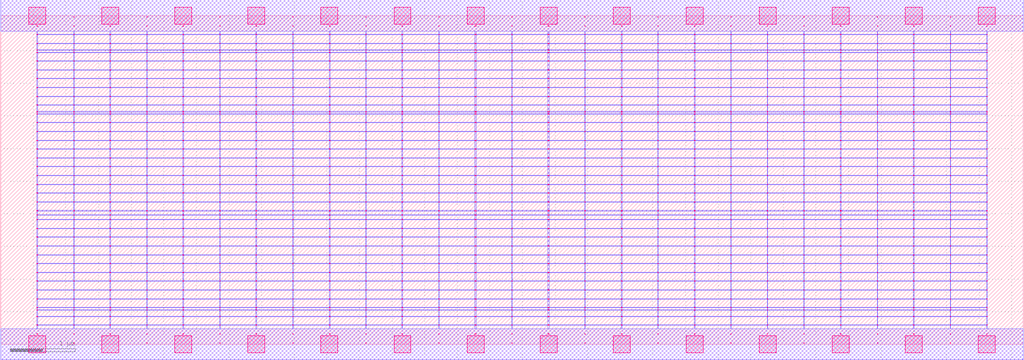
<source format=lef>
MACRO OOOAOI33311_DEBUG
 CLASS CORE ;
 FOREIGN OOOAOI33311_DEBUG 0 0 ;
 SIZE 15.68 BY 5.04 ;
 ORIGIN 0 0 ;
 SYMMETRY X Y R90 ;
 SITE unit ;

 OBS
    LAYER polycont ;
     RECT 7.83600000 2.58300000 7.84400000 2.59100000 ;
     RECT 7.83600000 2.71800000 7.84400000 2.72600000 ;
     RECT 7.83600000 2.85300000 7.84400000 2.86100000 ;
     RECT 7.83600000 2.98800000 7.84400000 2.99600000 ;
     RECT 10.07600000 2.58300000 10.08400000 2.59100000 ;
     RECT 10.63600000 2.58300000 10.64900000 2.59100000 ;
     RECT 11.19600000 2.58300000 11.20400000 2.59100000 ;
     RECT 11.75100000 2.58300000 11.76400000 2.59100000 ;
     RECT 12.31600000 2.58300000 12.32400000 2.59100000 ;
     RECT 12.87100000 2.58300000 12.88900000 2.59100000 ;
     RECT 13.43600000 2.58300000 13.44400000 2.59100000 ;
     RECT 13.99100000 2.58300000 14.00900000 2.59100000 ;
     RECT 14.55600000 2.58300000 14.56400000 2.59100000 ;
     RECT 15.11600000 2.58300000 15.12900000 2.59100000 ;
     RECT 8.39100000 2.58300000 8.40900000 2.59100000 ;
     RECT 8.39100000 2.71800000 8.40900000 2.72600000 ;
     RECT 8.95600000 2.71800000 8.96400000 2.72600000 ;
     RECT 9.51100000 2.71800000 9.52900000 2.72600000 ;
     RECT 10.07600000 2.71800000 10.08400000 2.72600000 ;
     RECT 10.63600000 2.71800000 10.64900000 2.72600000 ;
     RECT 11.19600000 2.71800000 11.20400000 2.72600000 ;
     RECT 11.75100000 2.71800000 11.76400000 2.72600000 ;
     RECT 12.31600000 2.71800000 12.32400000 2.72600000 ;
     RECT 12.87100000 2.71800000 12.88900000 2.72600000 ;
     RECT 13.43600000 2.71800000 13.44400000 2.72600000 ;
     RECT 13.99100000 2.71800000 14.00900000 2.72600000 ;
     RECT 14.55600000 2.71800000 14.56400000 2.72600000 ;
     RECT 15.11600000 2.71800000 15.12900000 2.72600000 ;
     RECT 8.95600000 2.58300000 8.96400000 2.59100000 ;
     RECT 8.39100000 2.85300000 8.40900000 2.86100000 ;
     RECT 8.95600000 2.85300000 8.96400000 2.86100000 ;
     RECT 9.51100000 2.85300000 9.52900000 2.86100000 ;
     RECT 10.07600000 2.85300000 10.08400000 2.86100000 ;
     RECT 10.63600000 2.85300000 10.64900000 2.86100000 ;
     RECT 11.19600000 2.85300000 11.20400000 2.86100000 ;
     RECT 11.75100000 2.85300000 11.76400000 2.86100000 ;
     RECT 12.31600000 2.85300000 12.32400000 2.86100000 ;
     RECT 12.87100000 2.85300000 12.88900000 2.86100000 ;
     RECT 13.43600000 2.85300000 13.44400000 2.86100000 ;
     RECT 13.99100000 2.85300000 14.00900000 2.86100000 ;
     RECT 14.55600000 2.85300000 14.56400000 2.86100000 ;
     RECT 15.11600000 2.85300000 15.12900000 2.86100000 ;
     RECT 9.51100000 2.58300000 9.52900000 2.59100000 ;
     RECT 8.39100000 2.98800000 8.40900000 2.99600000 ;
     RECT 8.95600000 2.98800000 8.96400000 2.99600000 ;
     RECT 9.51100000 2.98800000 9.52900000 2.99600000 ;
     RECT 10.07600000 2.98800000 10.08400000 2.99600000 ;
     RECT 10.63600000 2.98800000 10.64900000 2.99600000 ;
     RECT 11.19600000 2.98800000 11.20400000 2.99600000 ;
     RECT 11.75100000 2.98800000 11.76400000 2.99600000 ;
     RECT 12.31600000 2.98800000 12.32400000 2.99600000 ;
     RECT 12.87100000 2.98800000 12.88900000 2.99600000 ;
     RECT 13.43600000 2.98800000 13.44400000 2.99600000 ;
     RECT 13.99100000 2.98800000 14.00900000 2.99600000 ;
     RECT 14.55600000 2.98800000 14.56400000 2.99600000 ;
     RECT 15.11600000 2.98800000 15.12900000 2.99600000 ;
     RECT 11.19600000 3.12300000 11.20400000 3.13100000 ;
     RECT 11.19600000 3.25800000 11.20400000 3.26600000 ;
     RECT 11.19600000 3.39300000 11.20400000 3.40100000 ;
     RECT 11.19600000 3.52800000 11.20400000 3.53600000 ;
     RECT 11.19600000 3.56100000 11.20400000 3.56900000 ;
     RECT 11.19600000 3.66300000 11.20400000 3.67100000 ;
     RECT 11.19600000 3.79800000 11.20400000 3.80600000 ;
     RECT 11.19600000 3.93300000 11.20400000 3.94100000 ;
     RECT 11.19600000 4.06800000 11.20400000 4.07600000 ;
     RECT 11.19600000 4.20300000 11.20400000 4.21100000 ;
     RECT 11.19600000 4.33800000 11.20400000 4.34600000 ;
     RECT 11.19600000 4.47300000 11.20400000 4.48100000 ;
     RECT 11.19600000 4.51100000 11.20400000 4.51900000 ;
     RECT 11.19600000 4.60800000 11.20400000 4.61600000 ;
     RECT 11.19600000 4.74300000 11.20400000 4.75100000 ;
     RECT 11.19600000 4.87800000 11.20400000 4.88600000 ;
     RECT 3.91100000 2.71800000 3.92900000 2.72600000 ;
     RECT 4.47600000 2.71800000 4.48400000 2.72600000 ;
     RECT 5.03600000 2.71800000 5.04900000 2.72600000 ;
     RECT 5.59600000 2.71800000 5.60400000 2.72600000 ;
     RECT 6.15100000 2.71800000 6.16400000 2.72600000 ;
     RECT 6.71600000 2.71800000 6.72400000 2.72600000 ;
     RECT 7.27100000 2.71800000 7.28900000 2.72600000 ;
     RECT 1.11600000 2.58300000 1.12400000 2.59100000 ;
     RECT 1.67100000 2.58300000 1.68900000 2.59100000 ;
     RECT 0.55100000 2.98800000 0.56400000 2.99600000 ;
     RECT 1.11600000 2.98800000 1.12400000 2.99600000 ;
     RECT 1.67100000 2.98800000 1.68900000 2.99600000 ;
     RECT 2.23600000 2.98800000 2.24400000 2.99600000 ;
     RECT 2.79100000 2.98800000 2.80900000 2.99600000 ;
     RECT 3.35600000 2.98800000 3.36400000 2.99600000 ;
     RECT 3.91100000 2.98800000 3.92900000 2.99600000 ;
     RECT 4.47600000 2.98800000 4.48400000 2.99600000 ;
     RECT 5.03600000 2.98800000 5.04900000 2.99600000 ;
     RECT 5.59600000 2.98800000 5.60400000 2.99600000 ;
     RECT 6.15100000 2.98800000 6.16400000 2.99600000 ;
     RECT 6.71600000 2.98800000 6.72400000 2.99600000 ;
     RECT 7.27100000 2.98800000 7.28900000 2.99600000 ;
     RECT 2.23600000 2.58300000 2.24400000 2.59100000 ;
     RECT 2.79100000 2.58300000 2.80900000 2.59100000 ;
     RECT 3.35600000 2.58300000 3.36400000 2.59100000 ;
     RECT 3.91100000 2.58300000 3.92900000 2.59100000 ;
     RECT 4.47600000 2.58300000 4.48400000 2.59100000 ;
     RECT 5.03600000 2.58300000 5.04900000 2.59100000 ;
     RECT 5.59600000 2.58300000 5.60400000 2.59100000 ;
     RECT 6.15100000 2.58300000 6.16400000 2.59100000 ;
     RECT 6.71600000 2.58300000 6.72400000 2.59100000 ;
     RECT 7.27100000 2.58300000 7.28900000 2.59100000 ;
     RECT 0.55100000 2.58300000 0.56400000 2.59100000 ;
     RECT 0.55100000 2.71800000 0.56400000 2.72600000 ;
     RECT 0.55100000 2.85300000 0.56400000 2.86100000 ;
     RECT 1.11600000 2.85300000 1.12400000 2.86100000 ;
     RECT 5.59600000 3.12300000 5.60400000 3.13100000 ;
     RECT 1.67100000 2.85300000 1.68900000 2.86100000 ;
     RECT 5.59600000 3.25800000 5.60400000 3.26600000 ;
     RECT 2.23600000 2.85300000 2.24400000 2.86100000 ;
     RECT 5.59600000 3.39300000 5.60400000 3.40100000 ;
     RECT 2.79100000 2.85300000 2.80900000 2.86100000 ;
     RECT 5.59600000 3.52800000 5.60400000 3.53600000 ;
     RECT 3.35600000 2.85300000 3.36400000 2.86100000 ;
     RECT 5.59600000 3.56100000 5.60400000 3.56900000 ;
     RECT 3.91100000 2.85300000 3.92900000 2.86100000 ;
     RECT 5.59600000 3.66300000 5.60400000 3.67100000 ;
     RECT 4.47600000 2.85300000 4.48400000 2.86100000 ;
     RECT 5.59600000 3.79800000 5.60400000 3.80600000 ;
     RECT 5.03600000 2.85300000 5.04900000 2.86100000 ;
     RECT 5.59600000 3.93300000 5.60400000 3.94100000 ;
     RECT 5.59600000 2.85300000 5.60400000 2.86100000 ;
     RECT 5.59600000 4.06800000 5.60400000 4.07600000 ;
     RECT 6.15100000 2.85300000 6.16400000 2.86100000 ;
     RECT 5.59600000 4.20300000 5.60400000 4.21100000 ;
     RECT 6.71600000 2.85300000 6.72400000 2.86100000 ;
     RECT 5.59600000 4.33800000 5.60400000 4.34600000 ;
     RECT 7.27100000 2.85300000 7.28900000 2.86100000 ;
     RECT 5.59600000 4.47300000 5.60400000 4.48100000 ;
     RECT 1.11600000 2.71800000 1.12400000 2.72600000 ;
     RECT 5.59600000 4.51100000 5.60400000 4.51900000 ;
     RECT 1.67100000 2.71800000 1.68900000 2.72600000 ;
     RECT 5.59600000 4.60800000 5.60400000 4.61600000 ;
     RECT 2.23600000 2.71800000 2.24400000 2.72600000 ;
     RECT 5.59600000 4.74300000 5.60400000 4.75100000 ;
     RECT 2.79100000 2.71800000 2.80900000 2.72600000 ;
     RECT 5.59600000 4.87800000 5.60400000 4.88600000 ;
     RECT 3.35600000 2.71800000 3.36400000 2.72600000 ;
     RECT 2.23600000 0.15300000 2.24400000 0.16100000 ;
     RECT 2.23600000 0.28800000 2.24400000 0.29600000 ;
     RECT 2.23600000 0.42300000 2.24400000 0.43100000 ;
     RECT 2.23600000 0.52100000 2.24400000 0.52900000 ;
     RECT 2.23600000 0.55800000 2.24400000 0.56600000 ;
     RECT 2.23600000 0.69300000 2.24400000 0.70100000 ;
     RECT 2.23600000 0.82800000 2.24400000 0.83600000 ;
     RECT 2.23600000 0.96300000 2.24400000 0.97100000 ;
     RECT 2.23600000 1.09800000 2.24400000 1.10600000 ;
     RECT 2.23600000 1.23300000 2.24400000 1.24100000 ;
     RECT 2.23600000 1.36800000 2.24400000 1.37600000 ;
     RECT 2.23600000 1.50300000 2.24400000 1.51100000 ;
     RECT 2.23600000 1.63800000 2.24400000 1.64600000 ;
     RECT 2.23600000 1.77300000 2.24400000 1.78100000 ;
     RECT 2.23600000 1.90800000 2.24400000 1.91600000 ;
     RECT 2.23600000 1.98100000 2.24400000 1.98900000 ;
     RECT 2.23600000 2.04300000 2.24400000 2.05100000 ;
     RECT 2.23600000 2.17800000 2.24400000 2.18600000 ;
     RECT 2.23600000 2.31300000 2.24400000 2.32100000 ;
     RECT 2.23600000 2.44800000 2.24400000 2.45600000 ;
     RECT 14.55600000 1.77300000 14.56400000 1.78100000 ;
     RECT 15.11600000 1.77300000 15.12900000 1.78100000 ;
     RECT 15.11600000 0.55800000 15.12900000 0.56600000 ;
     RECT 14.55600000 1.90800000 14.56400000 1.91600000 ;
     RECT 15.11600000 1.90800000 15.12900000 1.91600000 ;
     RECT 15.11600000 0.28800000 15.12900000 0.29600000 ;
     RECT 14.55600000 1.98100000 14.56400000 1.98900000 ;
     RECT 15.11600000 1.98100000 15.12900000 1.98900000 ;
     RECT 14.55600000 0.69300000 14.56400000 0.70100000 ;
     RECT 14.55600000 2.04300000 14.56400000 2.05100000 ;
     RECT 15.11600000 2.04300000 15.12900000 2.05100000 ;
     RECT 15.11600000 0.69300000 15.12900000 0.70100000 ;
     RECT 14.55600000 2.17800000 14.56400000 2.18600000 ;
     RECT 15.11600000 2.17800000 15.12900000 2.18600000 ;
     RECT 15.11600000 0.15300000 15.12900000 0.16100000 ;
     RECT 14.55600000 2.31300000 14.56400000 2.32100000 ;
     RECT 15.11600000 2.31300000 15.12900000 2.32100000 ;
     RECT 14.55600000 0.82800000 14.56400000 0.83600000 ;
     RECT 14.55600000 2.44800000 14.56400000 2.45600000 ;
     RECT 15.11600000 2.44800000 15.12900000 2.45600000 ;
     RECT 15.11600000 0.82800000 15.12900000 0.83600000 ;
     RECT 14.55600000 0.42300000 14.56400000 0.43100000 ;
     RECT 14.55600000 0.96300000 14.56400000 0.97100000 ;
     RECT 15.11600000 0.96300000 15.12900000 0.97100000 ;
     RECT 15.11600000 0.42300000 15.12900000 0.43100000 ;
     RECT 14.55600000 1.09800000 14.56400000 1.10600000 ;
     RECT 15.11600000 1.09800000 15.12900000 1.10600000 ;
     RECT 14.55600000 0.15300000 14.56400000 0.16100000 ;
     RECT 14.55600000 1.23300000 14.56400000 1.24100000 ;
     RECT 15.11600000 1.23300000 15.12900000 1.24100000 ;
     RECT 14.55600000 0.52100000 14.56400000 0.52900000 ;
     RECT 14.55600000 1.36800000 14.56400000 1.37600000 ;
     RECT 15.11600000 1.36800000 15.12900000 1.37600000 ;
     RECT 15.11600000 0.52100000 15.12900000 0.52900000 ;
     RECT 14.55600000 1.50300000 14.56400000 1.51100000 ;
     RECT 15.11600000 1.50300000 15.12900000 1.51100000 ;
     RECT 14.55600000 0.28800000 14.56400000 0.29600000 ;
     RECT 14.55600000 1.63800000 14.56400000 1.64600000 ;
     RECT 15.11600000 1.63800000 15.12900000 1.64600000 ;
     RECT 14.55600000 0.55800000 14.56400000 0.56600000 ;

    LAYER pdiffc ;
     RECT 0.55100000 3.39300000 0.55900000 3.40100000 ;
     RECT 5.04100000 3.39300000 5.04900000 3.40100000 ;
     RECT 6.15100000 3.39300000 6.15900000 3.40100000 ;
     RECT 10.64100000 3.39300000 10.64900000 3.40100000 ;
     RECT 11.75100000 3.39300000 11.75900000 3.40100000 ;
     RECT 15.12100000 3.39300000 15.12900000 3.40100000 ;
     RECT 0.55100000 3.52800000 0.55900000 3.53600000 ;
     RECT 5.04100000 3.52800000 5.04900000 3.53600000 ;
     RECT 6.15100000 3.52800000 6.15900000 3.53600000 ;
     RECT 10.64100000 3.52800000 10.64900000 3.53600000 ;
     RECT 11.75100000 3.52800000 11.75900000 3.53600000 ;
     RECT 15.12100000 3.52800000 15.12900000 3.53600000 ;
     RECT 0.55100000 3.56100000 0.55900000 3.56900000 ;
     RECT 5.04100000 3.56100000 5.04900000 3.56900000 ;
     RECT 6.15100000 3.56100000 6.15900000 3.56900000 ;
     RECT 10.64100000 3.56100000 10.64900000 3.56900000 ;
     RECT 11.75100000 3.56100000 11.75900000 3.56900000 ;
     RECT 15.12100000 3.56100000 15.12900000 3.56900000 ;
     RECT 0.55100000 3.66300000 0.55900000 3.67100000 ;
     RECT 5.04100000 3.66300000 5.04900000 3.67100000 ;
     RECT 6.15100000 3.66300000 6.15900000 3.67100000 ;
     RECT 10.64100000 3.66300000 10.64900000 3.67100000 ;
     RECT 11.75100000 3.66300000 11.75900000 3.67100000 ;
     RECT 15.12100000 3.66300000 15.12900000 3.67100000 ;
     RECT 0.55100000 3.79800000 0.55900000 3.80600000 ;
     RECT 5.04100000 3.79800000 5.04900000 3.80600000 ;
     RECT 6.15100000 3.79800000 6.15900000 3.80600000 ;
     RECT 10.64100000 3.79800000 10.64900000 3.80600000 ;
     RECT 11.75100000 3.79800000 11.75900000 3.80600000 ;
     RECT 15.12100000 3.79800000 15.12900000 3.80600000 ;
     RECT 0.55100000 3.93300000 0.55900000 3.94100000 ;
     RECT 5.04100000 3.93300000 5.04900000 3.94100000 ;
     RECT 6.15100000 3.93300000 6.15900000 3.94100000 ;
     RECT 10.64100000 3.93300000 10.64900000 3.94100000 ;
     RECT 11.75100000 3.93300000 11.75900000 3.94100000 ;
     RECT 15.12100000 3.93300000 15.12900000 3.94100000 ;
     RECT 0.55100000 4.06800000 0.55900000 4.07600000 ;
     RECT 5.04100000 4.06800000 5.04900000 4.07600000 ;
     RECT 6.15100000 4.06800000 6.15900000 4.07600000 ;
     RECT 10.64100000 4.06800000 10.64900000 4.07600000 ;
     RECT 11.75100000 4.06800000 11.75900000 4.07600000 ;
     RECT 15.12100000 4.06800000 15.12900000 4.07600000 ;
     RECT 0.55100000 4.20300000 0.55900000 4.21100000 ;
     RECT 5.04100000 4.20300000 5.04900000 4.21100000 ;
     RECT 6.15100000 4.20300000 6.15900000 4.21100000 ;
     RECT 10.64100000 4.20300000 10.64900000 4.21100000 ;
     RECT 11.75100000 4.20300000 11.75900000 4.21100000 ;
     RECT 15.12100000 4.20300000 15.12900000 4.21100000 ;
     RECT 0.55100000 4.33800000 0.55900000 4.34600000 ;
     RECT 5.04100000 4.33800000 5.04900000 4.34600000 ;
     RECT 6.15100000 4.33800000 6.15900000 4.34600000 ;
     RECT 10.64100000 4.33800000 10.64900000 4.34600000 ;
     RECT 11.75100000 4.33800000 11.75900000 4.34600000 ;
     RECT 15.12100000 4.33800000 15.12900000 4.34600000 ;
     RECT 0.55100000 4.47300000 0.55900000 4.48100000 ;
     RECT 5.04100000 4.47300000 5.04900000 4.48100000 ;
     RECT 6.15100000 4.47300000 6.15900000 4.48100000 ;
     RECT 10.64100000 4.47300000 10.64900000 4.48100000 ;
     RECT 11.75100000 4.47300000 11.75900000 4.48100000 ;
     RECT 15.12100000 4.47300000 15.12900000 4.48100000 ;
     RECT 0.55100000 4.51100000 0.55900000 4.51900000 ;
     RECT 5.04100000 4.51100000 5.04900000 4.51900000 ;
     RECT 6.15100000 4.51100000 6.15900000 4.51900000 ;
     RECT 10.64100000 4.51100000 10.64900000 4.51900000 ;
     RECT 11.75100000 4.51100000 11.75900000 4.51900000 ;
     RECT 15.12100000 4.51100000 15.12900000 4.51900000 ;
     RECT 0.55100000 4.60800000 0.55900000 4.61600000 ;
     RECT 5.04100000 4.60800000 5.04900000 4.61600000 ;
     RECT 6.15100000 4.60800000 6.15900000 4.61600000 ;
     RECT 10.64100000 4.60800000 10.64900000 4.61600000 ;
     RECT 11.75100000 4.60800000 11.75900000 4.61600000 ;
     RECT 15.12100000 4.60800000 15.12900000 4.61600000 ;

    LAYER ndiffc ;
     RECT 7.27100000 0.42300000 7.28900000 0.43100000 ;
     RECT 7.27100000 0.52100000 7.28900000 0.52900000 ;
     RECT 7.27100000 0.55800000 7.28900000 0.56600000 ;
     RECT 7.27100000 0.69300000 7.28900000 0.70100000 ;
     RECT 7.27100000 0.82800000 7.28900000 0.83600000 ;
     RECT 7.27100000 0.96300000 7.28900000 0.97100000 ;
     RECT 7.27100000 1.09800000 7.28900000 1.10600000 ;
     RECT 7.27100000 1.23300000 7.28900000 1.24100000 ;
     RECT 7.27100000 1.36800000 7.28900000 1.37600000 ;
     RECT 7.27100000 1.50300000 7.28900000 1.51100000 ;
     RECT 7.27100000 1.63800000 7.28900000 1.64600000 ;
     RECT 7.27100000 1.77300000 7.28900000 1.78100000 ;
     RECT 7.27100000 1.90800000 7.28900000 1.91600000 ;
     RECT 7.27100000 1.98100000 7.28900000 1.98900000 ;
     RECT 7.27100000 2.04300000 7.28900000 2.05100000 ;
     RECT 8.39100000 0.55800000 8.40900000 0.56600000 ;
     RECT 9.51100000 0.55800000 9.52900000 0.56600000 ;
     RECT 10.63600000 0.55800000 10.64900000 0.56600000 ;
     RECT 11.75100000 0.55800000 11.76400000 0.56600000 ;
     RECT 12.87100000 0.55800000 12.88900000 0.56600000 ;
     RECT 13.99100000 0.55800000 14.00900000 0.56600000 ;
     RECT 10.63600000 0.42300000 10.64900000 0.43100000 ;
     RECT 8.39100000 0.69300000 8.40900000 0.70100000 ;
     RECT 9.51100000 0.69300000 9.52900000 0.70100000 ;
     RECT 10.63600000 0.69300000 10.64900000 0.70100000 ;
     RECT 11.75100000 0.69300000 11.76400000 0.70100000 ;
     RECT 12.87100000 0.69300000 12.88900000 0.70100000 ;
     RECT 13.99100000 0.69300000 14.00900000 0.70100000 ;
     RECT 11.75100000 0.42300000 11.76400000 0.43100000 ;
     RECT 8.39100000 0.82800000 8.40900000 0.83600000 ;
     RECT 9.51100000 0.82800000 9.52900000 0.83600000 ;
     RECT 10.63600000 0.82800000 10.64900000 0.83600000 ;
     RECT 11.75100000 0.82800000 11.76400000 0.83600000 ;
     RECT 12.87100000 0.82800000 12.88900000 0.83600000 ;
     RECT 13.99100000 0.82800000 14.00900000 0.83600000 ;
     RECT 12.87100000 0.42300000 12.88900000 0.43100000 ;
     RECT 8.39100000 0.96300000 8.40900000 0.97100000 ;
     RECT 9.51100000 0.96300000 9.52900000 0.97100000 ;
     RECT 10.63600000 0.96300000 10.64900000 0.97100000 ;
     RECT 11.75100000 0.96300000 11.76400000 0.97100000 ;
     RECT 12.87100000 0.96300000 12.88900000 0.97100000 ;
     RECT 13.99100000 0.96300000 14.00900000 0.97100000 ;
     RECT 13.99100000 0.42300000 14.00900000 0.43100000 ;
     RECT 8.39100000 1.09800000 8.40900000 1.10600000 ;
     RECT 9.51100000 1.09800000 9.52900000 1.10600000 ;
     RECT 10.63600000 1.09800000 10.64900000 1.10600000 ;
     RECT 11.75100000 1.09800000 11.76400000 1.10600000 ;
     RECT 12.87100000 1.09800000 12.88900000 1.10600000 ;
     RECT 13.99100000 1.09800000 14.00900000 1.10600000 ;
     RECT 8.39100000 0.42300000 8.40900000 0.43100000 ;
     RECT 8.39100000 1.23300000 8.40900000 1.24100000 ;
     RECT 9.51100000 1.23300000 9.52900000 1.24100000 ;
     RECT 10.63600000 1.23300000 10.64900000 1.24100000 ;
     RECT 11.75100000 1.23300000 11.76400000 1.24100000 ;
     RECT 12.87100000 1.23300000 12.88900000 1.24100000 ;
     RECT 13.99100000 1.23300000 14.00900000 1.24100000 ;
     RECT 8.39100000 0.52100000 8.40900000 0.52900000 ;
     RECT 8.39100000 1.36800000 8.40900000 1.37600000 ;
     RECT 9.51100000 1.36800000 9.52900000 1.37600000 ;
     RECT 10.63600000 1.36800000 10.64900000 1.37600000 ;
     RECT 11.75100000 1.36800000 11.76400000 1.37600000 ;
     RECT 12.87100000 1.36800000 12.88900000 1.37600000 ;
     RECT 13.99100000 1.36800000 14.00900000 1.37600000 ;
     RECT 9.51100000 0.52100000 9.52900000 0.52900000 ;
     RECT 8.39100000 1.50300000 8.40900000 1.51100000 ;
     RECT 9.51100000 1.50300000 9.52900000 1.51100000 ;
     RECT 10.63600000 1.50300000 10.64900000 1.51100000 ;
     RECT 11.75100000 1.50300000 11.76400000 1.51100000 ;
     RECT 12.87100000 1.50300000 12.88900000 1.51100000 ;
     RECT 13.99100000 1.50300000 14.00900000 1.51100000 ;
     RECT 10.63600000 0.52100000 10.64900000 0.52900000 ;
     RECT 8.39100000 1.63800000 8.40900000 1.64600000 ;
     RECT 9.51100000 1.63800000 9.52900000 1.64600000 ;
     RECT 10.63600000 1.63800000 10.64900000 1.64600000 ;
     RECT 11.75100000 1.63800000 11.76400000 1.64600000 ;
     RECT 12.87100000 1.63800000 12.88900000 1.64600000 ;
     RECT 13.99100000 1.63800000 14.00900000 1.64600000 ;
     RECT 11.75100000 0.52100000 11.76400000 0.52900000 ;
     RECT 8.39100000 1.77300000 8.40900000 1.78100000 ;
     RECT 9.51100000 1.77300000 9.52900000 1.78100000 ;
     RECT 10.63600000 1.77300000 10.64900000 1.78100000 ;
     RECT 11.75100000 1.77300000 11.76400000 1.78100000 ;
     RECT 12.87100000 1.77300000 12.88900000 1.78100000 ;
     RECT 13.99100000 1.77300000 14.00900000 1.78100000 ;
     RECT 12.87100000 0.52100000 12.88900000 0.52900000 ;
     RECT 8.39100000 1.90800000 8.40900000 1.91600000 ;
     RECT 9.51100000 1.90800000 9.52900000 1.91600000 ;
     RECT 10.63600000 1.90800000 10.64900000 1.91600000 ;
     RECT 11.75100000 1.90800000 11.76400000 1.91600000 ;
     RECT 12.87100000 1.90800000 12.88900000 1.91600000 ;
     RECT 13.99100000 1.90800000 14.00900000 1.91600000 ;
     RECT 13.99100000 0.52100000 14.00900000 0.52900000 ;
     RECT 8.39100000 1.98100000 8.40900000 1.98900000 ;
     RECT 9.51100000 1.98100000 9.52900000 1.98900000 ;
     RECT 10.63600000 1.98100000 10.64900000 1.98900000 ;
     RECT 11.75100000 1.98100000 11.76400000 1.98900000 ;
     RECT 12.87100000 1.98100000 12.88900000 1.98900000 ;
     RECT 13.99100000 1.98100000 14.00900000 1.98900000 ;
     RECT 9.51100000 0.42300000 9.52900000 0.43100000 ;
     RECT 8.39100000 2.04300000 8.40900000 2.05100000 ;
     RECT 9.51100000 2.04300000 9.52900000 2.05100000 ;
     RECT 10.63600000 2.04300000 10.64900000 2.05100000 ;
     RECT 11.75100000 2.04300000 11.76400000 2.05100000 ;
     RECT 12.87100000 2.04300000 12.88900000 2.05100000 ;
     RECT 13.99100000 2.04300000 14.00900000 2.05100000 ;
     RECT 1.67100000 1.36800000 1.68900000 1.37600000 ;
     RECT 2.79100000 1.36800000 2.80900000 1.37600000 ;
     RECT 3.91100000 1.36800000 3.92900000 1.37600000 ;
     RECT 5.03600000 1.36800000 5.04900000 1.37600000 ;
     RECT 6.15100000 1.36800000 6.16400000 1.37600000 ;
     RECT 5.03600000 0.82800000 5.04900000 0.83600000 ;
     RECT 6.15100000 0.82800000 6.16400000 0.83600000 ;
     RECT 2.79100000 0.55800000 2.80900000 0.56600000 ;
     RECT 3.91100000 0.55800000 3.92900000 0.56600000 ;
     RECT 5.03600000 0.55800000 5.04900000 0.56600000 ;
     RECT 6.15100000 0.55800000 6.16400000 0.56600000 ;
     RECT 1.67100000 0.52100000 1.68900000 0.52900000 ;
     RECT 0.55100000 1.50300000 0.56400000 1.51100000 ;
     RECT 1.67100000 1.50300000 1.68900000 1.51100000 ;
     RECT 2.79100000 1.50300000 2.80900000 1.51100000 ;
     RECT 3.91100000 1.50300000 3.92900000 1.51100000 ;
     RECT 5.03600000 1.50300000 5.04900000 1.51100000 ;
     RECT 6.15100000 1.50300000 6.16400000 1.51100000 ;
     RECT 2.79100000 0.52100000 2.80900000 0.52900000 ;
     RECT 3.91100000 0.52100000 3.92900000 0.52900000 ;
     RECT 0.55100000 0.96300000 0.56400000 0.97100000 ;
     RECT 1.67100000 0.96300000 1.68900000 0.97100000 ;
     RECT 2.79100000 0.96300000 2.80900000 0.97100000 ;
     RECT 3.91100000 0.96300000 3.92900000 0.97100000 ;
     RECT 5.03600000 0.96300000 5.04900000 0.97100000 ;
     RECT 0.55100000 1.63800000 0.56400000 1.64600000 ;
     RECT 1.67100000 1.63800000 1.68900000 1.64600000 ;
     RECT 2.79100000 1.63800000 2.80900000 1.64600000 ;
     RECT 3.91100000 1.63800000 3.92900000 1.64600000 ;
     RECT 5.03600000 1.63800000 5.04900000 1.64600000 ;
     RECT 6.15100000 1.63800000 6.16400000 1.64600000 ;
     RECT 6.15100000 0.96300000 6.16400000 0.97100000 ;
     RECT 5.03600000 0.52100000 5.04900000 0.52900000 ;
     RECT 6.15100000 0.52100000 6.16400000 0.52900000 ;
     RECT 1.67100000 0.42300000 1.68900000 0.43100000 ;
     RECT 2.79100000 0.42300000 2.80900000 0.43100000 ;
     RECT 0.55100000 0.69300000 0.56400000 0.70100000 ;
     RECT 1.67100000 0.69300000 1.68900000 0.70100000 ;
     RECT 0.55100000 1.77300000 0.56400000 1.78100000 ;
     RECT 1.67100000 1.77300000 1.68900000 1.78100000 ;
     RECT 2.79100000 1.77300000 2.80900000 1.78100000 ;
     RECT 3.91100000 1.77300000 3.92900000 1.78100000 ;
     RECT 5.03600000 1.77300000 5.04900000 1.78100000 ;
     RECT 6.15100000 1.77300000 6.16400000 1.78100000 ;
     RECT 2.79100000 0.69300000 2.80900000 0.70100000 ;
     RECT 0.55100000 1.09800000 0.56400000 1.10600000 ;
     RECT 1.67100000 1.09800000 1.68900000 1.10600000 ;
     RECT 2.79100000 1.09800000 2.80900000 1.10600000 ;
     RECT 3.91100000 1.09800000 3.92900000 1.10600000 ;
     RECT 5.03600000 1.09800000 5.04900000 1.10600000 ;
     RECT 6.15100000 1.09800000 6.16400000 1.10600000 ;
     RECT 0.55100000 1.90800000 0.56400000 1.91600000 ;
     RECT 1.67100000 1.90800000 1.68900000 1.91600000 ;
     RECT 2.79100000 1.90800000 2.80900000 1.91600000 ;
     RECT 3.91100000 1.90800000 3.92900000 1.91600000 ;
     RECT 5.03600000 1.90800000 5.04900000 1.91600000 ;
     RECT 6.15100000 1.90800000 6.16400000 1.91600000 ;
     RECT 3.91100000 0.69300000 3.92900000 0.70100000 ;
     RECT 5.03600000 0.69300000 5.04900000 0.70100000 ;
     RECT 6.15100000 0.69300000 6.16400000 0.70100000 ;
     RECT 3.91100000 0.42300000 3.92900000 0.43100000 ;
     RECT 5.03600000 0.42300000 5.04900000 0.43100000 ;
     RECT 6.15100000 0.42300000 6.16400000 0.43100000 ;
     RECT 0.55100000 0.42300000 0.56400000 0.43100000 ;
     RECT 0.55100000 1.98100000 0.56400000 1.98900000 ;
     RECT 1.67100000 1.98100000 1.68900000 1.98900000 ;
     RECT 2.79100000 1.98100000 2.80900000 1.98900000 ;
     RECT 3.91100000 1.98100000 3.92900000 1.98900000 ;
     RECT 5.03600000 1.98100000 5.04900000 1.98900000 ;
     RECT 6.15100000 1.98100000 6.16400000 1.98900000 ;
     RECT 0.55100000 1.23300000 0.56400000 1.24100000 ;
     RECT 1.67100000 1.23300000 1.68900000 1.24100000 ;
     RECT 2.79100000 1.23300000 2.80900000 1.24100000 ;
     RECT 3.91100000 1.23300000 3.92900000 1.24100000 ;
     RECT 5.03600000 1.23300000 5.04900000 1.24100000 ;
     RECT 6.15100000 1.23300000 6.16400000 1.24100000 ;
     RECT 0.55100000 0.52100000 0.56400000 0.52900000 ;
     RECT 0.55100000 2.04300000 0.56400000 2.05100000 ;
     RECT 1.67100000 2.04300000 1.68900000 2.05100000 ;
     RECT 2.79100000 2.04300000 2.80900000 2.05100000 ;
     RECT 3.91100000 2.04300000 3.92900000 2.05100000 ;
     RECT 5.03600000 2.04300000 5.04900000 2.05100000 ;
     RECT 6.15100000 2.04300000 6.16400000 2.05100000 ;
     RECT 0.55100000 0.55800000 0.56400000 0.56600000 ;
     RECT 1.67100000 0.55800000 1.68900000 0.56600000 ;
     RECT 0.55100000 0.82800000 0.56400000 0.83600000 ;
     RECT 1.67100000 0.82800000 1.68900000 0.83600000 ;
     RECT 2.79100000 0.82800000 2.80900000 0.83600000 ;
     RECT 3.91100000 0.82800000 3.92900000 0.83600000 ;
     RECT 0.55100000 1.36800000 0.56400000 1.37600000 ;

    LAYER met1 ;
     RECT 0.00000000 -0.24000000 15.68000000 0.24000000 ;
     RECT 7.83600000 0.24000000 7.84400000 0.28800000 ;
     RECT 0.55100000 0.28800000 15.12900000 0.29600000 ;
     RECT 7.83600000 0.29600000 7.84400000 0.42300000 ;
     RECT 0.55100000 0.42300000 15.12900000 0.43100000 ;
     RECT 7.83600000 0.43100000 7.84400000 0.52100000 ;
     RECT 0.55100000 0.52100000 15.12900000 0.52900000 ;
     RECT 7.83600000 0.52900000 7.84400000 0.55800000 ;
     RECT 0.55100000 0.55800000 15.12900000 0.56600000 ;
     RECT 7.83600000 0.56600000 7.84400000 0.69300000 ;
     RECT 0.55100000 0.69300000 15.12900000 0.70100000 ;
     RECT 7.83600000 0.70100000 7.84400000 0.82800000 ;
     RECT 0.55100000 0.82800000 15.12900000 0.83600000 ;
     RECT 7.83600000 0.83600000 7.84400000 0.96300000 ;
     RECT 0.55100000 0.96300000 15.12900000 0.97100000 ;
     RECT 7.83600000 0.97100000 7.84400000 1.09800000 ;
     RECT 0.55100000 1.09800000 15.12900000 1.10600000 ;
     RECT 7.83600000 1.10600000 7.84400000 1.23300000 ;
     RECT 0.55100000 1.23300000 15.12900000 1.24100000 ;
     RECT 7.83600000 1.24100000 7.84400000 1.36800000 ;
     RECT 0.55100000 1.36800000 15.12900000 1.37600000 ;
     RECT 7.83600000 1.37600000 7.84400000 1.50300000 ;
     RECT 0.55100000 1.50300000 15.12900000 1.51100000 ;
     RECT 7.83600000 1.51100000 7.84400000 1.63800000 ;
     RECT 0.55100000 1.63800000 15.12900000 1.64600000 ;
     RECT 7.83600000 1.64600000 7.84400000 1.77300000 ;
     RECT 0.55100000 1.77300000 15.12900000 1.78100000 ;
     RECT 7.83600000 1.78100000 7.84400000 1.90800000 ;
     RECT 0.55100000 1.90800000 15.12900000 1.91600000 ;
     RECT 7.83600000 1.91600000 7.84400000 1.98100000 ;
     RECT 0.55100000 1.98100000 15.12900000 1.98900000 ;
     RECT 7.83600000 1.98900000 7.84400000 2.04300000 ;
     RECT 0.55100000 2.04300000 15.12900000 2.05100000 ;
     RECT 7.83600000 2.05100000 7.84400000 2.17800000 ;
     RECT 0.55100000 2.17800000 15.12900000 2.18600000 ;
     RECT 7.83600000 2.18600000 7.84400000 2.31300000 ;
     RECT 0.55100000 2.31300000 15.12900000 2.32100000 ;
     RECT 7.83600000 2.32100000 7.84400000 2.44800000 ;
     RECT 0.55100000 2.44800000 15.12900000 2.45600000 ;
     RECT 0.55100000 2.45600000 0.56400000 2.58300000 ;
     RECT 1.11600000 2.45600000 1.12400000 2.58300000 ;
     RECT 1.67100000 2.45600000 1.68900000 2.58300000 ;
     RECT 2.23600000 2.45600000 2.24400000 2.58300000 ;
     RECT 2.79100000 2.45600000 2.80900000 2.58300000 ;
     RECT 3.35600000 2.45600000 3.36400000 2.58300000 ;
     RECT 3.91100000 2.45600000 3.92900000 2.58300000 ;
     RECT 4.47600000 2.45600000 4.48400000 2.58300000 ;
     RECT 5.03600000 2.45600000 5.04900000 2.58300000 ;
     RECT 5.59600000 2.45600000 5.60400000 2.58300000 ;
     RECT 6.15100000 2.45600000 6.16400000 2.58300000 ;
     RECT 6.71600000 2.45600000 6.72400000 2.58300000 ;
     RECT 7.27100000 2.45600000 7.28900000 2.58300000 ;
     RECT 7.83600000 2.45600000 7.84400000 2.58300000 ;
     RECT 8.39100000 2.45600000 8.40900000 2.58300000 ;
     RECT 8.95600000 2.45600000 8.96400000 2.58300000 ;
     RECT 9.51100000 2.45600000 9.52900000 2.58300000 ;
     RECT 10.07600000 2.45600000 10.08400000 2.58300000 ;
     RECT 10.63600000 2.45600000 10.64900000 2.58300000 ;
     RECT 11.19600000 2.45600000 11.20400000 2.58300000 ;
     RECT 11.75100000 2.45600000 11.76400000 2.58300000 ;
     RECT 12.31600000 2.45600000 12.32400000 2.58300000 ;
     RECT 12.87100000 2.45600000 12.88900000 2.58300000 ;
     RECT 13.43600000 2.45600000 13.44400000 2.58300000 ;
     RECT 13.99100000 2.45600000 14.00900000 2.58300000 ;
     RECT 14.55600000 2.45600000 14.56400000 2.58300000 ;
     RECT 15.11600000 2.45600000 15.12900000 2.58300000 ;
     RECT 0.55100000 2.58300000 15.12900000 2.59100000 ;
     RECT 7.83600000 2.59100000 7.84400000 2.71800000 ;
     RECT 0.55100000 2.71800000 15.12900000 2.72600000 ;
     RECT 7.83600000 2.72600000 7.84400000 2.85300000 ;
     RECT 0.55100000 2.85300000 15.12900000 2.86100000 ;
     RECT 7.83600000 2.86100000 7.84400000 2.98800000 ;
     RECT 0.55100000 2.98800000 15.12900000 2.99600000 ;
     RECT 7.83600000 2.99600000 7.84400000 3.12300000 ;
     RECT 0.55100000 3.12300000 15.12900000 3.13100000 ;
     RECT 7.83600000 3.13100000 7.84400000 3.25800000 ;
     RECT 0.55100000 3.25800000 15.12900000 3.26600000 ;
     RECT 7.83600000 3.26600000 7.84400000 3.39300000 ;
     RECT 0.55100000 3.39300000 15.12900000 3.40100000 ;
     RECT 7.83600000 3.40100000 7.84400000 3.52800000 ;
     RECT 0.55100000 3.52800000 15.12900000 3.53600000 ;
     RECT 7.83600000 3.53600000 7.84400000 3.56100000 ;
     RECT 0.55100000 3.56100000 15.12900000 3.56900000 ;
     RECT 7.83600000 3.56900000 7.84400000 3.66300000 ;
     RECT 0.55100000 3.66300000 15.12900000 3.67100000 ;
     RECT 7.83600000 3.67100000 7.84400000 3.79800000 ;
     RECT 0.55100000 3.79800000 15.12900000 3.80600000 ;
     RECT 7.83600000 3.80600000 7.84400000 3.93300000 ;
     RECT 0.55100000 3.93300000 15.12900000 3.94100000 ;
     RECT 7.83600000 3.94100000 7.84400000 4.06800000 ;
     RECT 0.55100000 4.06800000 15.12900000 4.07600000 ;
     RECT 7.83600000 4.07600000 7.84400000 4.20300000 ;
     RECT 0.55100000 4.20300000 15.12900000 4.21100000 ;
     RECT 7.83600000 4.21100000 7.84400000 4.33800000 ;
     RECT 0.55100000 4.33800000 15.12900000 4.34600000 ;
     RECT 7.83600000 4.34600000 7.84400000 4.47300000 ;
     RECT 0.55100000 4.47300000 15.12900000 4.48100000 ;
     RECT 7.83600000 4.48100000 7.84400000 4.51100000 ;
     RECT 0.55100000 4.51100000 15.12900000 4.51900000 ;
     RECT 7.83600000 4.51900000 7.84400000 4.60800000 ;
     RECT 0.55100000 4.60800000 15.12900000 4.61600000 ;
     RECT 7.83600000 4.61600000 7.84400000 4.74300000 ;
     RECT 0.55100000 4.74300000 15.12900000 4.75100000 ;
     RECT 7.83600000 4.75100000 7.84400000 4.80000000 ;
     RECT 0.00000000 4.80000000 15.68000000 5.28000000 ;
     RECT 11.75100000 2.99600000 11.76400000 3.12300000 ;
     RECT 11.75100000 2.59100000 11.76400000 2.71800000 ;
     RECT 11.75100000 3.13100000 11.76400000 3.25800000 ;
     RECT 11.75100000 3.26600000 11.76400000 3.39300000 ;
     RECT 11.75100000 3.40100000 11.76400000 3.52800000 ;
     RECT 11.75100000 3.53600000 11.76400000 3.56100000 ;
     RECT 11.75100000 3.56900000 11.76400000 3.66300000 ;
     RECT 11.75100000 3.67100000 11.76400000 3.79800000 ;
     RECT 8.39100000 3.80600000 8.40900000 3.93300000 ;
     RECT 8.95600000 3.80600000 8.96400000 3.93300000 ;
     RECT 9.51100000 3.80600000 9.52900000 3.93300000 ;
     RECT 10.07600000 3.80600000 10.08400000 3.93300000 ;
     RECT 10.63600000 3.80600000 10.64900000 3.93300000 ;
     RECT 11.19600000 3.80600000 11.20400000 3.93300000 ;
     RECT 11.75100000 3.80600000 11.76400000 3.93300000 ;
     RECT 12.31600000 3.80600000 12.32400000 3.93300000 ;
     RECT 12.87100000 3.80600000 12.88900000 3.93300000 ;
     RECT 13.43600000 3.80600000 13.44400000 3.93300000 ;
     RECT 13.99100000 3.80600000 14.00900000 3.93300000 ;
     RECT 14.55600000 3.80600000 14.56400000 3.93300000 ;
     RECT 15.11600000 3.80600000 15.12900000 3.93300000 ;
     RECT 11.75100000 2.72600000 11.76400000 2.85300000 ;
     RECT 11.75100000 3.94100000 11.76400000 4.06800000 ;
     RECT 11.75100000 4.07600000 11.76400000 4.20300000 ;
     RECT 11.75100000 4.21100000 11.76400000 4.33800000 ;
     RECT 11.75100000 4.34600000 11.76400000 4.47300000 ;
     RECT 11.75100000 4.48100000 11.76400000 4.51100000 ;
     RECT 11.75100000 4.51900000 11.76400000 4.60800000 ;
     RECT 11.75100000 4.61600000 11.76400000 4.74300000 ;
     RECT 11.75100000 4.75100000 11.76400000 4.80000000 ;
     RECT 11.75100000 2.86100000 11.76400000 2.98800000 ;
     RECT 12.87100000 4.07600000 12.88900000 4.20300000 ;
     RECT 13.43600000 4.07600000 13.44400000 4.20300000 ;
     RECT 13.99100000 4.07600000 14.00900000 4.20300000 ;
     RECT 14.55600000 4.07600000 14.56400000 4.20300000 ;
     RECT 15.11600000 4.07600000 15.12900000 4.20300000 ;
     RECT 12.87100000 3.94100000 12.88900000 4.06800000 ;
     RECT 12.31600000 4.21100000 12.32400000 4.33800000 ;
     RECT 12.87100000 4.21100000 12.88900000 4.33800000 ;
     RECT 13.43600000 4.21100000 13.44400000 4.33800000 ;
     RECT 13.99100000 4.21100000 14.00900000 4.33800000 ;
     RECT 14.55600000 4.21100000 14.56400000 4.33800000 ;
     RECT 15.11600000 4.21100000 15.12900000 4.33800000 ;
     RECT 13.43600000 3.94100000 13.44400000 4.06800000 ;
     RECT 12.31600000 4.34600000 12.32400000 4.47300000 ;
     RECT 12.87100000 4.34600000 12.88900000 4.47300000 ;
     RECT 13.43600000 4.34600000 13.44400000 4.47300000 ;
     RECT 13.99100000 4.34600000 14.00900000 4.47300000 ;
     RECT 14.55600000 4.34600000 14.56400000 4.47300000 ;
     RECT 15.11600000 4.34600000 15.12900000 4.47300000 ;
     RECT 13.99100000 3.94100000 14.00900000 4.06800000 ;
     RECT 12.31600000 4.48100000 12.32400000 4.51100000 ;
     RECT 12.87100000 4.48100000 12.88900000 4.51100000 ;
     RECT 13.43600000 4.48100000 13.44400000 4.51100000 ;
     RECT 13.99100000 4.48100000 14.00900000 4.51100000 ;
     RECT 14.55600000 4.48100000 14.56400000 4.51100000 ;
     RECT 15.11600000 4.48100000 15.12900000 4.51100000 ;
     RECT 14.55600000 3.94100000 14.56400000 4.06800000 ;
     RECT 12.31600000 4.51900000 12.32400000 4.60800000 ;
     RECT 12.87100000 4.51900000 12.88900000 4.60800000 ;
     RECT 13.43600000 4.51900000 13.44400000 4.60800000 ;
     RECT 13.99100000 4.51900000 14.00900000 4.60800000 ;
     RECT 14.55600000 4.51900000 14.56400000 4.60800000 ;
     RECT 15.11600000 4.51900000 15.12900000 4.60800000 ;
     RECT 15.11600000 3.94100000 15.12900000 4.06800000 ;
     RECT 12.31600000 4.61600000 12.32400000 4.74300000 ;
     RECT 12.87100000 4.61600000 12.88900000 4.74300000 ;
     RECT 13.43600000 4.61600000 13.44400000 4.74300000 ;
     RECT 13.99100000 4.61600000 14.00900000 4.74300000 ;
     RECT 14.55600000 4.61600000 14.56400000 4.74300000 ;
     RECT 15.11600000 4.61600000 15.12900000 4.74300000 ;
     RECT 12.31600000 3.94100000 12.32400000 4.06800000 ;
     RECT 12.31600000 4.75100000 12.32400000 4.80000000 ;
     RECT 12.87100000 4.75100000 12.88900000 4.80000000 ;
     RECT 13.43600000 4.75100000 13.44400000 4.80000000 ;
     RECT 13.99100000 4.75100000 14.00900000 4.80000000 ;
     RECT 14.55600000 4.75100000 14.56400000 4.80000000 ;
     RECT 15.11600000 4.75100000 15.12900000 4.80000000 ;
     RECT 12.31600000 4.07600000 12.32400000 4.20300000 ;
     RECT 11.19600000 4.48100000 11.20400000 4.51100000 ;
     RECT 9.51100000 4.21100000 9.52900000 4.33800000 ;
     RECT 10.07600000 4.21100000 10.08400000 4.33800000 ;
     RECT 10.63600000 4.21100000 10.64900000 4.33800000 ;
     RECT 11.19600000 4.21100000 11.20400000 4.33800000 ;
     RECT 8.95600000 4.07600000 8.96400000 4.20300000 ;
     RECT 9.51100000 4.07600000 9.52900000 4.20300000 ;
     RECT 10.07600000 4.07600000 10.08400000 4.20300000 ;
     RECT 8.39100000 4.51900000 8.40900000 4.60800000 ;
     RECT 8.95600000 4.51900000 8.96400000 4.60800000 ;
     RECT 9.51100000 4.51900000 9.52900000 4.60800000 ;
     RECT 10.07600000 4.51900000 10.08400000 4.60800000 ;
     RECT 10.63600000 4.51900000 10.64900000 4.60800000 ;
     RECT 11.19600000 4.51900000 11.20400000 4.60800000 ;
     RECT 10.63600000 4.07600000 10.64900000 4.20300000 ;
     RECT 11.19600000 4.07600000 11.20400000 4.20300000 ;
     RECT 8.95600000 3.94100000 8.96400000 4.06800000 ;
     RECT 9.51100000 3.94100000 9.52900000 4.06800000 ;
     RECT 8.39100000 4.34600000 8.40900000 4.47300000 ;
     RECT 8.95600000 4.34600000 8.96400000 4.47300000 ;
     RECT 9.51100000 4.34600000 9.52900000 4.47300000 ;
     RECT 8.39100000 4.61600000 8.40900000 4.74300000 ;
     RECT 8.95600000 4.61600000 8.96400000 4.74300000 ;
     RECT 9.51100000 4.61600000 9.52900000 4.74300000 ;
     RECT 10.07600000 4.61600000 10.08400000 4.74300000 ;
     RECT 10.63600000 4.61600000 10.64900000 4.74300000 ;
     RECT 11.19600000 4.61600000 11.20400000 4.74300000 ;
     RECT 10.07600000 4.34600000 10.08400000 4.47300000 ;
     RECT 10.63600000 4.34600000 10.64900000 4.47300000 ;
     RECT 11.19600000 4.34600000 11.20400000 4.47300000 ;
     RECT 10.07600000 3.94100000 10.08400000 4.06800000 ;
     RECT 10.63600000 3.94100000 10.64900000 4.06800000 ;
     RECT 11.19600000 3.94100000 11.20400000 4.06800000 ;
     RECT 8.39100000 3.94100000 8.40900000 4.06800000 ;
     RECT 8.39100000 4.75100000 8.40900000 4.80000000 ;
     RECT 8.95600000 4.75100000 8.96400000 4.80000000 ;
     RECT 9.51100000 4.75100000 9.52900000 4.80000000 ;
     RECT 10.07600000 4.75100000 10.08400000 4.80000000 ;
     RECT 10.63600000 4.75100000 10.64900000 4.80000000 ;
     RECT 11.19600000 4.75100000 11.20400000 4.80000000 ;
     RECT 8.39100000 4.07600000 8.40900000 4.20300000 ;
     RECT 8.39100000 4.21100000 8.40900000 4.33800000 ;
     RECT 8.95600000 4.21100000 8.96400000 4.33800000 ;
     RECT 8.39100000 4.48100000 8.40900000 4.51100000 ;
     RECT 8.95600000 4.48100000 8.96400000 4.51100000 ;
     RECT 9.51100000 4.48100000 9.52900000 4.51100000 ;
     RECT 10.07600000 4.48100000 10.08400000 4.51100000 ;
     RECT 10.63600000 4.48100000 10.64900000 4.51100000 ;
     RECT 10.07600000 2.59100000 10.08400000 2.71800000 ;
     RECT 11.19600000 3.26600000 11.20400000 3.39300000 ;
     RECT 8.95600000 2.99600000 8.96400000 3.12300000 ;
     RECT 8.39100000 3.40100000 8.40900000 3.52800000 ;
     RECT 8.95600000 3.40100000 8.96400000 3.52800000 ;
     RECT 9.51100000 3.40100000 9.52900000 3.52800000 ;
     RECT 10.07600000 3.40100000 10.08400000 3.52800000 ;
     RECT 10.63600000 3.40100000 10.64900000 3.52800000 ;
     RECT 11.19600000 3.40100000 11.20400000 3.52800000 ;
     RECT 9.51100000 2.99600000 9.52900000 3.12300000 ;
     RECT 8.39100000 2.59100000 8.40900000 2.71800000 ;
     RECT 8.39100000 3.53600000 8.40900000 3.56100000 ;
     RECT 8.95600000 3.53600000 8.96400000 3.56100000 ;
     RECT 9.51100000 3.53600000 9.52900000 3.56100000 ;
     RECT 8.39100000 2.86100000 8.40900000 2.98800000 ;
     RECT 8.95600000 2.86100000 8.96400000 2.98800000 ;
     RECT 10.07600000 3.53600000 10.08400000 3.56100000 ;
     RECT 10.63600000 3.53600000 10.64900000 3.56100000 ;
     RECT 11.19600000 3.53600000 11.20400000 3.56100000 ;
     RECT 10.07600000 2.99600000 10.08400000 3.12300000 ;
     RECT 8.95600000 2.59100000 8.96400000 2.71800000 ;
     RECT 8.39100000 2.72600000 8.40900000 2.85300000 ;
     RECT 8.39100000 3.56900000 8.40900000 3.66300000 ;
     RECT 8.95600000 3.56900000 8.96400000 3.66300000 ;
     RECT 9.51100000 3.56900000 9.52900000 3.66300000 ;
     RECT 10.07600000 3.56900000 10.08400000 3.66300000 ;
     RECT 10.63600000 3.56900000 10.64900000 3.66300000 ;
     RECT 11.19600000 3.56900000 11.20400000 3.66300000 ;
     RECT 10.63600000 2.99600000 10.64900000 3.12300000 ;
     RECT 9.51100000 2.86100000 9.52900000 2.98800000 ;
     RECT 10.07600000 2.86100000 10.08400000 2.98800000 ;
     RECT 8.95600000 2.72600000 8.96400000 2.85300000 ;
     RECT 9.51100000 2.72600000 9.52900000 2.85300000 ;
     RECT 8.39100000 3.67100000 8.40900000 3.79800000 ;
     RECT 8.95600000 3.67100000 8.96400000 3.79800000 ;
     RECT 9.51100000 3.67100000 9.52900000 3.79800000 ;
     RECT 10.07600000 3.67100000 10.08400000 3.79800000 ;
     RECT 10.63600000 3.67100000 10.64900000 3.79800000 ;
     RECT 11.19600000 3.67100000 11.20400000 3.79800000 ;
     RECT 11.19600000 2.99600000 11.20400000 3.12300000 ;
     RECT 10.07600000 2.72600000 10.08400000 2.85300000 ;
     RECT 10.63600000 2.72600000 10.64900000 2.85300000 ;
     RECT 10.63600000 2.59100000 10.64900000 2.71800000 ;
     RECT 11.19600000 2.59100000 11.20400000 2.71800000 ;
     RECT 10.63600000 2.86100000 10.64900000 2.98800000 ;
     RECT 11.19600000 2.86100000 11.20400000 2.98800000 ;
     RECT 8.39100000 3.13100000 8.40900000 3.25800000 ;
     RECT 8.95600000 3.13100000 8.96400000 3.25800000 ;
     RECT 9.51100000 3.13100000 9.52900000 3.25800000 ;
     RECT 10.07600000 3.13100000 10.08400000 3.25800000 ;
     RECT 10.63600000 3.13100000 10.64900000 3.25800000 ;
     RECT 11.19600000 3.13100000 11.20400000 3.25800000 ;
     RECT 8.39100000 2.99600000 8.40900000 3.12300000 ;
     RECT 8.39100000 3.26600000 8.40900000 3.39300000 ;
     RECT 8.95600000 3.26600000 8.96400000 3.39300000 ;
     RECT 9.51100000 3.26600000 9.52900000 3.39300000 ;
     RECT 10.07600000 3.26600000 10.08400000 3.39300000 ;
     RECT 11.19600000 2.72600000 11.20400000 2.85300000 ;
     RECT 10.63600000 3.26600000 10.64900000 3.39300000 ;
     RECT 9.51100000 2.59100000 9.52900000 2.71800000 ;
     RECT 13.43600000 2.59100000 13.44400000 2.71800000 ;
     RECT 13.43600000 2.99600000 13.44400000 3.12300000 ;
     RECT 12.31600000 3.53600000 12.32400000 3.56100000 ;
     RECT 12.87100000 3.53600000 12.88900000 3.56100000 ;
     RECT 13.43600000 3.53600000 13.44400000 3.56100000 ;
     RECT 13.99100000 3.53600000 14.00900000 3.56100000 ;
     RECT 14.55600000 3.53600000 14.56400000 3.56100000 ;
     RECT 15.11600000 3.53600000 15.12900000 3.56100000 ;
     RECT 13.99100000 2.99600000 14.00900000 3.12300000 ;
     RECT 14.55600000 2.99600000 14.56400000 3.12300000 ;
     RECT 15.11600000 2.99600000 15.12900000 3.12300000 ;
     RECT 13.99100000 2.86100000 14.00900000 2.98800000 ;
     RECT 12.31600000 2.59100000 12.32400000 2.71800000 ;
     RECT 14.55600000 2.86100000 14.56400000 2.98800000 ;
     RECT 12.31600000 2.72600000 12.32400000 2.85300000 ;
     RECT 12.87100000 2.72600000 12.88900000 2.85300000 ;
     RECT 12.31600000 3.26600000 12.32400000 3.39300000 ;
     RECT 12.87100000 3.26600000 12.88900000 3.39300000 ;
     RECT 13.43600000 3.26600000 13.44400000 3.39300000 ;
     RECT 12.31600000 3.56900000 12.32400000 3.66300000 ;
     RECT 12.87100000 3.56900000 12.88900000 3.66300000 ;
     RECT 13.43600000 3.56900000 13.44400000 3.66300000 ;
     RECT 13.99100000 3.56900000 14.00900000 3.66300000 ;
     RECT 14.55600000 3.56900000 14.56400000 3.66300000 ;
     RECT 15.11600000 3.56900000 15.12900000 3.66300000 ;
     RECT 13.99100000 3.26600000 14.00900000 3.39300000 ;
     RECT 14.55600000 3.26600000 14.56400000 3.39300000 ;
     RECT 15.11600000 3.26600000 15.12900000 3.39300000 ;
     RECT 13.99100000 2.59100000 14.00900000 2.71800000 ;
     RECT 13.43600000 2.72600000 13.44400000 2.85300000 ;
     RECT 13.99100000 2.72600000 14.00900000 2.85300000 ;
     RECT 14.55600000 2.59100000 14.56400000 2.71800000 ;
     RECT 15.11600000 2.86100000 15.12900000 2.98800000 ;
     RECT 12.31600000 2.86100000 12.32400000 2.98800000 ;
     RECT 12.87100000 2.86100000 12.88900000 2.98800000 ;
     RECT 13.43600000 2.86100000 13.44400000 2.98800000 ;
     RECT 12.31600000 3.67100000 12.32400000 3.79800000 ;
     RECT 12.87100000 3.67100000 12.88900000 3.79800000 ;
     RECT 13.43600000 3.67100000 13.44400000 3.79800000 ;
     RECT 13.99100000 3.67100000 14.00900000 3.79800000 ;
     RECT 14.55600000 3.67100000 14.56400000 3.79800000 ;
     RECT 15.11600000 3.67100000 15.12900000 3.79800000 ;
     RECT 12.31600000 2.99600000 12.32400000 3.12300000 ;
     RECT 12.87100000 2.99600000 12.88900000 3.12300000 ;
     RECT 14.55600000 2.72600000 14.56400000 2.85300000 ;
     RECT 15.11600000 2.72600000 15.12900000 2.85300000 ;
     RECT 12.31600000 3.13100000 12.32400000 3.25800000 ;
     RECT 12.31600000 3.40100000 12.32400000 3.52800000 ;
     RECT 12.87100000 3.40100000 12.88900000 3.52800000 ;
     RECT 13.43600000 3.40100000 13.44400000 3.52800000 ;
     RECT 13.99100000 3.40100000 14.00900000 3.52800000 ;
     RECT 14.55600000 3.40100000 14.56400000 3.52800000 ;
     RECT 15.11600000 3.40100000 15.12900000 3.52800000 ;
     RECT 15.11600000 2.59100000 15.12900000 2.71800000 ;
     RECT 12.87100000 3.13100000 12.88900000 3.25800000 ;
     RECT 13.43600000 3.13100000 13.44400000 3.25800000 ;
     RECT 13.99100000 3.13100000 14.00900000 3.25800000 ;
     RECT 14.55600000 3.13100000 14.56400000 3.25800000 ;
     RECT 15.11600000 3.13100000 15.12900000 3.25800000 ;
     RECT 12.87100000 2.59100000 12.88900000 2.71800000 ;
     RECT 3.35600000 3.80600000 3.36400000 3.93300000 ;
     RECT 3.91100000 3.80600000 3.92900000 3.93300000 ;
     RECT 4.47600000 3.80600000 4.48400000 3.93300000 ;
     RECT 5.03600000 3.80600000 5.04900000 3.93300000 ;
     RECT 5.59600000 3.80600000 5.60400000 3.93300000 ;
     RECT 6.15100000 3.80600000 6.16400000 3.93300000 ;
     RECT 6.71600000 3.80600000 6.72400000 3.93300000 ;
     RECT 7.27100000 3.80600000 7.28900000 3.93300000 ;
     RECT 3.91100000 3.94100000 3.92900000 4.06800000 ;
     RECT 3.91100000 3.40100000 3.92900000 3.52800000 ;
     RECT 3.91100000 4.07600000 3.92900000 4.20300000 ;
     RECT 3.91100000 2.99600000 3.92900000 3.12300000 ;
     RECT 3.91100000 2.59100000 3.92900000 2.71800000 ;
     RECT 3.91100000 4.21100000 3.92900000 4.33800000 ;
     RECT 3.91100000 3.53600000 3.92900000 3.56100000 ;
     RECT 3.91100000 4.34600000 3.92900000 4.47300000 ;
     RECT 3.91100000 3.13100000 3.92900000 3.25800000 ;
     RECT 3.91100000 4.48100000 3.92900000 4.51100000 ;
     RECT 3.91100000 3.56900000 3.92900000 3.66300000 ;
     RECT 3.91100000 4.51900000 3.92900000 4.60800000 ;
     RECT 3.91100000 2.86100000 3.92900000 2.98800000 ;
     RECT 3.91100000 4.61600000 3.92900000 4.74300000 ;
     RECT 3.91100000 3.67100000 3.92900000 3.79800000 ;
     RECT 3.91100000 2.72600000 3.92900000 2.85300000 ;
     RECT 3.91100000 4.75100000 3.92900000 4.80000000 ;
     RECT 3.91100000 3.26600000 3.92900000 3.39300000 ;
     RECT 0.55100000 3.80600000 0.56400000 3.93300000 ;
     RECT 1.11600000 3.80600000 1.12400000 3.93300000 ;
     RECT 1.67100000 3.80600000 1.68900000 3.93300000 ;
     RECT 2.23600000 3.80600000 2.24400000 3.93300000 ;
     RECT 2.79100000 3.80600000 2.80900000 3.93300000 ;
     RECT 7.27100000 4.21100000 7.28900000 4.33800000 ;
     RECT 7.27100000 3.94100000 7.28900000 4.06800000 ;
     RECT 4.47600000 3.94100000 4.48400000 4.06800000 ;
     RECT 4.47600000 4.34600000 4.48400000 4.47300000 ;
     RECT 5.03600000 4.34600000 5.04900000 4.47300000 ;
     RECT 5.59600000 4.34600000 5.60400000 4.47300000 ;
     RECT 6.15100000 4.34600000 6.16400000 4.47300000 ;
     RECT 6.71600000 4.34600000 6.72400000 4.47300000 ;
     RECT 7.27100000 4.34600000 7.28900000 4.47300000 ;
     RECT 5.03600000 3.94100000 5.04900000 4.06800000 ;
     RECT 4.47600000 4.07600000 4.48400000 4.20300000 ;
     RECT 4.47600000 4.48100000 4.48400000 4.51100000 ;
     RECT 5.03600000 4.48100000 5.04900000 4.51100000 ;
     RECT 5.59600000 4.48100000 5.60400000 4.51100000 ;
     RECT 6.15100000 4.48100000 6.16400000 4.51100000 ;
     RECT 6.71600000 4.48100000 6.72400000 4.51100000 ;
     RECT 7.27100000 4.48100000 7.28900000 4.51100000 ;
     RECT 5.03600000 4.07600000 5.04900000 4.20300000 ;
     RECT 5.59600000 4.07600000 5.60400000 4.20300000 ;
     RECT 4.47600000 4.51900000 4.48400000 4.60800000 ;
     RECT 5.03600000 4.51900000 5.04900000 4.60800000 ;
     RECT 5.59600000 4.51900000 5.60400000 4.60800000 ;
     RECT 6.15100000 4.51900000 6.16400000 4.60800000 ;
     RECT 6.71600000 4.51900000 6.72400000 4.60800000 ;
     RECT 7.27100000 4.51900000 7.28900000 4.60800000 ;
     RECT 6.15100000 4.07600000 6.16400000 4.20300000 ;
     RECT 6.71600000 4.07600000 6.72400000 4.20300000 ;
     RECT 4.47600000 4.61600000 4.48400000 4.74300000 ;
     RECT 5.03600000 4.61600000 5.04900000 4.74300000 ;
     RECT 5.59600000 4.61600000 5.60400000 4.74300000 ;
     RECT 6.15100000 4.61600000 6.16400000 4.74300000 ;
     RECT 6.71600000 4.61600000 6.72400000 4.74300000 ;
     RECT 7.27100000 4.61600000 7.28900000 4.74300000 ;
     RECT 7.27100000 4.07600000 7.28900000 4.20300000 ;
     RECT 5.59600000 3.94100000 5.60400000 4.06800000 ;
     RECT 6.15100000 3.94100000 6.16400000 4.06800000 ;
     RECT 4.47600000 4.75100000 4.48400000 4.80000000 ;
     RECT 5.03600000 4.75100000 5.04900000 4.80000000 ;
     RECT 5.59600000 4.75100000 5.60400000 4.80000000 ;
     RECT 6.15100000 4.75100000 6.16400000 4.80000000 ;
     RECT 6.71600000 4.75100000 6.72400000 4.80000000 ;
     RECT 7.27100000 4.75100000 7.28900000 4.80000000 ;
     RECT 6.71600000 3.94100000 6.72400000 4.06800000 ;
     RECT 4.47600000 4.21100000 4.48400000 4.33800000 ;
     RECT 5.03600000 4.21100000 5.04900000 4.33800000 ;
     RECT 5.59600000 4.21100000 5.60400000 4.33800000 ;
     RECT 6.15100000 4.21100000 6.16400000 4.33800000 ;
     RECT 6.71600000 4.21100000 6.72400000 4.33800000 ;
     RECT 0.55100000 4.51900000 0.56400000 4.60800000 ;
     RECT 1.11600000 4.51900000 1.12400000 4.60800000 ;
     RECT 1.67100000 4.51900000 1.68900000 4.60800000 ;
     RECT 2.23600000 4.51900000 2.24400000 4.60800000 ;
     RECT 2.79100000 4.51900000 2.80900000 4.60800000 ;
     RECT 3.35600000 4.51900000 3.36400000 4.60800000 ;
     RECT 3.35600000 3.94100000 3.36400000 4.06800000 ;
     RECT 0.55100000 3.94100000 0.56400000 4.06800000 ;
     RECT 0.55100000 4.34600000 0.56400000 4.47300000 ;
     RECT 1.11600000 4.34600000 1.12400000 4.47300000 ;
     RECT 1.67100000 4.34600000 1.68900000 4.47300000 ;
     RECT 2.23600000 4.34600000 2.24400000 4.47300000 ;
     RECT 2.79100000 4.34600000 2.80900000 4.47300000 ;
     RECT 3.35600000 4.34600000 3.36400000 4.47300000 ;
     RECT 0.55100000 4.61600000 0.56400000 4.74300000 ;
     RECT 1.11600000 4.61600000 1.12400000 4.74300000 ;
     RECT 1.67100000 4.61600000 1.68900000 4.74300000 ;
     RECT 2.23600000 4.61600000 2.24400000 4.74300000 ;
     RECT 2.79100000 4.61600000 2.80900000 4.74300000 ;
     RECT 3.35600000 4.61600000 3.36400000 4.74300000 ;
     RECT 1.11600000 3.94100000 1.12400000 4.06800000 ;
     RECT 0.55100000 4.07600000 0.56400000 4.20300000 ;
     RECT 1.11600000 4.07600000 1.12400000 4.20300000 ;
     RECT 1.67100000 4.07600000 1.68900000 4.20300000 ;
     RECT 0.55100000 4.21100000 0.56400000 4.33800000 ;
     RECT 1.11600000 4.21100000 1.12400000 4.33800000 ;
     RECT 1.67100000 4.21100000 1.68900000 4.33800000 ;
     RECT 2.23600000 4.21100000 2.24400000 4.33800000 ;
     RECT 0.55100000 4.48100000 0.56400000 4.51100000 ;
     RECT 0.55100000 4.75100000 0.56400000 4.80000000 ;
     RECT 1.11600000 4.75100000 1.12400000 4.80000000 ;
     RECT 1.67100000 4.75100000 1.68900000 4.80000000 ;
     RECT 2.23600000 4.75100000 2.24400000 4.80000000 ;
     RECT 2.79100000 4.75100000 2.80900000 4.80000000 ;
     RECT 3.35600000 4.75100000 3.36400000 4.80000000 ;
     RECT 1.11600000 4.48100000 1.12400000 4.51100000 ;
     RECT 1.67100000 4.48100000 1.68900000 4.51100000 ;
     RECT 2.23600000 4.48100000 2.24400000 4.51100000 ;
     RECT 2.79100000 4.48100000 2.80900000 4.51100000 ;
     RECT 3.35600000 4.48100000 3.36400000 4.51100000 ;
     RECT 2.79100000 4.21100000 2.80900000 4.33800000 ;
     RECT 3.35600000 4.21100000 3.36400000 4.33800000 ;
     RECT 2.23600000 4.07600000 2.24400000 4.20300000 ;
     RECT 2.79100000 4.07600000 2.80900000 4.20300000 ;
     RECT 3.35600000 4.07600000 3.36400000 4.20300000 ;
     RECT 1.67100000 3.94100000 1.68900000 4.06800000 ;
     RECT 2.23600000 3.94100000 2.24400000 4.06800000 ;
     RECT 2.79100000 3.94100000 2.80900000 4.06800000 ;
     RECT 2.79100000 2.99600000 2.80900000 3.12300000 ;
     RECT 3.35600000 2.99600000 3.36400000 3.12300000 ;
     RECT 0.55100000 3.40100000 0.56400000 3.52800000 ;
     RECT 0.55100000 2.72600000 0.56400000 2.85300000 ;
     RECT 1.11600000 2.72600000 1.12400000 2.85300000 ;
     RECT 0.55100000 2.86100000 0.56400000 2.98800000 ;
     RECT 1.11600000 2.86100000 1.12400000 2.98800000 ;
     RECT 2.79100000 2.86100000 2.80900000 2.98800000 ;
     RECT 3.35600000 2.86100000 3.36400000 2.98800000 ;
     RECT 1.67100000 2.86100000 1.68900000 2.98800000 ;
     RECT 1.67100000 2.72600000 1.68900000 2.85300000 ;
     RECT 0.55100000 3.67100000 0.56400000 3.79800000 ;
     RECT 1.11600000 3.67100000 1.12400000 3.79800000 ;
     RECT 1.67100000 3.67100000 1.68900000 3.79800000 ;
     RECT 2.23600000 2.86100000 2.24400000 2.98800000 ;
     RECT 0.55100000 3.13100000 0.56400000 3.25800000 ;
     RECT 1.11600000 3.13100000 1.12400000 3.25800000 ;
     RECT 1.67100000 3.13100000 1.68900000 3.25800000 ;
     RECT 2.23600000 3.13100000 2.24400000 3.25800000 ;
     RECT 2.79100000 3.13100000 2.80900000 3.25800000 ;
     RECT 3.35600000 3.13100000 3.36400000 3.25800000 ;
     RECT 1.11600000 3.40100000 1.12400000 3.52800000 ;
     RECT 0.55100000 3.56900000 0.56400000 3.66300000 ;
     RECT 1.67100000 3.40100000 1.68900000 3.52800000 ;
     RECT 0.55100000 2.59100000 0.56400000 2.71800000 ;
     RECT 0.55100000 3.53600000 0.56400000 3.56100000 ;
     RECT 1.11600000 3.53600000 1.12400000 3.56100000 ;
     RECT 2.23600000 3.67100000 2.24400000 3.79800000 ;
     RECT 2.79100000 3.67100000 2.80900000 3.79800000 ;
     RECT 3.35600000 3.67100000 3.36400000 3.79800000 ;
     RECT 1.67100000 3.53600000 1.68900000 3.56100000 ;
     RECT 2.23600000 2.72600000 2.24400000 2.85300000 ;
     RECT 2.79100000 2.72600000 2.80900000 2.85300000 ;
     RECT 3.35600000 2.72600000 3.36400000 2.85300000 ;
     RECT 2.23600000 3.53600000 2.24400000 3.56100000 ;
     RECT 2.79100000 3.53600000 2.80900000 3.56100000 ;
     RECT 3.35600000 3.53600000 3.36400000 3.56100000 ;
     RECT 2.23600000 3.40100000 2.24400000 3.52800000 ;
     RECT 1.11600000 2.59100000 1.12400000 2.71800000 ;
     RECT 2.79100000 3.40100000 2.80900000 3.52800000 ;
     RECT 3.35600000 3.40100000 3.36400000 3.52800000 ;
     RECT 1.67100000 2.99600000 1.68900000 3.12300000 ;
     RECT 1.11600000 3.56900000 1.12400000 3.66300000 ;
     RECT 1.67100000 3.56900000 1.68900000 3.66300000 ;
     RECT 2.23600000 3.56900000 2.24400000 3.66300000 ;
     RECT 2.79100000 3.56900000 2.80900000 3.66300000 ;
     RECT 3.35600000 3.56900000 3.36400000 3.66300000 ;
     RECT 1.67100000 2.59100000 1.68900000 2.71800000 ;
     RECT 0.55100000 3.26600000 0.56400000 3.39300000 ;
     RECT 1.11600000 3.26600000 1.12400000 3.39300000 ;
     RECT 1.67100000 3.26600000 1.68900000 3.39300000 ;
     RECT 2.23600000 3.26600000 2.24400000 3.39300000 ;
     RECT 2.79100000 3.26600000 2.80900000 3.39300000 ;
     RECT 3.35600000 3.26600000 3.36400000 3.39300000 ;
     RECT 2.23600000 2.59100000 2.24400000 2.71800000 ;
     RECT 2.79100000 2.59100000 2.80900000 2.71800000 ;
     RECT 3.35600000 2.59100000 3.36400000 2.71800000 ;
     RECT 0.55100000 2.99600000 0.56400000 3.12300000 ;
     RECT 1.11600000 2.99600000 1.12400000 3.12300000 ;
     RECT 2.23600000 2.99600000 2.24400000 3.12300000 ;
     RECT 6.71600000 3.53600000 6.72400000 3.56100000 ;
     RECT 7.27100000 3.53600000 7.28900000 3.56100000 ;
     RECT 5.03600000 2.59100000 5.04900000 2.71800000 ;
     RECT 5.59600000 2.59100000 5.60400000 2.71800000 ;
     RECT 6.15100000 2.59100000 6.16400000 2.71800000 ;
     RECT 6.71600000 2.59100000 6.72400000 2.71800000 ;
     RECT 7.27100000 2.59100000 7.28900000 2.71800000 ;
     RECT 6.15100000 3.26600000 6.16400000 3.39300000 ;
     RECT 6.71600000 3.26600000 6.72400000 3.39300000 ;
     RECT 7.27100000 3.26600000 7.28900000 3.39300000 ;
     RECT 5.03600000 2.72600000 5.04900000 2.85300000 ;
     RECT 5.59600000 2.72600000 5.60400000 2.85300000 ;
     RECT 6.15100000 2.72600000 6.16400000 2.85300000 ;
     RECT 4.47600000 3.40100000 4.48400000 3.52800000 ;
     RECT 5.03600000 3.40100000 5.04900000 3.52800000 ;
     RECT 5.59600000 3.40100000 5.60400000 3.52800000 ;
     RECT 6.15100000 3.40100000 6.16400000 3.52800000 ;
     RECT 4.47600000 3.56900000 4.48400000 3.66300000 ;
     RECT 5.03600000 3.56900000 5.04900000 3.66300000 ;
     RECT 5.59600000 3.56900000 5.60400000 3.66300000 ;
     RECT 6.15100000 3.56900000 6.16400000 3.66300000 ;
     RECT 4.47600000 3.67100000 4.48400000 3.79800000 ;
     RECT 5.03600000 3.67100000 5.04900000 3.79800000 ;
     RECT 5.59600000 3.67100000 5.60400000 3.79800000 ;
     RECT 6.15100000 3.67100000 6.16400000 3.79800000 ;
     RECT 6.71600000 3.67100000 6.72400000 3.79800000 ;
     RECT 7.27100000 3.67100000 7.28900000 3.79800000 ;
     RECT 6.71600000 3.56900000 6.72400000 3.66300000 ;
     RECT 7.27100000 3.56900000 7.28900000 3.66300000 ;
     RECT 5.03600000 3.13100000 5.04900000 3.25800000 ;
     RECT 5.59600000 3.13100000 5.60400000 3.25800000 ;
     RECT 4.47600000 2.72600000 4.48400000 2.85300000 ;
     RECT 6.15100000 3.13100000 6.16400000 3.25800000 ;
     RECT 6.71600000 3.40100000 6.72400000 3.52800000 ;
     RECT 7.27100000 3.40100000 7.28900000 3.52800000 ;
     RECT 6.71600000 2.72600000 6.72400000 2.85300000 ;
     RECT 4.47600000 2.99600000 4.48400000 3.12300000 ;
     RECT 5.03600000 2.99600000 5.04900000 3.12300000 ;
     RECT 5.59600000 2.99600000 5.60400000 3.12300000 ;
     RECT 6.15100000 2.99600000 6.16400000 3.12300000 ;
     RECT 6.71600000 2.99600000 6.72400000 3.12300000 ;
     RECT 7.27100000 2.99600000 7.28900000 3.12300000 ;
     RECT 7.27100000 2.72600000 7.28900000 2.85300000 ;
     RECT 4.47600000 2.59100000 4.48400000 2.71800000 ;
     RECT 4.47600000 3.53600000 4.48400000 3.56100000 ;
     RECT 4.47600000 3.13100000 4.48400000 3.25800000 ;
     RECT 6.71600000 3.13100000 6.72400000 3.25800000 ;
     RECT 7.27100000 3.13100000 7.28900000 3.25800000 ;
     RECT 5.03600000 3.53600000 5.04900000 3.56100000 ;
     RECT 5.59600000 3.53600000 5.60400000 3.56100000 ;
     RECT 6.15100000 3.53600000 6.16400000 3.56100000 ;
     RECT 4.47600000 2.86100000 4.48400000 2.98800000 ;
     RECT 4.47600000 3.26600000 4.48400000 3.39300000 ;
     RECT 5.03600000 3.26600000 5.04900000 3.39300000 ;
     RECT 5.59600000 3.26600000 5.60400000 3.39300000 ;
     RECT 5.03600000 2.86100000 5.04900000 2.98800000 ;
     RECT 5.59600000 2.86100000 5.60400000 2.98800000 ;
     RECT 6.15100000 2.86100000 6.16400000 2.98800000 ;
     RECT 6.71600000 2.86100000 6.72400000 2.98800000 ;
     RECT 7.27100000 2.86100000 7.28900000 2.98800000 ;
     RECT 3.91100000 0.97100000 3.92900000 1.09800000 ;
     RECT 0.55100000 1.10600000 0.56400000 1.23300000 ;
     RECT 1.11600000 1.10600000 1.12400000 1.23300000 ;
     RECT 1.67100000 1.10600000 1.68900000 1.23300000 ;
     RECT 2.23600000 1.10600000 2.24400000 1.23300000 ;
     RECT 2.79100000 1.10600000 2.80900000 1.23300000 ;
     RECT 3.35600000 1.10600000 3.36400000 1.23300000 ;
     RECT 3.91100000 1.10600000 3.92900000 1.23300000 ;
     RECT 4.47600000 1.10600000 4.48400000 1.23300000 ;
     RECT 5.03600000 1.10600000 5.04900000 1.23300000 ;
     RECT 5.59600000 1.10600000 5.60400000 1.23300000 ;
     RECT 6.15100000 1.10600000 6.16400000 1.23300000 ;
     RECT 6.71600000 1.10600000 6.72400000 1.23300000 ;
     RECT 7.27100000 1.10600000 7.28900000 1.23300000 ;
     RECT 3.91100000 1.24100000 3.92900000 1.36800000 ;
     RECT 3.91100000 1.37600000 3.92900000 1.50300000 ;
     RECT 3.91100000 0.29600000 3.92900000 0.42300000 ;
     RECT 3.91100000 1.51100000 3.92900000 1.63800000 ;
     RECT 3.91100000 1.64600000 3.92900000 1.77300000 ;
     RECT 3.91100000 1.78100000 3.92900000 1.90800000 ;
     RECT 3.91100000 1.91600000 3.92900000 1.98100000 ;
     RECT 3.91100000 1.98900000 3.92900000 2.04300000 ;
     RECT 3.91100000 2.05100000 3.92900000 2.17800000 ;
     RECT 3.91100000 2.18600000 3.92900000 2.31300000 ;
     RECT 3.91100000 2.32100000 3.92900000 2.44800000 ;
     RECT 3.91100000 0.43100000 3.92900000 0.52100000 ;
     RECT 3.91100000 0.52900000 3.92900000 0.55800000 ;
     RECT 3.91100000 0.24000000 3.92900000 0.28800000 ;
     RECT 3.91100000 0.56600000 3.92900000 0.69300000 ;
     RECT 3.91100000 0.70100000 3.92900000 0.82800000 ;
     RECT 3.91100000 0.83600000 3.92900000 0.96300000 ;
     RECT 5.03600000 1.51100000 5.04900000 1.63800000 ;
     RECT 5.59600000 1.51100000 5.60400000 1.63800000 ;
     RECT 6.15100000 1.51100000 6.16400000 1.63800000 ;
     RECT 6.71600000 1.51100000 6.72400000 1.63800000 ;
     RECT 7.27100000 1.51100000 7.28900000 1.63800000 ;
     RECT 6.15100000 1.24100000 6.16400000 1.36800000 ;
     RECT 4.47600000 1.64600000 4.48400000 1.77300000 ;
     RECT 5.03600000 1.64600000 5.04900000 1.77300000 ;
     RECT 5.59600000 1.64600000 5.60400000 1.77300000 ;
     RECT 6.15100000 1.64600000 6.16400000 1.77300000 ;
     RECT 6.71600000 1.64600000 6.72400000 1.77300000 ;
     RECT 7.27100000 1.64600000 7.28900000 1.77300000 ;
     RECT 6.71600000 1.24100000 6.72400000 1.36800000 ;
     RECT 4.47600000 1.78100000 4.48400000 1.90800000 ;
     RECT 5.03600000 1.78100000 5.04900000 1.90800000 ;
     RECT 5.59600000 1.78100000 5.60400000 1.90800000 ;
     RECT 6.15100000 1.78100000 6.16400000 1.90800000 ;
     RECT 6.71600000 1.78100000 6.72400000 1.90800000 ;
     RECT 7.27100000 1.78100000 7.28900000 1.90800000 ;
     RECT 7.27100000 1.24100000 7.28900000 1.36800000 ;
     RECT 4.47600000 1.91600000 4.48400000 1.98100000 ;
     RECT 5.03600000 1.91600000 5.04900000 1.98100000 ;
     RECT 5.59600000 1.91600000 5.60400000 1.98100000 ;
     RECT 6.15100000 1.91600000 6.16400000 1.98100000 ;
     RECT 6.71600000 1.91600000 6.72400000 1.98100000 ;
     RECT 7.27100000 1.91600000 7.28900000 1.98100000 ;
     RECT 4.47600000 1.24100000 4.48400000 1.36800000 ;
     RECT 4.47600000 1.98900000 4.48400000 2.04300000 ;
     RECT 5.03600000 1.98900000 5.04900000 2.04300000 ;
     RECT 5.59600000 1.98900000 5.60400000 2.04300000 ;
     RECT 6.15100000 1.98900000 6.16400000 2.04300000 ;
     RECT 6.71600000 1.98900000 6.72400000 2.04300000 ;
     RECT 7.27100000 1.98900000 7.28900000 2.04300000 ;
     RECT 4.47600000 1.37600000 4.48400000 1.50300000 ;
     RECT 4.47600000 2.05100000 4.48400000 2.17800000 ;
     RECT 5.03600000 2.05100000 5.04900000 2.17800000 ;
     RECT 5.59600000 2.05100000 5.60400000 2.17800000 ;
     RECT 6.15100000 2.05100000 6.16400000 2.17800000 ;
     RECT 6.71600000 2.05100000 6.72400000 2.17800000 ;
     RECT 7.27100000 2.05100000 7.28900000 2.17800000 ;
     RECT 5.03600000 1.37600000 5.04900000 1.50300000 ;
     RECT 4.47600000 2.18600000 4.48400000 2.31300000 ;
     RECT 5.03600000 2.18600000 5.04900000 2.31300000 ;
     RECT 5.59600000 2.18600000 5.60400000 2.31300000 ;
     RECT 6.15100000 2.18600000 6.16400000 2.31300000 ;
     RECT 6.71600000 2.18600000 6.72400000 2.31300000 ;
     RECT 7.27100000 2.18600000 7.28900000 2.31300000 ;
     RECT 5.59600000 1.37600000 5.60400000 1.50300000 ;
     RECT 4.47600000 2.32100000 4.48400000 2.44800000 ;
     RECT 5.03600000 2.32100000 5.04900000 2.44800000 ;
     RECT 5.59600000 2.32100000 5.60400000 2.44800000 ;
     RECT 6.15100000 2.32100000 6.16400000 2.44800000 ;
     RECT 6.71600000 2.32100000 6.72400000 2.44800000 ;
     RECT 7.27100000 2.32100000 7.28900000 2.44800000 ;
     RECT 6.15100000 1.37600000 6.16400000 1.50300000 ;
     RECT 6.71600000 1.37600000 6.72400000 1.50300000 ;
     RECT 7.27100000 1.37600000 7.28900000 1.50300000 ;
     RECT 5.03600000 1.24100000 5.04900000 1.36800000 ;
     RECT 5.59600000 1.24100000 5.60400000 1.36800000 ;
     RECT 4.47600000 1.51100000 4.48400000 1.63800000 ;
     RECT 1.11600000 1.64600000 1.12400000 1.77300000 ;
     RECT 1.67100000 1.64600000 1.68900000 1.77300000 ;
     RECT 0.55100000 1.98900000 0.56400000 2.04300000 ;
     RECT 1.11600000 1.98900000 1.12400000 2.04300000 ;
     RECT 1.67100000 1.98900000 1.68900000 2.04300000 ;
     RECT 2.23600000 1.98900000 2.24400000 2.04300000 ;
     RECT 2.79100000 1.98900000 2.80900000 2.04300000 ;
     RECT 3.35600000 1.98900000 3.36400000 2.04300000 ;
     RECT 2.23600000 1.64600000 2.24400000 1.77300000 ;
     RECT 2.79100000 1.64600000 2.80900000 1.77300000 ;
     RECT 3.35600000 1.64600000 3.36400000 1.77300000 ;
     RECT 2.79100000 1.24100000 2.80900000 1.36800000 ;
     RECT 3.35600000 1.24100000 3.36400000 1.36800000 ;
     RECT 0.55100000 1.24100000 0.56400000 1.36800000 ;
     RECT 0.55100000 1.37600000 0.56400000 1.50300000 ;
     RECT 0.55100000 2.05100000 0.56400000 2.17800000 ;
     RECT 1.11600000 2.05100000 1.12400000 2.17800000 ;
     RECT 1.67100000 2.05100000 1.68900000 2.17800000 ;
     RECT 2.23600000 2.05100000 2.24400000 2.17800000 ;
     RECT 2.79100000 2.05100000 2.80900000 2.17800000 ;
     RECT 3.35600000 2.05100000 3.36400000 2.17800000 ;
     RECT 1.11600000 1.37600000 1.12400000 1.50300000 ;
     RECT 0.55100000 1.51100000 0.56400000 1.63800000 ;
     RECT 1.11600000 1.51100000 1.12400000 1.63800000 ;
     RECT 0.55100000 1.78100000 0.56400000 1.90800000 ;
     RECT 1.11600000 1.78100000 1.12400000 1.90800000 ;
     RECT 1.67100000 1.78100000 1.68900000 1.90800000 ;
     RECT 2.23600000 1.78100000 2.24400000 1.90800000 ;
     RECT 0.55100000 2.18600000 0.56400000 2.31300000 ;
     RECT 1.11600000 2.18600000 1.12400000 2.31300000 ;
     RECT 1.67100000 2.18600000 1.68900000 2.31300000 ;
     RECT 2.23600000 2.18600000 2.24400000 2.31300000 ;
     RECT 2.79100000 2.18600000 2.80900000 2.31300000 ;
     RECT 3.35600000 2.18600000 3.36400000 2.31300000 ;
     RECT 2.79100000 1.78100000 2.80900000 1.90800000 ;
     RECT 3.35600000 1.78100000 3.36400000 1.90800000 ;
     RECT 1.67100000 1.51100000 1.68900000 1.63800000 ;
     RECT 2.23600000 1.51100000 2.24400000 1.63800000 ;
     RECT 2.79100000 1.51100000 2.80900000 1.63800000 ;
     RECT 3.35600000 1.51100000 3.36400000 1.63800000 ;
     RECT 1.67100000 1.37600000 1.68900000 1.50300000 ;
     RECT 0.55100000 2.32100000 0.56400000 2.44800000 ;
     RECT 1.11600000 2.32100000 1.12400000 2.44800000 ;
     RECT 1.67100000 2.32100000 1.68900000 2.44800000 ;
     RECT 2.23600000 2.32100000 2.24400000 2.44800000 ;
     RECT 2.79100000 2.32100000 2.80900000 2.44800000 ;
     RECT 3.35600000 2.32100000 3.36400000 2.44800000 ;
     RECT 2.23600000 1.37600000 2.24400000 1.50300000 ;
     RECT 2.79100000 1.37600000 2.80900000 1.50300000 ;
     RECT 0.55100000 1.91600000 0.56400000 1.98100000 ;
     RECT 1.11600000 1.91600000 1.12400000 1.98100000 ;
     RECT 1.67100000 1.91600000 1.68900000 1.98100000 ;
     RECT 2.23600000 1.91600000 2.24400000 1.98100000 ;
     RECT 2.79100000 1.91600000 2.80900000 1.98100000 ;
     RECT 3.35600000 1.91600000 3.36400000 1.98100000 ;
     RECT 3.35600000 1.37600000 3.36400000 1.50300000 ;
     RECT 1.11600000 1.24100000 1.12400000 1.36800000 ;
     RECT 1.67100000 1.24100000 1.68900000 1.36800000 ;
     RECT 2.23600000 1.24100000 2.24400000 1.36800000 ;
     RECT 0.55100000 1.64600000 0.56400000 1.77300000 ;
     RECT 1.11600000 0.24000000 1.12400000 0.28800000 ;
     RECT 2.79100000 0.43100000 2.80900000 0.52100000 ;
     RECT 3.35600000 0.43100000 3.36400000 0.52100000 ;
     RECT 0.55100000 0.29600000 0.56400000 0.42300000 ;
     RECT 0.55100000 0.97100000 0.56400000 1.09800000 ;
     RECT 1.11600000 0.97100000 1.12400000 1.09800000 ;
     RECT 1.67100000 0.97100000 1.68900000 1.09800000 ;
     RECT 2.23600000 0.97100000 2.24400000 1.09800000 ;
     RECT 1.67100000 0.43100000 1.68900000 0.52100000 ;
     RECT 2.23600000 0.43100000 2.24400000 0.52100000 ;
     RECT 1.11600000 0.29600000 1.12400000 0.42300000 ;
     RECT 1.67100000 0.29600000 1.68900000 0.42300000 ;
     RECT 2.79100000 0.97100000 2.80900000 1.09800000 ;
     RECT 0.55100000 0.43100000 0.56400000 0.52100000 ;
     RECT 1.11600000 0.43100000 1.12400000 0.52100000 ;
     RECT 3.35600000 0.97100000 3.36400000 1.09800000 ;
     RECT 1.67100000 0.24000000 1.68900000 0.28800000 ;
     RECT 2.79100000 0.24000000 2.80900000 0.28800000 ;
     RECT 3.35600000 0.24000000 3.36400000 0.28800000 ;
     RECT 0.55100000 0.52900000 0.56400000 0.55800000 ;
     RECT 1.11600000 0.52900000 1.12400000 0.55800000 ;
     RECT 1.67100000 0.52900000 1.68900000 0.55800000 ;
     RECT 2.23600000 0.52900000 2.24400000 0.55800000 ;
     RECT 2.79100000 0.52900000 2.80900000 0.55800000 ;
     RECT 3.35600000 0.52900000 3.36400000 0.55800000 ;
     RECT 2.23600000 0.24000000 2.24400000 0.28800000 ;
     RECT 2.23600000 0.29600000 2.24400000 0.42300000 ;
     RECT 0.55100000 0.56600000 0.56400000 0.69300000 ;
     RECT 1.11600000 0.56600000 1.12400000 0.69300000 ;
     RECT 1.67100000 0.56600000 1.68900000 0.69300000 ;
     RECT 2.23600000 0.56600000 2.24400000 0.69300000 ;
     RECT 2.79100000 0.56600000 2.80900000 0.69300000 ;
     RECT 3.35600000 0.56600000 3.36400000 0.69300000 ;
     RECT 2.79100000 0.29600000 2.80900000 0.42300000 ;
     RECT 0.55100000 0.70100000 0.56400000 0.82800000 ;
     RECT 1.11600000 0.70100000 1.12400000 0.82800000 ;
     RECT 1.67100000 0.70100000 1.68900000 0.82800000 ;
     RECT 2.23600000 0.70100000 2.24400000 0.82800000 ;
     RECT 2.79100000 0.70100000 2.80900000 0.82800000 ;
     RECT 3.35600000 0.70100000 3.36400000 0.82800000 ;
     RECT 3.35600000 0.29600000 3.36400000 0.42300000 ;
     RECT 0.55100000 0.83600000 0.56400000 0.96300000 ;
     RECT 1.11600000 0.83600000 1.12400000 0.96300000 ;
     RECT 1.67100000 0.83600000 1.68900000 0.96300000 ;
     RECT 2.23600000 0.83600000 2.24400000 0.96300000 ;
     RECT 2.79100000 0.83600000 2.80900000 0.96300000 ;
     RECT 3.35600000 0.83600000 3.36400000 0.96300000 ;
     RECT 0.55100000 0.24000000 0.56400000 0.28800000 ;
     RECT 6.71600000 0.52900000 6.72400000 0.55800000 ;
     RECT 7.27100000 0.52900000 7.28900000 0.55800000 ;
     RECT 7.27100000 0.29600000 7.28900000 0.42300000 ;
     RECT 4.47600000 0.24000000 4.48400000 0.28800000 ;
     RECT 4.47600000 0.97100000 4.48400000 1.09800000 ;
     RECT 5.03600000 0.97100000 5.04900000 1.09800000 ;
     RECT 4.47600000 0.43100000 4.48400000 0.52100000 ;
     RECT 5.03600000 0.43100000 5.04900000 0.52100000 ;
     RECT 5.59600000 0.43100000 5.60400000 0.52100000 ;
     RECT 6.15100000 0.43100000 6.16400000 0.52100000 ;
     RECT 6.71600000 0.43100000 6.72400000 0.52100000 ;
     RECT 4.47600000 0.56600000 4.48400000 0.69300000 ;
     RECT 5.03600000 0.56600000 5.04900000 0.69300000 ;
     RECT 5.59600000 0.56600000 5.60400000 0.69300000 ;
     RECT 6.15100000 0.56600000 6.16400000 0.69300000 ;
     RECT 6.71600000 0.56600000 6.72400000 0.69300000 ;
     RECT 7.27100000 0.56600000 7.28900000 0.69300000 ;
     RECT 5.03600000 0.24000000 5.04900000 0.28800000 ;
     RECT 5.59600000 0.24000000 5.60400000 0.28800000 ;
     RECT 7.27100000 0.43100000 7.28900000 0.52100000 ;
     RECT 5.59600000 0.97100000 5.60400000 1.09800000 ;
     RECT 6.15100000 0.97100000 6.16400000 1.09800000 ;
     RECT 6.71600000 0.97100000 6.72400000 1.09800000 ;
     RECT 5.59600000 0.29600000 5.60400000 0.42300000 ;
     RECT 6.15100000 0.29600000 6.16400000 0.42300000 ;
     RECT 7.27100000 0.97100000 7.28900000 1.09800000 ;
     RECT 4.47600000 0.70100000 4.48400000 0.82800000 ;
     RECT 5.03600000 0.70100000 5.04900000 0.82800000 ;
     RECT 5.59600000 0.70100000 5.60400000 0.82800000 ;
     RECT 6.15100000 0.70100000 6.16400000 0.82800000 ;
     RECT 6.71600000 0.70100000 6.72400000 0.82800000 ;
     RECT 7.27100000 0.70100000 7.28900000 0.82800000 ;
     RECT 6.15100000 0.24000000 6.16400000 0.28800000 ;
     RECT 6.71600000 0.24000000 6.72400000 0.28800000 ;
     RECT 4.47600000 0.29600000 4.48400000 0.42300000 ;
     RECT 5.03600000 0.29600000 5.04900000 0.42300000 ;
     RECT 6.71600000 0.29600000 6.72400000 0.42300000 ;
     RECT 4.47600000 0.52900000 4.48400000 0.55800000 ;
     RECT 5.03600000 0.52900000 5.04900000 0.55800000 ;
     RECT 5.59600000 0.52900000 5.60400000 0.55800000 ;
     RECT 6.15100000 0.52900000 6.16400000 0.55800000 ;
     RECT 4.47600000 0.83600000 4.48400000 0.96300000 ;
     RECT 5.03600000 0.83600000 5.04900000 0.96300000 ;
     RECT 5.59600000 0.83600000 5.60400000 0.96300000 ;
     RECT 6.15100000 0.83600000 6.16400000 0.96300000 ;
     RECT 6.71600000 0.83600000 6.72400000 0.96300000 ;
     RECT 7.27100000 0.83600000 7.28900000 0.96300000 ;
     RECT 7.27100000 0.24000000 7.28900000 0.28800000 ;
     RECT 11.75100000 1.64600000 11.76400000 1.77300000 ;
     RECT 11.75100000 0.52900000 11.76400000 0.55800000 ;
     RECT 11.75100000 0.24000000 11.76400000 0.28800000 ;
     RECT 11.75100000 1.78100000 11.76400000 1.90800000 ;
     RECT 11.75100000 0.97100000 11.76400000 1.09800000 ;
     RECT 11.75100000 1.91600000 11.76400000 1.98100000 ;
     RECT 11.75100000 0.56600000 11.76400000 0.69300000 ;
     RECT 8.39100000 1.10600000 8.40900000 1.23300000 ;
     RECT 11.75100000 1.98900000 11.76400000 2.04300000 ;
     RECT 8.95600000 1.10600000 8.96400000 1.23300000 ;
     RECT 9.51100000 1.10600000 9.52900000 1.23300000 ;
     RECT 10.07600000 1.10600000 10.08400000 1.23300000 ;
     RECT 10.63600000 1.10600000 10.64900000 1.23300000 ;
     RECT 11.19600000 1.10600000 11.20400000 1.23300000 ;
     RECT 11.75100000 1.10600000 11.76400000 1.23300000 ;
     RECT 12.31600000 1.10600000 12.32400000 1.23300000 ;
     RECT 12.87100000 1.10600000 12.88900000 1.23300000 ;
     RECT 13.43600000 1.10600000 13.44400000 1.23300000 ;
     RECT 13.99100000 1.10600000 14.00900000 1.23300000 ;
     RECT 14.55600000 1.10600000 14.56400000 1.23300000 ;
     RECT 15.11600000 1.10600000 15.12900000 1.23300000 ;
     RECT 11.75100000 2.05100000 11.76400000 2.17800000 ;
     RECT 11.75100000 0.43100000 11.76400000 0.52100000 ;
     RECT 11.75100000 2.18600000 11.76400000 2.31300000 ;
     RECT 11.75100000 1.24100000 11.76400000 1.36800000 ;
     RECT 11.75100000 0.29600000 11.76400000 0.42300000 ;
     RECT 11.75100000 2.32100000 11.76400000 2.44800000 ;
     RECT 11.75100000 0.70100000 11.76400000 0.82800000 ;
     RECT 11.75100000 1.37600000 11.76400000 1.50300000 ;
     RECT 11.75100000 1.51100000 11.76400000 1.63800000 ;
     RECT 11.75100000 0.83600000 11.76400000 0.96300000 ;
     RECT 14.55600000 1.98900000 14.56400000 2.04300000 ;
     RECT 15.11600000 1.98900000 15.12900000 2.04300000 ;
     RECT 13.43600000 1.64600000 13.44400000 1.77300000 ;
     RECT 12.31600000 1.78100000 12.32400000 1.90800000 ;
     RECT 12.87100000 1.78100000 12.88900000 1.90800000 ;
     RECT 13.43600000 1.78100000 13.44400000 1.90800000 ;
     RECT 13.99100000 1.78100000 14.00900000 1.90800000 ;
     RECT 14.55600000 1.78100000 14.56400000 1.90800000 ;
     RECT 15.11600000 1.78100000 15.12900000 1.90800000 ;
     RECT 13.99100000 1.64600000 14.00900000 1.77300000 ;
     RECT 14.55600000 1.64600000 14.56400000 1.77300000 ;
     RECT 12.31600000 1.91600000 12.32400000 1.98100000 ;
     RECT 12.87100000 1.91600000 12.88900000 1.98100000 ;
     RECT 13.43600000 1.91600000 13.44400000 1.98100000 ;
     RECT 13.99100000 1.91600000 14.00900000 1.98100000 ;
     RECT 12.31600000 2.05100000 12.32400000 2.17800000 ;
     RECT 12.87100000 2.05100000 12.88900000 2.17800000 ;
     RECT 13.43600000 2.05100000 13.44400000 2.17800000 ;
     RECT 13.99100000 2.05100000 14.00900000 2.17800000 ;
     RECT 14.55600000 2.05100000 14.56400000 2.17800000 ;
     RECT 15.11600000 2.05100000 15.12900000 2.17800000 ;
     RECT 14.55600000 1.91600000 14.56400000 1.98100000 ;
     RECT 15.11600000 1.91600000 15.12900000 1.98100000 ;
     RECT 12.31600000 2.18600000 12.32400000 2.31300000 ;
     RECT 12.87100000 2.18600000 12.88900000 2.31300000 ;
     RECT 13.43600000 2.18600000 13.44400000 2.31300000 ;
     RECT 13.99100000 2.18600000 14.00900000 2.31300000 ;
     RECT 14.55600000 2.18600000 14.56400000 2.31300000 ;
     RECT 15.11600000 2.18600000 15.12900000 2.31300000 ;
     RECT 15.11600000 1.64600000 15.12900000 1.77300000 ;
     RECT 12.31600000 1.24100000 12.32400000 1.36800000 ;
     RECT 12.87100000 1.24100000 12.88900000 1.36800000 ;
     RECT 13.43600000 1.24100000 13.44400000 1.36800000 ;
     RECT 13.99100000 1.24100000 14.00900000 1.36800000 ;
     RECT 14.55600000 1.24100000 14.56400000 1.36800000 ;
     RECT 15.11600000 1.24100000 15.12900000 1.36800000 ;
     RECT 12.31600000 1.64600000 12.32400000 1.77300000 ;
     RECT 12.87100000 1.64600000 12.88900000 1.77300000 ;
     RECT 12.31600000 2.32100000 12.32400000 2.44800000 ;
     RECT 12.87100000 2.32100000 12.88900000 2.44800000 ;
     RECT 13.43600000 2.32100000 13.44400000 2.44800000 ;
     RECT 13.99100000 2.32100000 14.00900000 2.44800000 ;
     RECT 14.55600000 2.32100000 14.56400000 2.44800000 ;
     RECT 15.11600000 2.32100000 15.12900000 2.44800000 ;
     RECT 12.31600000 1.98900000 12.32400000 2.04300000 ;
     RECT 12.87100000 1.98900000 12.88900000 2.04300000 ;
     RECT 12.31600000 1.37600000 12.32400000 1.50300000 ;
     RECT 12.87100000 1.37600000 12.88900000 1.50300000 ;
     RECT 13.43600000 1.37600000 13.44400000 1.50300000 ;
     RECT 13.99100000 1.37600000 14.00900000 1.50300000 ;
     RECT 14.55600000 1.37600000 14.56400000 1.50300000 ;
     RECT 15.11600000 1.37600000 15.12900000 1.50300000 ;
     RECT 13.43600000 1.98900000 13.44400000 2.04300000 ;
     RECT 12.31600000 1.51100000 12.32400000 1.63800000 ;
     RECT 12.87100000 1.51100000 12.88900000 1.63800000 ;
     RECT 13.43600000 1.51100000 13.44400000 1.63800000 ;
     RECT 13.99100000 1.51100000 14.00900000 1.63800000 ;
     RECT 14.55600000 1.51100000 14.56400000 1.63800000 ;
     RECT 15.11600000 1.51100000 15.12900000 1.63800000 ;
     RECT 13.99100000 1.98900000 14.00900000 2.04300000 ;
     RECT 9.51100000 1.91600000 9.52900000 1.98100000 ;
     RECT 10.07600000 1.91600000 10.08400000 1.98100000 ;
     RECT 10.63600000 1.91600000 10.64900000 1.98100000 ;
     RECT 11.19600000 1.91600000 11.20400000 1.98100000 ;
     RECT 10.07600000 1.78100000 10.08400000 1.90800000 ;
     RECT 10.63600000 1.78100000 10.64900000 1.90800000 ;
     RECT 11.19600000 1.78100000 11.20400000 1.90800000 ;
     RECT 10.07600000 1.24100000 10.08400000 1.36800000 ;
     RECT 10.63600000 1.24100000 10.64900000 1.36800000 ;
     RECT 11.19600000 1.24100000 11.20400000 1.36800000 ;
     RECT 11.19600000 1.64600000 11.20400000 1.77300000 ;
     RECT 8.95600000 1.64600000 8.96400000 1.77300000 ;
     RECT 9.51100000 1.64600000 9.52900000 1.77300000 ;
     RECT 10.07600000 1.64600000 10.08400000 1.77300000 ;
     RECT 10.63600000 1.64600000 10.64900000 1.77300000 ;
     RECT 8.39100000 1.78100000 8.40900000 1.90800000 ;
     RECT 8.39100000 1.98900000 8.40900000 2.04300000 ;
     RECT 8.95600000 1.98900000 8.96400000 2.04300000 ;
     RECT 8.39100000 2.32100000 8.40900000 2.44800000 ;
     RECT 8.95600000 2.32100000 8.96400000 2.44800000 ;
     RECT 9.51100000 2.32100000 9.52900000 2.44800000 ;
     RECT 10.07600000 2.32100000 10.08400000 2.44800000 ;
     RECT 10.63600000 2.32100000 10.64900000 2.44800000 ;
     RECT 11.19600000 2.32100000 11.20400000 2.44800000 ;
     RECT 8.39100000 2.05100000 8.40900000 2.17800000 ;
     RECT 8.95600000 2.05100000 8.96400000 2.17800000 ;
     RECT 9.51100000 2.05100000 9.52900000 2.17800000 ;
     RECT 10.07600000 2.05100000 10.08400000 2.17800000 ;
     RECT 10.63600000 2.05100000 10.64900000 2.17800000 ;
     RECT 11.19600000 2.05100000 11.20400000 2.17800000 ;
     RECT 9.51100000 1.98900000 9.52900000 2.04300000 ;
     RECT 10.07600000 1.98900000 10.08400000 2.04300000 ;
     RECT 8.39100000 1.37600000 8.40900000 1.50300000 ;
     RECT 8.95600000 1.37600000 8.96400000 1.50300000 ;
     RECT 9.51100000 1.37600000 9.52900000 1.50300000 ;
     RECT 10.07600000 1.37600000 10.08400000 1.50300000 ;
     RECT 10.63600000 1.37600000 10.64900000 1.50300000 ;
     RECT 11.19600000 1.37600000 11.20400000 1.50300000 ;
     RECT 10.63600000 1.98900000 10.64900000 2.04300000 ;
     RECT 11.19600000 1.98900000 11.20400000 2.04300000 ;
     RECT 8.95600000 1.78100000 8.96400000 1.90800000 ;
     RECT 9.51100000 1.78100000 9.52900000 1.90800000 ;
     RECT 8.39100000 1.91600000 8.40900000 1.98100000 ;
     RECT 8.95600000 1.91600000 8.96400000 1.98100000 ;
     RECT 8.39100000 1.24100000 8.40900000 1.36800000 ;
     RECT 8.39100000 1.51100000 8.40900000 1.63800000 ;
     RECT 8.95600000 1.51100000 8.96400000 1.63800000 ;
     RECT 9.51100000 1.51100000 9.52900000 1.63800000 ;
     RECT 10.07600000 1.51100000 10.08400000 1.63800000 ;
     RECT 10.63600000 1.51100000 10.64900000 1.63800000 ;
     RECT 11.19600000 1.51100000 11.20400000 1.63800000 ;
     RECT 8.95600000 1.24100000 8.96400000 1.36800000 ;
     RECT 9.51100000 1.24100000 9.52900000 1.36800000 ;
     RECT 8.39100000 2.18600000 8.40900000 2.31300000 ;
     RECT 8.95600000 2.18600000 8.96400000 2.31300000 ;
     RECT 9.51100000 2.18600000 9.52900000 2.31300000 ;
     RECT 10.07600000 2.18600000 10.08400000 2.31300000 ;
     RECT 10.63600000 2.18600000 10.64900000 2.31300000 ;
     RECT 11.19600000 2.18600000 11.20400000 2.31300000 ;
     RECT 8.39100000 1.64600000 8.40900000 1.77300000 ;
     RECT 10.07600000 0.70100000 10.08400000 0.82800000 ;
     RECT 10.63600000 0.70100000 10.64900000 0.82800000 ;
     RECT 11.19600000 0.70100000 11.20400000 0.82800000 ;
     RECT 10.63600000 0.56600000 10.64900000 0.69300000 ;
     RECT 11.19600000 0.56600000 11.20400000 0.69300000 ;
     RECT 10.63600000 0.43100000 10.64900000 0.52100000 ;
     RECT 11.19600000 0.43100000 11.20400000 0.52100000 ;
     RECT 11.19600000 0.97100000 11.20400000 1.09800000 ;
     RECT 9.51100000 0.29600000 9.52900000 0.42300000 ;
     RECT 8.39100000 0.24000000 8.40900000 0.28800000 ;
     RECT 8.95600000 0.24000000 8.96400000 0.28800000 ;
     RECT 8.39100000 0.97100000 8.40900000 1.09800000 ;
     RECT 10.07600000 0.29600000 10.08400000 0.42300000 ;
     RECT 10.63600000 0.29600000 10.64900000 0.42300000 ;
     RECT 11.19600000 0.29600000 11.20400000 0.42300000 ;
     RECT 8.95600000 0.97100000 8.96400000 1.09800000 ;
     RECT 9.51100000 0.97100000 9.52900000 1.09800000 ;
     RECT 9.51100000 0.24000000 9.52900000 0.28800000 ;
     RECT 10.07600000 0.24000000 10.08400000 0.28800000 ;
     RECT 10.63600000 0.24000000 10.64900000 0.28800000 ;
     RECT 11.19600000 0.24000000 11.20400000 0.28800000 ;
     RECT 8.39100000 0.52900000 8.40900000 0.55800000 ;
     RECT 8.95600000 0.52900000 8.96400000 0.55800000 ;
     RECT 9.51100000 0.52900000 9.52900000 0.55800000 ;
     RECT 10.07600000 0.97100000 10.08400000 1.09800000 ;
     RECT 10.63600000 0.97100000 10.64900000 1.09800000 ;
     RECT 8.39100000 0.29600000 8.40900000 0.42300000 ;
     RECT 8.95600000 0.29600000 8.96400000 0.42300000 ;
     RECT 8.39100000 0.43100000 8.40900000 0.52100000 ;
     RECT 8.95600000 0.43100000 8.96400000 0.52100000 ;
     RECT 9.51100000 0.43100000 9.52900000 0.52100000 ;
     RECT 10.07600000 0.43100000 10.08400000 0.52100000 ;
     RECT 8.39100000 0.56600000 8.40900000 0.69300000 ;
     RECT 8.95600000 0.56600000 8.96400000 0.69300000 ;
     RECT 9.51100000 0.56600000 9.52900000 0.69300000 ;
     RECT 10.07600000 0.56600000 10.08400000 0.69300000 ;
     RECT 8.39100000 0.70100000 8.40900000 0.82800000 ;
     RECT 10.07600000 0.52900000 10.08400000 0.55800000 ;
     RECT 10.63600000 0.52900000 10.64900000 0.55800000 ;
     RECT 11.19600000 0.52900000 11.20400000 0.55800000 ;
     RECT 8.39100000 0.83600000 8.40900000 0.96300000 ;
     RECT 8.95600000 0.83600000 8.96400000 0.96300000 ;
     RECT 9.51100000 0.83600000 9.52900000 0.96300000 ;
     RECT 10.07600000 0.83600000 10.08400000 0.96300000 ;
     RECT 10.63600000 0.83600000 10.64900000 0.96300000 ;
     RECT 11.19600000 0.83600000 11.20400000 0.96300000 ;
     RECT 8.95600000 0.70100000 8.96400000 0.82800000 ;
     RECT 9.51100000 0.70100000 9.52900000 0.82800000 ;
     RECT 14.55600000 0.43100000 14.56400000 0.52100000 ;
     RECT 15.11600000 0.43100000 15.12900000 0.52100000 ;
     RECT 12.31600000 0.29600000 12.32400000 0.42300000 ;
     RECT 15.11600000 0.52900000 15.12900000 0.55800000 ;
     RECT 13.99100000 0.70100000 14.00900000 0.82800000 ;
     RECT 14.55600000 0.70100000 14.56400000 0.82800000 ;
     RECT 15.11600000 0.70100000 15.12900000 0.82800000 ;
     RECT 12.87100000 0.29600000 12.88900000 0.42300000 ;
     RECT 13.43600000 0.29600000 13.44400000 0.42300000 ;
     RECT 13.99100000 0.29600000 14.00900000 0.42300000 ;
     RECT 14.55600000 0.29600000 14.56400000 0.42300000 ;
     RECT 15.11600000 0.29600000 15.12900000 0.42300000 ;
     RECT 15.11600000 0.83600000 15.12900000 0.96300000 ;
     RECT 12.31600000 0.24000000 12.32400000 0.28800000 ;
     RECT 12.31600000 0.97100000 12.32400000 1.09800000 ;
     RECT 12.87100000 0.56600000 12.88900000 0.69300000 ;
     RECT 13.43600000 0.56600000 13.44400000 0.69300000 ;
     RECT 13.99100000 0.56600000 14.00900000 0.69300000 ;
     RECT 12.87100000 0.97100000 12.88900000 1.09800000 ;
     RECT 13.43600000 0.97100000 13.44400000 1.09800000 ;
     RECT 13.99100000 0.97100000 14.00900000 1.09800000 ;
     RECT 14.55600000 0.97100000 14.56400000 1.09800000 ;
     RECT 15.11600000 0.97100000 15.12900000 1.09800000 ;
     RECT 12.87100000 0.24000000 12.88900000 0.28800000 ;
     RECT 13.43600000 0.24000000 13.44400000 0.28800000 ;
     RECT 13.99100000 0.24000000 14.00900000 0.28800000 ;
     RECT 14.55600000 0.24000000 14.56400000 0.28800000 ;
     RECT 15.11600000 0.24000000 15.12900000 0.28800000 ;
     RECT 12.31600000 0.52900000 12.32400000 0.55800000 ;
     RECT 12.87100000 0.52900000 12.88900000 0.55800000 ;
     RECT 13.43600000 0.52900000 13.44400000 0.55800000 ;
     RECT 12.31600000 0.70100000 12.32400000 0.82800000 ;
     RECT 12.87100000 0.70100000 12.88900000 0.82800000 ;
     RECT 13.43600000 0.70100000 13.44400000 0.82800000 ;
     RECT 14.55600000 0.56600000 14.56400000 0.69300000 ;
     RECT 15.11600000 0.56600000 15.12900000 0.69300000 ;
     RECT 12.31600000 0.56600000 12.32400000 0.69300000 ;
     RECT 13.99100000 0.52900000 14.00900000 0.55800000 ;
     RECT 14.55600000 0.52900000 14.56400000 0.55800000 ;
     RECT 12.31600000 0.43100000 12.32400000 0.52100000 ;
     RECT 12.87100000 0.43100000 12.88900000 0.52100000 ;
     RECT 13.43600000 0.43100000 13.44400000 0.52100000 ;
     RECT 12.31600000 0.83600000 12.32400000 0.96300000 ;
     RECT 12.87100000 0.83600000 12.88900000 0.96300000 ;
     RECT 13.43600000 0.83600000 13.44400000 0.96300000 ;
     RECT 13.99100000 0.83600000 14.00900000 0.96300000 ;
     RECT 14.55600000 0.83600000 14.56400000 0.96300000 ;
     RECT 13.99100000 0.43100000 14.00900000 0.52100000 ;

    LAYER via1 ;
     RECT 7.83600000 0.01800000 7.84400000 0.02600000 ;
     RECT 7.83600000 0.15300000 7.84400000 0.16100000 ;
     RECT 7.83600000 0.28800000 7.84400000 0.29600000 ;
     RECT 7.83600000 0.42300000 7.84400000 0.43100000 ;
     RECT 7.83600000 0.52100000 7.84400000 0.52900000 ;
     RECT 7.83600000 0.55800000 7.84400000 0.56600000 ;
     RECT 7.83600000 0.69300000 7.84400000 0.70100000 ;
     RECT 7.83600000 0.82800000 7.84400000 0.83600000 ;
     RECT 7.83600000 0.96300000 7.84400000 0.97100000 ;
     RECT 7.83600000 1.09800000 7.84400000 1.10600000 ;
     RECT 7.83600000 1.23300000 7.84400000 1.24100000 ;
     RECT 7.83600000 1.36800000 7.84400000 1.37600000 ;
     RECT 7.83600000 1.50300000 7.84400000 1.51100000 ;
     RECT 7.83600000 1.63800000 7.84400000 1.64600000 ;
     RECT 7.83600000 1.77300000 7.84400000 1.78100000 ;
     RECT 7.83600000 1.90800000 7.84400000 1.91600000 ;
     RECT 7.83600000 1.98100000 7.84400000 1.98900000 ;
     RECT 7.83600000 2.04300000 7.84400000 2.05100000 ;
     RECT 7.83600000 2.17800000 7.84400000 2.18600000 ;
     RECT 7.83600000 2.31300000 7.84400000 2.32100000 ;
     RECT 7.83600000 2.44800000 7.84400000 2.45600000 ;
     RECT 7.83600000 2.58300000 7.84400000 2.59100000 ;
     RECT 7.83600000 2.71800000 7.84400000 2.72600000 ;
     RECT 7.83600000 2.85300000 7.84400000 2.86100000 ;
     RECT 7.83600000 2.98800000 7.84400000 2.99600000 ;
     RECT 7.83600000 3.12300000 7.84400000 3.13100000 ;
     RECT 7.83600000 3.25800000 7.84400000 3.26600000 ;
     RECT 7.83600000 3.39300000 7.84400000 3.40100000 ;
     RECT 7.83600000 3.52800000 7.84400000 3.53600000 ;
     RECT 7.83600000 3.56100000 7.84400000 3.56900000 ;
     RECT 7.83600000 3.66300000 7.84400000 3.67100000 ;
     RECT 7.83600000 3.79800000 7.84400000 3.80600000 ;
     RECT 7.83600000 3.93300000 7.84400000 3.94100000 ;
     RECT 7.83600000 4.06800000 7.84400000 4.07600000 ;
     RECT 7.83600000 4.20300000 7.84400000 4.21100000 ;
     RECT 7.83600000 4.33800000 7.84400000 4.34600000 ;
     RECT 7.83600000 4.47300000 7.84400000 4.48100000 ;
     RECT 7.83600000 4.51100000 7.84400000 4.51900000 ;
     RECT 7.83600000 4.60800000 7.84400000 4.61600000 ;
     RECT 7.83600000 4.74300000 7.84400000 4.75100000 ;
     RECT 7.83600000 4.87800000 7.84400000 4.88600000 ;
     RECT 7.83600000 5.01300000 7.84400000 5.02100000 ;
     RECT 11.75100000 3.93300000 11.76400000 3.94100000 ;
     RECT 12.31600000 3.93300000 12.32400000 3.94100000 ;
     RECT 12.87100000 3.93300000 12.88900000 3.94100000 ;
     RECT 13.43600000 3.93300000 13.44400000 3.94100000 ;
     RECT 13.99100000 3.93300000 14.00900000 3.94100000 ;
     RECT 14.55600000 3.93300000 14.56400000 3.94100000 ;
     RECT 15.11600000 3.93300000 15.12900000 3.94100000 ;
     RECT 11.75100000 4.06800000 11.76400000 4.07600000 ;
     RECT 12.31600000 4.06800000 12.32400000 4.07600000 ;
     RECT 12.87100000 4.06800000 12.88900000 4.07600000 ;
     RECT 13.43600000 4.06800000 13.44400000 4.07600000 ;
     RECT 13.99100000 4.06800000 14.00900000 4.07600000 ;
     RECT 14.55600000 4.06800000 14.56400000 4.07600000 ;
     RECT 15.11600000 4.06800000 15.12900000 4.07600000 ;
     RECT 11.75100000 4.20300000 11.76400000 4.21100000 ;
     RECT 12.31600000 4.20300000 12.32400000 4.21100000 ;
     RECT 12.87100000 4.20300000 12.88900000 4.21100000 ;
     RECT 13.43600000 4.20300000 13.44400000 4.21100000 ;
     RECT 13.99100000 4.20300000 14.00900000 4.21100000 ;
     RECT 14.55600000 4.20300000 14.56400000 4.21100000 ;
     RECT 15.11600000 4.20300000 15.12900000 4.21100000 ;
     RECT 11.75100000 4.33800000 11.76400000 4.34600000 ;
     RECT 12.31600000 4.33800000 12.32400000 4.34600000 ;
     RECT 12.87100000 4.33800000 12.88900000 4.34600000 ;
     RECT 13.43600000 4.33800000 13.44400000 4.34600000 ;
     RECT 13.99100000 4.33800000 14.00900000 4.34600000 ;
     RECT 14.55600000 4.33800000 14.56400000 4.34600000 ;
     RECT 15.11600000 4.33800000 15.12900000 4.34600000 ;
     RECT 11.75100000 4.47300000 11.76400000 4.48100000 ;
     RECT 12.31600000 4.47300000 12.32400000 4.48100000 ;
     RECT 12.87100000 4.47300000 12.88900000 4.48100000 ;
     RECT 13.43600000 4.47300000 13.44400000 4.48100000 ;
     RECT 13.99100000 4.47300000 14.00900000 4.48100000 ;
     RECT 14.55600000 4.47300000 14.56400000 4.48100000 ;
     RECT 15.11600000 4.47300000 15.12900000 4.48100000 ;
     RECT 11.75100000 4.51100000 11.76400000 4.51900000 ;
     RECT 12.31600000 4.51100000 12.32400000 4.51900000 ;
     RECT 12.87100000 4.51100000 12.88900000 4.51900000 ;
     RECT 13.43600000 4.51100000 13.44400000 4.51900000 ;
     RECT 13.99100000 4.51100000 14.00900000 4.51900000 ;
     RECT 14.55600000 4.51100000 14.56400000 4.51900000 ;
     RECT 15.11600000 4.51100000 15.12900000 4.51900000 ;
     RECT 11.75100000 4.60800000 11.76400000 4.61600000 ;
     RECT 12.31600000 4.60800000 12.32400000 4.61600000 ;
     RECT 12.87100000 4.60800000 12.88900000 4.61600000 ;
     RECT 13.43600000 4.60800000 13.44400000 4.61600000 ;
     RECT 13.99100000 4.60800000 14.00900000 4.61600000 ;
     RECT 14.55600000 4.60800000 14.56400000 4.61600000 ;
     RECT 15.11600000 4.60800000 15.12900000 4.61600000 ;
     RECT 11.75100000 4.74300000 11.76400000 4.75100000 ;
     RECT 12.31600000 4.74300000 12.32400000 4.75100000 ;
     RECT 12.87100000 4.74300000 12.88900000 4.75100000 ;
     RECT 13.43600000 4.74300000 13.44400000 4.75100000 ;
     RECT 13.99100000 4.74300000 14.00900000 4.75100000 ;
     RECT 14.55600000 4.74300000 14.56400000 4.75100000 ;
     RECT 15.11600000 4.74300000 15.12900000 4.75100000 ;
     RECT 11.75100000 4.87800000 11.76400000 4.88600000 ;
     RECT 12.31600000 4.87800000 12.32400000 4.88600000 ;
     RECT 12.87100000 4.87800000 12.88900000 4.88600000 ;
     RECT 13.43600000 4.87800000 13.44400000 4.88600000 ;
     RECT 13.99100000 4.87800000 14.00900000 4.88600000 ;
     RECT 14.55600000 4.87800000 14.56400000 4.88600000 ;
     RECT 15.11600000 4.87800000 15.12900000 4.88600000 ;
     RECT 12.31600000 5.01300000 12.32400000 5.02100000 ;
     RECT 13.43600000 5.01300000 13.44400000 5.02100000 ;
     RECT 14.55600000 5.01300000 14.56400000 5.02100000 ;
     RECT 11.63000000 4.91000000 11.89000000 5.17000000 ;
     RECT 12.75000000 4.91000000 13.01000000 5.17000000 ;
     RECT 13.87000000 4.91000000 14.13000000 5.17000000 ;
     RECT 14.99000000 4.91000000 15.25000000 5.17000000 ;
     RECT 11.19600000 4.51100000 11.20400000 4.51900000 ;
     RECT 10.63600000 4.06800000 10.64900000 4.07600000 ;
     RECT 11.19600000 4.06800000 11.20400000 4.07600000 ;
     RECT 8.95600000 3.93300000 8.96400000 3.94100000 ;
     RECT 9.51100000 3.93300000 9.52900000 3.94100000 ;
     RECT 8.39100000 4.33800000 8.40900000 4.34600000 ;
     RECT 8.95600000 4.33800000 8.96400000 4.34600000 ;
     RECT 9.51100000 4.33800000 9.52900000 4.34600000 ;
     RECT 8.39100000 4.60800000 8.40900000 4.61600000 ;
     RECT 8.95600000 4.60800000 8.96400000 4.61600000 ;
     RECT 9.51100000 4.60800000 9.52900000 4.61600000 ;
     RECT 10.07600000 4.60800000 10.08400000 4.61600000 ;
     RECT 10.63600000 4.60800000 10.64900000 4.61600000 ;
     RECT 11.19600000 4.60800000 11.20400000 4.61600000 ;
     RECT 10.07600000 4.33800000 10.08400000 4.34600000 ;
     RECT 10.63600000 4.33800000 10.64900000 4.34600000 ;
     RECT 11.19600000 4.33800000 11.20400000 4.34600000 ;
     RECT 10.07600000 3.93300000 10.08400000 3.94100000 ;
     RECT 10.63600000 3.93300000 10.64900000 3.94100000 ;
     RECT 11.19600000 3.93300000 11.20400000 3.94100000 ;
     RECT 8.39100000 3.93300000 8.40900000 3.94100000 ;
     RECT 8.39100000 4.74300000 8.40900000 4.75100000 ;
     RECT 8.95600000 4.74300000 8.96400000 4.75100000 ;
     RECT 9.51100000 4.74300000 9.52900000 4.75100000 ;
     RECT 10.07600000 4.74300000 10.08400000 4.75100000 ;
     RECT 10.63600000 4.74300000 10.64900000 4.75100000 ;
     RECT 11.19600000 4.74300000 11.20400000 4.75100000 ;
     RECT 8.39100000 4.06800000 8.40900000 4.07600000 ;
     RECT 8.39100000 4.20300000 8.40900000 4.21100000 ;
     RECT 8.95600000 4.20300000 8.96400000 4.21100000 ;
     RECT 8.39100000 4.47300000 8.40900000 4.48100000 ;
     RECT 8.95600000 4.47300000 8.96400000 4.48100000 ;
     RECT 9.51100000 4.47300000 9.52900000 4.48100000 ;
     RECT 10.07600000 4.47300000 10.08400000 4.48100000 ;
     RECT 8.39100000 4.87800000 8.40900000 4.88600000 ;
     RECT 8.95600000 4.87800000 8.96400000 4.88600000 ;
     RECT 9.51100000 4.87800000 9.52900000 4.88600000 ;
     RECT 10.07600000 4.87800000 10.08400000 4.88600000 ;
     RECT 10.63600000 4.87800000 10.64900000 4.88600000 ;
     RECT 11.19600000 4.87800000 11.20400000 4.88600000 ;
     RECT 10.63600000 4.47300000 10.64900000 4.48100000 ;
     RECT 11.19600000 4.47300000 11.20400000 4.48100000 ;
     RECT 9.51100000 4.20300000 9.52900000 4.21100000 ;
     RECT 10.07600000 4.20300000 10.08400000 4.21100000 ;
     RECT 10.63600000 4.20300000 10.64900000 4.21100000 ;
     RECT 11.19600000 4.20300000 11.20400000 4.21100000 ;
     RECT 8.95600000 4.06800000 8.96400000 4.07600000 ;
     RECT 8.95600000 5.01300000 8.96400000 5.02100000 ;
     RECT 10.07600000 5.01300000 10.08400000 5.02100000 ;
     RECT 11.19600000 5.01300000 11.20400000 5.02100000 ;
     RECT 9.51100000 4.06800000 9.52900000 4.07600000 ;
     RECT 10.07600000 4.06800000 10.08400000 4.07600000 ;
     RECT 8.39100000 4.51100000 8.40900000 4.51900000 ;
     RECT 8.27000000 4.91000000 8.53000000 5.17000000 ;
     RECT 9.39000000 4.91000000 9.65000000 5.17000000 ;
     RECT 10.51000000 4.91000000 10.77000000 5.17000000 ;
     RECT 8.95600000 4.51100000 8.96400000 4.51900000 ;
     RECT 9.51100000 4.51100000 9.52900000 4.51900000 ;
     RECT 10.07600000 4.51100000 10.08400000 4.51900000 ;
     RECT 10.63600000 4.51100000 10.64900000 4.51900000 ;
     RECT 8.95600000 2.98800000 8.96400000 2.99600000 ;
     RECT 9.51100000 2.98800000 9.52900000 2.99600000 ;
     RECT 10.07600000 2.98800000 10.08400000 2.99600000 ;
     RECT 10.63600000 2.98800000 10.64900000 2.99600000 ;
     RECT 11.19600000 2.98800000 11.20400000 2.99600000 ;
     RECT 10.07600000 2.58300000 10.08400000 2.59100000 ;
     RECT 8.39100000 3.12300000 8.40900000 3.13100000 ;
     RECT 8.95600000 3.12300000 8.96400000 3.13100000 ;
     RECT 9.51100000 3.12300000 9.52900000 3.13100000 ;
     RECT 10.07600000 3.12300000 10.08400000 3.13100000 ;
     RECT 9.51100000 2.71800000 9.52900000 2.72600000 ;
     RECT 10.63600000 3.12300000 10.64900000 3.13100000 ;
     RECT 11.19600000 3.12300000 11.20400000 3.13100000 ;
     RECT 10.63600000 2.58300000 10.64900000 2.59100000 ;
     RECT 8.39100000 3.25800000 8.40900000 3.26600000 ;
     RECT 8.95600000 3.25800000 8.96400000 3.26600000 ;
     RECT 9.51100000 3.25800000 9.52900000 3.26600000 ;
     RECT 10.07600000 3.25800000 10.08400000 3.26600000 ;
     RECT 10.63600000 3.25800000 10.64900000 3.26600000 ;
     RECT 11.19600000 3.25800000 11.20400000 3.26600000 ;
     RECT 11.19600000 2.58300000 11.20400000 2.59100000 ;
     RECT 8.39100000 3.39300000 8.40900000 3.40100000 ;
     RECT 8.95600000 3.39300000 8.96400000 3.40100000 ;
     RECT 9.51100000 3.39300000 9.52900000 3.40100000 ;
     RECT 10.07600000 2.71800000 10.08400000 2.72600000 ;
     RECT 10.07600000 3.39300000 10.08400000 3.40100000 ;
     RECT 10.63600000 3.39300000 10.64900000 3.40100000 ;
     RECT 11.19600000 3.39300000 11.20400000 3.40100000 ;
     RECT 8.39100000 3.52800000 8.40900000 3.53600000 ;
     RECT 8.95600000 3.52800000 8.96400000 3.53600000 ;
     RECT 9.51100000 3.52800000 9.52900000 3.53600000 ;
     RECT 10.07600000 3.52800000 10.08400000 3.53600000 ;
     RECT 8.39100000 2.58300000 8.40900000 2.59100000 ;
     RECT 10.63600000 3.52800000 10.64900000 3.53600000 ;
     RECT 11.19600000 3.52800000 11.20400000 3.53600000 ;
     RECT 8.39100000 3.56100000 8.40900000 3.56900000 ;
     RECT 8.95600000 3.56100000 8.96400000 3.56900000 ;
     RECT 9.51100000 3.56100000 9.52900000 3.56900000 ;
     RECT 10.63600000 2.71800000 10.64900000 2.72600000 ;
     RECT 10.07600000 3.56100000 10.08400000 3.56900000 ;
     RECT 10.63600000 3.56100000 10.64900000 3.56900000 ;
     RECT 11.19600000 3.56100000 11.20400000 3.56900000 ;
     RECT 8.39100000 3.66300000 8.40900000 3.67100000 ;
     RECT 8.95600000 3.66300000 8.96400000 3.67100000 ;
     RECT 9.51100000 3.66300000 9.52900000 3.67100000 ;
     RECT 10.07600000 3.66300000 10.08400000 3.67100000 ;
     RECT 10.63600000 3.66300000 10.64900000 3.67100000 ;
     RECT 8.39100000 2.71800000 8.40900000 2.72600000 ;
     RECT 11.19600000 3.66300000 11.20400000 3.67100000 ;
     RECT 8.39100000 3.79800000 8.40900000 3.80600000 ;
     RECT 8.95600000 3.79800000 8.96400000 3.80600000 ;
     RECT 9.51100000 3.79800000 9.52900000 3.80600000 ;
     RECT 11.19600000 2.71800000 11.20400000 2.72600000 ;
     RECT 10.07600000 3.79800000 10.08400000 3.80600000 ;
     RECT 10.63600000 3.79800000 10.64900000 3.80600000 ;
     RECT 11.19600000 3.79800000 11.20400000 3.80600000 ;
     RECT 8.95600000 2.58300000 8.96400000 2.59100000 ;
     RECT 8.39100000 2.85300000 8.40900000 2.86100000 ;
     RECT 8.95600000 2.85300000 8.96400000 2.86100000 ;
     RECT 9.51100000 2.85300000 9.52900000 2.86100000 ;
     RECT 10.07600000 2.85300000 10.08400000 2.86100000 ;
     RECT 10.63600000 2.85300000 10.64900000 2.86100000 ;
     RECT 8.95600000 2.71800000 8.96400000 2.72600000 ;
     RECT 11.19600000 2.85300000 11.20400000 2.86100000 ;
     RECT 9.51100000 2.58300000 9.52900000 2.59100000 ;
     RECT 8.39100000 2.98800000 8.40900000 2.99600000 ;
     RECT 13.43600000 2.58300000 13.44400000 2.59100000 ;
     RECT 13.99100000 2.71800000 14.00900000 2.72600000 ;
     RECT 14.55600000 2.71800000 14.56400000 2.72600000 ;
     RECT 15.11600000 2.71800000 15.12900000 2.72600000 ;
     RECT 11.75100000 3.25800000 11.76400000 3.26600000 ;
     RECT 12.31600000 3.25800000 12.32400000 3.26600000 ;
     RECT 12.87100000 3.25800000 12.88900000 3.26600000 ;
     RECT 11.75100000 3.79800000 11.76400000 3.80600000 ;
     RECT 12.31600000 3.79800000 12.32400000 3.80600000 ;
     RECT 12.87100000 3.79800000 12.88900000 3.80600000 ;
     RECT 13.43600000 3.79800000 13.44400000 3.80600000 ;
     RECT 13.99100000 3.79800000 14.00900000 3.80600000 ;
     RECT 14.55600000 3.79800000 14.56400000 3.80600000 ;
     RECT 15.11600000 3.79800000 15.12900000 3.80600000 ;
     RECT 13.99100000 2.58300000 14.00900000 2.59100000 ;
     RECT 13.43600000 3.25800000 13.44400000 3.26600000 ;
     RECT 13.99100000 3.25800000 14.00900000 3.26600000 ;
     RECT 14.55600000 3.25800000 14.56400000 3.26600000 ;
     RECT 15.11600000 3.25800000 15.12900000 3.26600000 ;
     RECT 11.75100000 2.98800000 11.76400000 2.99600000 ;
     RECT 12.31600000 2.98800000 12.32400000 2.99600000 ;
     RECT 12.87100000 2.98800000 12.88900000 2.99600000 ;
     RECT 13.43600000 2.98800000 13.44400000 2.99600000 ;
     RECT 13.99100000 2.98800000 14.00900000 2.99600000 ;
     RECT 14.55600000 2.98800000 14.56400000 2.99600000 ;
     RECT 15.11600000 2.98800000 15.12900000 2.99600000 ;
     RECT 11.75100000 3.39300000 11.76400000 3.40100000 ;
     RECT 12.31600000 3.39300000 12.32400000 3.40100000 ;
     RECT 14.55600000 2.58300000 14.56400000 2.59100000 ;
     RECT 12.87100000 3.39300000 12.88900000 3.40100000 ;
     RECT 13.43600000 3.39300000 13.44400000 3.40100000 ;
     RECT 13.99100000 3.39300000 14.00900000 3.40100000 ;
     RECT 14.55600000 3.39300000 14.56400000 3.40100000 ;
     RECT 15.11600000 3.39300000 15.12900000 3.40100000 ;
     RECT 11.75100000 2.58300000 11.76400000 2.59100000 ;
     RECT 11.75100000 2.85300000 11.76400000 2.86100000 ;
     RECT 12.31600000 2.85300000 12.32400000 2.86100000 ;
     RECT 12.87100000 2.85300000 12.88900000 2.86100000 ;
     RECT 13.43600000 2.85300000 13.44400000 2.86100000 ;
     RECT 13.99100000 2.85300000 14.00900000 2.86100000 ;
     RECT 14.55600000 2.85300000 14.56400000 2.86100000 ;
     RECT 11.75100000 3.52800000 11.76400000 3.53600000 ;
     RECT 15.11600000 2.58300000 15.12900000 2.59100000 ;
     RECT 12.31600000 3.52800000 12.32400000 3.53600000 ;
     RECT 12.87100000 3.52800000 12.88900000 3.53600000 ;
     RECT 13.43600000 3.52800000 13.44400000 3.53600000 ;
     RECT 13.99100000 3.52800000 14.00900000 3.53600000 ;
     RECT 14.55600000 3.52800000 14.56400000 3.53600000 ;
     RECT 15.11600000 3.52800000 15.12900000 3.53600000 ;
     RECT 12.31600000 2.58300000 12.32400000 2.59100000 ;
     RECT 15.11600000 2.85300000 15.12900000 2.86100000 ;
     RECT 11.75100000 3.12300000 11.76400000 3.13100000 ;
     RECT 12.31600000 3.12300000 12.32400000 3.13100000 ;
     RECT 12.87100000 3.12300000 12.88900000 3.13100000 ;
     RECT 13.43600000 3.12300000 13.44400000 3.13100000 ;
     RECT 13.99100000 3.12300000 14.00900000 3.13100000 ;
     RECT 11.75100000 3.56100000 11.76400000 3.56900000 ;
     RECT 12.31600000 3.56100000 12.32400000 3.56900000 ;
     RECT 12.87100000 3.56100000 12.88900000 3.56900000 ;
     RECT 13.43600000 3.56100000 13.44400000 3.56900000 ;
     RECT 13.99100000 3.56100000 14.00900000 3.56900000 ;
     RECT 14.55600000 3.56100000 14.56400000 3.56900000 ;
     RECT 15.11600000 3.56100000 15.12900000 3.56900000 ;
     RECT 12.87100000 2.58300000 12.88900000 2.59100000 ;
     RECT 14.55600000 3.12300000 14.56400000 3.13100000 ;
     RECT 15.11600000 3.12300000 15.12900000 3.13100000 ;
     RECT 11.75100000 2.71800000 11.76400000 2.72600000 ;
     RECT 12.31600000 2.71800000 12.32400000 2.72600000 ;
     RECT 12.87100000 2.71800000 12.88900000 2.72600000 ;
     RECT 13.43600000 2.71800000 13.44400000 2.72600000 ;
     RECT 11.75100000 3.66300000 11.76400000 3.67100000 ;
     RECT 12.31600000 3.66300000 12.32400000 3.67100000 ;
     RECT 12.87100000 3.66300000 12.88900000 3.67100000 ;
     RECT 13.43600000 3.66300000 13.44400000 3.67100000 ;
     RECT 13.99100000 3.66300000 14.00900000 3.67100000 ;
     RECT 14.55600000 3.66300000 14.56400000 3.67100000 ;
     RECT 15.11600000 3.66300000 15.12900000 3.67100000 ;
     RECT 4.47600000 3.93300000 4.48400000 3.94100000 ;
     RECT 5.03600000 3.93300000 5.04900000 3.94100000 ;
     RECT 5.59600000 3.93300000 5.60400000 3.94100000 ;
     RECT 6.15100000 3.93300000 6.16400000 3.94100000 ;
     RECT 6.71600000 3.93300000 6.72400000 3.94100000 ;
     RECT 7.27100000 3.93300000 7.28900000 3.94100000 ;
     RECT 4.47600000 4.06800000 4.48400000 4.07600000 ;
     RECT 5.03600000 4.06800000 5.04900000 4.07600000 ;
     RECT 5.59600000 4.06800000 5.60400000 4.07600000 ;
     RECT 6.15100000 4.06800000 6.16400000 4.07600000 ;
     RECT 6.71600000 4.06800000 6.72400000 4.07600000 ;
     RECT 7.27100000 4.06800000 7.28900000 4.07600000 ;
     RECT 4.47600000 4.20300000 4.48400000 4.21100000 ;
     RECT 5.03600000 4.20300000 5.04900000 4.21100000 ;
     RECT 5.59600000 4.20300000 5.60400000 4.21100000 ;
     RECT 6.15100000 4.20300000 6.16400000 4.21100000 ;
     RECT 6.71600000 4.20300000 6.72400000 4.21100000 ;
     RECT 7.27100000 4.20300000 7.28900000 4.21100000 ;
     RECT 4.47600000 4.33800000 4.48400000 4.34600000 ;
     RECT 5.03600000 4.33800000 5.04900000 4.34600000 ;
     RECT 5.59600000 4.33800000 5.60400000 4.34600000 ;
     RECT 6.15100000 4.33800000 6.16400000 4.34600000 ;
     RECT 6.71600000 4.33800000 6.72400000 4.34600000 ;
     RECT 7.27100000 4.33800000 7.28900000 4.34600000 ;
     RECT 4.47600000 4.47300000 4.48400000 4.48100000 ;
     RECT 5.03600000 4.47300000 5.04900000 4.48100000 ;
     RECT 5.59600000 4.47300000 5.60400000 4.48100000 ;
     RECT 6.15100000 4.47300000 6.16400000 4.48100000 ;
     RECT 6.71600000 4.47300000 6.72400000 4.48100000 ;
     RECT 7.27100000 4.47300000 7.28900000 4.48100000 ;
     RECT 4.47600000 4.51100000 4.48400000 4.51900000 ;
     RECT 5.03600000 4.51100000 5.04900000 4.51900000 ;
     RECT 5.59600000 4.51100000 5.60400000 4.51900000 ;
     RECT 6.15100000 4.51100000 6.16400000 4.51900000 ;
     RECT 6.71600000 4.51100000 6.72400000 4.51900000 ;
     RECT 7.27100000 4.51100000 7.28900000 4.51900000 ;
     RECT 4.47600000 4.60800000 4.48400000 4.61600000 ;
     RECT 5.03600000 4.60800000 5.04900000 4.61600000 ;
     RECT 5.59600000 4.60800000 5.60400000 4.61600000 ;
     RECT 6.15100000 4.60800000 6.16400000 4.61600000 ;
     RECT 6.71600000 4.60800000 6.72400000 4.61600000 ;
     RECT 7.27100000 4.60800000 7.28900000 4.61600000 ;
     RECT 4.47600000 4.74300000 4.48400000 4.75100000 ;
     RECT 5.03600000 4.74300000 5.04900000 4.75100000 ;
     RECT 5.59600000 4.74300000 5.60400000 4.75100000 ;
     RECT 6.15100000 4.74300000 6.16400000 4.75100000 ;
     RECT 6.71600000 4.74300000 6.72400000 4.75100000 ;
     RECT 7.27100000 4.74300000 7.28900000 4.75100000 ;
     RECT 4.47600000 4.87800000 4.48400000 4.88600000 ;
     RECT 5.03600000 4.87800000 5.04900000 4.88600000 ;
     RECT 5.59600000 4.87800000 5.60400000 4.88600000 ;
     RECT 6.15100000 4.87800000 6.16400000 4.88600000 ;
     RECT 6.71600000 4.87800000 6.72400000 4.88600000 ;
     RECT 7.27100000 4.87800000 7.28900000 4.88600000 ;
     RECT 4.47600000 5.01300000 4.48400000 5.02100000 ;
     RECT 5.59600000 5.01300000 5.60400000 5.02100000 ;
     RECT 6.71600000 5.01300000 6.72400000 5.02100000 ;
     RECT 4.91000000 4.91000000 5.17000000 5.17000000 ;
     RECT 6.03000000 4.91000000 6.29000000 5.17000000 ;
     RECT 7.15000000 4.91000000 7.41000000 5.17000000 ;
     RECT 2.79100000 3.93300000 2.80900000 3.94100000 ;
     RECT 0.55100000 4.20300000 0.56400000 4.21100000 ;
     RECT 1.11600000 4.20300000 1.12400000 4.21100000 ;
     RECT 1.67100000 4.20300000 1.68900000 4.21100000 ;
     RECT 2.23600000 4.20300000 2.24400000 4.21100000 ;
     RECT 0.55100000 4.51100000 0.56400000 4.51900000 ;
     RECT 1.11600000 4.51100000 1.12400000 4.51900000 ;
     RECT 1.67100000 4.51100000 1.68900000 4.51900000 ;
     RECT 2.23600000 4.51100000 2.24400000 4.51900000 ;
     RECT 2.79100000 4.51100000 2.80900000 4.51900000 ;
     RECT 3.35600000 4.51100000 3.36400000 4.51900000 ;
     RECT 3.91100000 4.51100000 3.92900000 4.51900000 ;
     RECT 2.79100000 4.20300000 2.80900000 4.21100000 ;
     RECT 3.35600000 4.20300000 3.36400000 4.21100000 ;
     RECT 3.91100000 4.20300000 3.92900000 4.21100000 ;
     RECT 3.35600000 3.93300000 3.36400000 3.94100000 ;
     RECT 0.55100000 4.06800000 0.56400000 4.07600000 ;
     RECT 1.11600000 4.06800000 1.12400000 4.07600000 ;
     RECT 0.55100000 4.60800000 0.56400000 4.61600000 ;
     RECT 1.11600000 4.60800000 1.12400000 4.61600000 ;
     RECT 1.67100000 4.60800000 1.68900000 4.61600000 ;
     RECT 2.23600000 4.60800000 2.24400000 4.61600000 ;
     RECT 2.79100000 4.60800000 2.80900000 4.61600000 ;
     RECT 3.35600000 4.60800000 3.36400000 4.61600000 ;
     RECT 3.91100000 4.60800000 3.92900000 4.61600000 ;
     RECT 1.67100000 4.06800000 1.68900000 4.07600000 ;
     RECT 2.23600000 4.06800000 2.24400000 4.07600000 ;
     RECT 2.79100000 4.06800000 2.80900000 4.07600000 ;
     RECT 0.55100000 4.33800000 0.56400000 4.34600000 ;
     RECT 1.11600000 4.33800000 1.12400000 4.34600000 ;
     RECT 1.67100000 4.33800000 1.68900000 4.34600000 ;
     RECT 0.55100000 4.74300000 0.56400000 4.75100000 ;
     RECT 1.11600000 4.74300000 1.12400000 4.75100000 ;
     RECT 1.67100000 4.74300000 1.68900000 4.75100000 ;
     RECT 2.23600000 4.74300000 2.24400000 4.75100000 ;
     RECT 2.79100000 4.74300000 2.80900000 4.75100000 ;
     RECT 3.35600000 4.74300000 3.36400000 4.75100000 ;
     RECT 3.91100000 4.74300000 3.92900000 4.75100000 ;
     RECT 2.23600000 4.33800000 2.24400000 4.34600000 ;
     RECT 2.79100000 4.33800000 2.80900000 4.34600000 ;
     RECT 3.35600000 4.33800000 3.36400000 4.34600000 ;
     RECT 3.91100000 4.33800000 3.92900000 4.34600000 ;
     RECT 3.35600000 4.06800000 3.36400000 4.07600000 ;
     RECT 3.91100000 4.06800000 3.92900000 4.07600000 ;
     RECT 0.55100000 4.87800000 0.56400000 4.88600000 ;
     RECT 1.11600000 4.87800000 1.12400000 4.88600000 ;
     RECT 1.67100000 4.87800000 1.68900000 4.88600000 ;
     RECT 2.23600000 4.87800000 2.24400000 4.88600000 ;
     RECT 2.79100000 4.87800000 2.80900000 4.88600000 ;
     RECT 3.35600000 4.87800000 3.36400000 4.88600000 ;
     RECT 3.91100000 4.87800000 3.92900000 4.88600000 ;
     RECT 3.91100000 3.93300000 3.92900000 3.94100000 ;
     RECT 0.55100000 3.93300000 0.56400000 3.94100000 ;
     RECT 1.11600000 3.93300000 1.12400000 3.94100000 ;
     RECT 1.67100000 3.93300000 1.68900000 3.94100000 ;
     RECT 0.55100000 4.47300000 0.56400000 4.48100000 ;
     RECT 1.11600000 4.47300000 1.12400000 4.48100000 ;
     RECT 1.11600000 5.01300000 1.12400000 5.02100000 ;
     RECT 2.23600000 5.01300000 2.24400000 5.02100000 ;
     RECT 3.35600000 5.01300000 3.36400000 5.02100000 ;
     RECT 1.67100000 4.47300000 1.68900000 4.48100000 ;
     RECT 2.23600000 4.47300000 2.24400000 4.48100000 ;
     RECT 2.79100000 4.47300000 2.80900000 4.48100000 ;
     RECT 0.43000000 4.91000000 0.69000000 5.17000000 ;
     RECT 1.55000000 4.91000000 1.81000000 5.17000000 ;
     RECT 2.67000000 4.91000000 2.93000000 5.17000000 ;
     RECT 3.79000000 4.91000000 4.05000000 5.17000000 ;
     RECT 3.35600000 4.47300000 3.36400000 4.48100000 ;
     RECT 3.91100000 4.47300000 3.92900000 4.48100000 ;
     RECT 2.23600000 3.93300000 2.24400000 3.94100000 ;
     RECT 2.79100000 2.58300000 2.80900000 2.59100000 ;
     RECT 3.35600000 2.58300000 3.36400000 2.59100000 ;
     RECT 3.91100000 2.58300000 3.92900000 2.59100000 ;
     RECT 0.55100000 3.52800000 0.56400000 3.53600000 ;
     RECT 1.11600000 3.52800000 1.12400000 3.53600000 ;
     RECT 1.67100000 3.52800000 1.68900000 3.53600000 ;
     RECT 1.67100000 2.85300000 1.68900000 2.86100000 ;
     RECT 2.23600000 2.85300000 2.24400000 2.86100000 ;
     RECT 2.79100000 2.85300000 2.80900000 2.86100000 ;
     RECT 3.35600000 2.85300000 3.36400000 2.86100000 ;
     RECT 3.91100000 2.85300000 3.92900000 2.86100000 ;
     RECT 0.55100000 3.66300000 0.56400000 3.67100000 ;
     RECT 1.11600000 3.66300000 1.12400000 3.67100000 ;
     RECT 1.67100000 3.66300000 1.68900000 3.67100000 ;
     RECT 2.23600000 3.66300000 2.24400000 3.67100000 ;
     RECT 2.79100000 3.66300000 2.80900000 3.67100000 ;
     RECT 3.35600000 3.66300000 3.36400000 3.67100000 ;
     RECT 3.91100000 3.66300000 3.92900000 3.67100000 ;
     RECT 2.23600000 3.52800000 2.24400000 3.53600000 ;
     RECT 2.79100000 3.52800000 2.80900000 3.53600000 ;
     RECT 3.35600000 3.52800000 3.36400000 3.53600000 ;
     RECT 0.55100000 2.85300000 0.56400000 2.86100000 ;
     RECT 1.11600000 2.85300000 1.12400000 2.86100000 ;
     RECT 0.55100000 3.12300000 0.56400000 3.13100000 ;
     RECT 1.11600000 3.12300000 1.12400000 3.13100000 ;
     RECT 1.67100000 3.12300000 1.68900000 3.13100000 ;
     RECT 2.23600000 3.12300000 2.24400000 3.13100000 ;
     RECT 0.55100000 3.56100000 0.56400000 3.56900000 ;
     RECT 1.11600000 3.56100000 1.12400000 3.56900000 ;
     RECT 1.67100000 3.56100000 1.68900000 3.56900000 ;
     RECT 2.23600000 3.56100000 2.24400000 3.56900000 ;
     RECT 1.11600000 2.71800000 1.12400000 2.72600000 ;
     RECT 1.67100000 2.71800000 1.68900000 2.72600000 ;
     RECT 2.23600000 2.71800000 2.24400000 2.72600000 ;
     RECT 0.55100000 3.25800000 0.56400000 3.26600000 ;
     RECT 2.79100000 3.56100000 2.80900000 3.56900000 ;
     RECT 3.35600000 3.56100000 3.36400000 3.56900000 ;
     RECT 3.91100000 3.56100000 3.92900000 3.56900000 ;
     RECT 3.91100000 3.52800000 3.92900000 3.53600000 ;
     RECT 2.79100000 2.98800000 2.80900000 2.99600000 ;
     RECT 3.35600000 2.98800000 3.36400000 2.99600000 ;
     RECT 3.91100000 2.98800000 3.92900000 2.99600000 ;
     RECT 0.55100000 2.98800000 0.56400000 2.99600000 ;
     RECT 1.11600000 2.98800000 1.12400000 2.99600000 ;
     RECT 1.67100000 2.98800000 1.68900000 2.99600000 ;
     RECT 0.55100000 3.39300000 0.56400000 3.40100000 ;
     RECT 1.11600000 3.39300000 1.12400000 3.40100000 ;
     RECT 1.67100000 3.39300000 1.68900000 3.40100000 ;
     RECT 1.11600000 3.25800000 1.12400000 3.26600000 ;
     RECT 1.67100000 3.25800000 1.68900000 3.26600000 ;
     RECT 2.23600000 3.25800000 2.24400000 3.26600000 ;
     RECT 2.79100000 3.25800000 2.80900000 3.26600000 ;
     RECT 0.55100000 3.79800000 0.56400000 3.80600000 ;
     RECT 1.11600000 3.79800000 1.12400000 3.80600000 ;
     RECT 1.67100000 3.79800000 1.68900000 3.80600000 ;
     RECT 2.23600000 3.79800000 2.24400000 3.80600000 ;
     RECT 2.79100000 3.79800000 2.80900000 3.80600000 ;
     RECT 3.35600000 3.79800000 3.36400000 3.80600000 ;
     RECT 3.91100000 3.79800000 3.92900000 3.80600000 ;
     RECT 2.23600000 3.39300000 2.24400000 3.40100000 ;
     RECT 2.79100000 3.39300000 2.80900000 3.40100000 ;
     RECT 3.35600000 3.39300000 3.36400000 3.40100000 ;
     RECT 2.79100000 3.12300000 2.80900000 3.13100000 ;
     RECT 3.35600000 3.12300000 3.36400000 3.13100000 ;
     RECT 3.91100000 3.12300000 3.92900000 3.13100000 ;
     RECT 3.35600000 3.25800000 3.36400000 3.26600000 ;
     RECT 3.91100000 3.25800000 3.92900000 3.26600000 ;
     RECT 1.11600000 2.58300000 1.12400000 2.59100000 ;
     RECT 0.55100000 2.58300000 0.56400000 2.59100000 ;
     RECT 0.55100000 2.71800000 0.56400000 2.72600000 ;
     RECT 1.67100000 2.58300000 1.68900000 2.59100000 ;
     RECT 3.91100000 3.39300000 3.92900000 3.40100000 ;
     RECT 2.23600000 2.98800000 2.24400000 2.99600000 ;
     RECT 2.23600000 2.58300000 2.24400000 2.59100000 ;
     RECT 2.79100000 2.71800000 2.80900000 2.72600000 ;
     RECT 3.35600000 2.71800000 3.36400000 2.72600000 ;
     RECT 3.91100000 2.71800000 3.92900000 2.72600000 ;
     RECT 6.71600000 3.66300000 6.72400000 3.67100000 ;
     RECT 7.27100000 3.66300000 7.28900000 3.67100000 ;
     RECT 4.47600000 2.85300000 4.48400000 2.86100000 ;
     RECT 5.03600000 2.85300000 5.04900000 2.86100000 ;
     RECT 5.59600000 2.85300000 5.60400000 2.86100000 ;
     RECT 6.15100000 2.85300000 6.16400000 2.86100000 ;
     RECT 6.71600000 2.85300000 6.72400000 2.86100000 ;
     RECT 7.27100000 2.85300000 7.28900000 2.86100000 ;
     RECT 5.59600000 3.12300000 5.60400000 3.13100000 ;
     RECT 6.15100000 3.12300000 6.16400000 3.13100000 ;
     RECT 6.71600000 3.12300000 6.72400000 3.13100000 ;
     RECT 7.27100000 3.12300000 7.28900000 3.13100000 ;
     RECT 7.27100000 2.71800000 7.28900000 2.72600000 ;
     RECT 5.03600000 2.71800000 5.04900000 2.72600000 ;
     RECT 4.47600000 3.39300000 4.48400000 3.40100000 ;
     RECT 5.03600000 3.39300000 5.04900000 3.40100000 ;
     RECT 4.47600000 3.52800000 4.48400000 3.53600000 ;
     RECT 5.03600000 3.52800000 5.04900000 3.53600000 ;
     RECT 5.59600000 3.52800000 5.60400000 3.53600000 ;
     RECT 6.15100000 3.52800000 6.16400000 3.53600000 ;
     RECT 6.71600000 3.52800000 6.72400000 3.53600000 ;
     RECT 7.27100000 3.52800000 7.28900000 3.53600000 ;
     RECT 4.47600000 2.58300000 4.48400000 2.59100000 ;
     RECT 5.03600000 2.58300000 5.04900000 2.59100000 ;
     RECT 5.59600000 2.58300000 5.60400000 2.59100000 ;
     RECT 6.15100000 2.58300000 6.16400000 2.59100000 ;
     RECT 4.47600000 3.56100000 4.48400000 3.56900000 ;
     RECT 6.71600000 2.58300000 6.72400000 2.59100000 ;
     RECT 7.27100000 2.58300000 7.28900000 2.59100000 ;
     RECT 5.59600000 3.39300000 5.60400000 3.40100000 ;
     RECT 6.15100000 3.39300000 6.16400000 3.40100000 ;
     RECT 6.71600000 3.39300000 6.72400000 3.40100000 ;
     RECT 7.27100000 3.39300000 7.28900000 3.40100000 ;
     RECT 5.59600000 2.71800000 5.60400000 2.72600000 ;
     RECT 4.47600000 2.71800000 4.48400000 2.72600000 ;
     RECT 6.15100000 2.71800000 6.16400000 2.72600000 ;
     RECT 4.47600000 3.79800000 4.48400000 3.80600000 ;
     RECT 5.03600000 3.79800000 5.04900000 3.80600000 ;
     RECT 5.59600000 3.79800000 5.60400000 3.80600000 ;
     RECT 6.71600000 2.71800000 6.72400000 2.72600000 ;
     RECT 4.47600000 3.66300000 4.48400000 3.67100000 ;
     RECT 5.03600000 3.66300000 5.04900000 3.67100000 ;
     RECT 4.47600000 2.98800000 4.48400000 2.99600000 ;
     RECT 6.15100000 2.98800000 6.16400000 2.99600000 ;
     RECT 6.71600000 2.98800000 6.72400000 2.99600000 ;
     RECT 6.15100000 3.79800000 6.16400000 3.80600000 ;
     RECT 6.71600000 3.79800000 6.72400000 3.80600000 ;
     RECT 7.27100000 3.79800000 7.28900000 3.80600000 ;
     RECT 5.03600000 3.56100000 5.04900000 3.56900000 ;
     RECT 5.59600000 3.56100000 5.60400000 3.56900000 ;
     RECT 4.47600000 3.25800000 4.48400000 3.26600000 ;
     RECT 5.03600000 3.25800000 5.04900000 3.26600000 ;
     RECT 6.15100000 3.56100000 6.16400000 3.56900000 ;
     RECT 6.71600000 3.56100000 6.72400000 3.56900000 ;
     RECT 7.27100000 3.56100000 7.28900000 3.56900000 ;
     RECT 7.27100000 2.98800000 7.28900000 2.99600000 ;
     RECT 5.03600000 2.98800000 5.04900000 2.99600000 ;
     RECT 5.59600000 2.98800000 5.60400000 2.99600000 ;
     RECT 4.47600000 3.12300000 4.48400000 3.13100000 ;
     RECT 5.59600000 3.25800000 5.60400000 3.26600000 ;
     RECT 6.15100000 3.25800000 6.16400000 3.26600000 ;
     RECT 6.71600000 3.25800000 6.72400000 3.26600000 ;
     RECT 7.27100000 3.25800000 7.28900000 3.26600000 ;
     RECT 5.03600000 3.12300000 5.04900000 3.13100000 ;
     RECT 5.59600000 3.66300000 5.60400000 3.67100000 ;
     RECT 6.15100000 3.66300000 6.16400000 3.67100000 ;
     RECT 4.47600000 1.23300000 4.48400000 1.24100000 ;
     RECT 5.03600000 1.23300000 5.04900000 1.24100000 ;
     RECT 5.59600000 1.23300000 5.60400000 1.24100000 ;
     RECT 6.15100000 1.23300000 6.16400000 1.24100000 ;
     RECT 6.71600000 1.23300000 6.72400000 1.24100000 ;
     RECT 7.27100000 1.23300000 7.28900000 1.24100000 ;
     RECT 4.47600000 1.36800000 4.48400000 1.37600000 ;
     RECT 5.03600000 1.36800000 5.04900000 1.37600000 ;
     RECT 5.59600000 1.36800000 5.60400000 1.37600000 ;
     RECT 6.15100000 1.36800000 6.16400000 1.37600000 ;
     RECT 6.71600000 1.36800000 6.72400000 1.37600000 ;
     RECT 7.27100000 1.36800000 7.28900000 1.37600000 ;
     RECT 4.47600000 1.50300000 4.48400000 1.51100000 ;
     RECT 5.03600000 1.50300000 5.04900000 1.51100000 ;
     RECT 5.59600000 1.50300000 5.60400000 1.51100000 ;
     RECT 6.15100000 1.50300000 6.16400000 1.51100000 ;
     RECT 6.71600000 1.50300000 6.72400000 1.51100000 ;
     RECT 7.27100000 1.50300000 7.28900000 1.51100000 ;
     RECT 4.47600000 1.63800000 4.48400000 1.64600000 ;
     RECT 5.03600000 1.63800000 5.04900000 1.64600000 ;
     RECT 5.59600000 1.63800000 5.60400000 1.64600000 ;
     RECT 6.15100000 1.63800000 6.16400000 1.64600000 ;
     RECT 6.71600000 1.63800000 6.72400000 1.64600000 ;
     RECT 7.27100000 1.63800000 7.28900000 1.64600000 ;
     RECT 4.47600000 1.77300000 4.48400000 1.78100000 ;
     RECT 5.03600000 1.77300000 5.04900000 1.78100000 ;
     RECT 5.59600000 1.77300000 5.60400000 1.78100000 ;
     RECT 6.15100000 1.77300000 6.16400000 1.78100000 ;
     RECT 6.71600000 1.77300000 6.72400000 1.78100000 ;
     RECT 7.27100000 1.77300000 7.28900000 1.78100000 ;
     RECT 4.47600000 1.90800000 4.48400000 1.91600000 ;
     RECT 5.03600000 1.90800000 5.04900000 1.91600000 ;
     RECT 5.59600000 1.90800000 5.60400000 1.91600000 ;
     RECT 6.15100000 1.90800000 6.16400000 1.91600000 ;
     RECT 6.71600000 1.90800000 6.72400000 1.91600000 ;
     RECT 7.27100000 1.90800000 7.28900000 1.91600000 ;
     RECT 4.47600000 1.98100000 4.48400000 1.98900000 ;
     RECT 5.03600000 1.98100000 5.04900000 1.98900000 ;
     RECT 5.59600000 1.98100000 5.60400000 1.98900000 ;
     RECT 6.15100000 1.98100000 6.16400000 1.98900000 ;
     RECT 6.71600000 1.98100000 6.72400000 1.98900000 ;
     RECT 7.27100000 1.98100000 7.28900000 1.98900000 ;
     RECT 4.47600000 2.04300000 4.48400000 2.05100000 ;
     RECT 5.03600000 2.04300000 5.04900000 2.05100000 ;
     RECT 5.59600000 2.04300000 5.60400000 2.05100000 ;
     RECT 6.15100000 2.04300000 6.16400000 2.05100000 ;
     RECT 6.71600000 2.04300000 6.72400000 2.05100000 ;
     RECT 7.27100000 2.04300000 7.28900000 2.05100000 ;
     RECT 4.47600000 2.17800000 4.48400000 2.18600000 ;
     RECT 5.03600000 2.17800000 5.04900000 2.18600000 ;
     RECT 5.59600000 2.17800000 5.60400000 2.18600000 ;
     RECT 6.15100000 2.17800000 6.16400000 2.18600000 ;
     RECT 6.71600000 2.17800000 6.72400000 2.18600000 ;
     RECT 7.27100000 2.17800000 7.28900000 2.18600000 ;
     RECT 4.47600000 2.31300000 4.48400000 2.32100000 ;
     RECT 5.03600000 2.31300000 5.04900000 2.32100000 ;
     RECT 5.59600000 2.31300000 5.60400000 2.32100000 ;
     RECT 6.15100000 2.31300000 6.16400000 2.32100000 ;
     RECT 6.71600000 2.31300000 6.72400000 2.32100000 ;
     RECT 7.27100000 2.31300000 7.28900000 2.32100000 ;
     RECT 4.47600000 2.44800000 4.48400000 2.45600000 ;
     RECT 5.03600000 2.44800000 5.04900000 2.45600000 ;
     RECT 5.59600000 2.44800000 5.60400000 2.45600000 ;
     RECT 6.15100000 2.44800000 6.16400000 2.45600000 ;
     RECT 6.71600000 2.44800000 6.72400000 2.45600000 ;
     RECT 7.27100000 2.44800000 7.28900000 2.45600000 ;
     RECT 1.11600000 1.90800000 1.12400000 1.91600000 ;
     RECT 1.67100000 1.90800000 1.68900000 1.91600000 ;
     RECT 2.23600000 1.90800000 2.24400000 1.91600000 ;
     RECT 2.79100000 1.90800000 2.80900000 1.91600000 ;
     RECT 3.35600000 1.90800000 3.36400000 1.91600000 ;
     RECT 3.91100000 1.90800000 3.92900000 1.91600000 ;
     RECT 2.79100000 1.50300000 2.80900000 1.51100000 ;
     RECT 3.35600000 1.50300000 3.36400000 1.51100000 ;
     RECT 3.91100000 1.50300000 3.92900000 1.51100000 ;
     RECT 3.35600000 1.23300000 3.36400000 1.24100000 ;
     RECT 0.55100000 1.36800000 0.56400000 1.37600000 ;
     RECT 1.11600000 1.36800000 1.12400000 1.37600000 ;
     RECT 0.55100000 1.98100000 0.56400000 1.98900000 ;
     RECT 1.11600000 1.98100000 1.12400000 1.98900000 ;
     RECT 1.67100000 1.98100000 1.68900000 1.98900000 ;
     RECT 2.23600000 1.98100000 2.24400000 1.98900000 ;
     RECT 2.79100000 1.98100000 2.80900000 1.98900000 ;
     RECT 3.35600000 1.98100000 3.36400000 1.98900000 ;
     RECT 3.91100000 1.98100000 3.92900000 1.98900000 ;
     RECT 1.67100000 1.36800000 1.68900000 1.37600000 ;
     RECT 2.23600000 1.36800000 2.24400000 1.37600000 ;
     RECT 2.79100000 1.36800000 2.80900000 1.37600000 ;
     RECT 0.55100000 1.63800000 0.56400000 1.64600000 ;
     RECT 1.11600000 1.63800000 1.12400000 1.64600000 ;
     RECT 1.67100000 1.63800000 1.68900000 1.64600000 ;
     RECT 0.55100000 2.04300000 0.56400000 2.05100000 ;
     RECT 1.11600000 2.04300000 1.12400000 2.05100000 ;
     RECT 1.67100000 2.04300000 1.68900000 2.05100000 ;
     RECT 2.23600000 2.04300000 2.24400000 2.05100000 ;
     RECT 2.79100000 2.04300000 2.80900000 2.05100000 ;
     RECT 3.35600000 2.04300000 3.36400000 2.05100000 ;
     RECT 3.91100000 2.04300000 3.92900000 2.05100000 ;
     RECT 2.23600000 1.63800000 2.24400000 1.64600000 ;
     RECT 2.79100000 1.63800000 2.80900000 1.64600000 ;
     RECT 3.35600000 1.63800000 3.36400000 1.64600000 ;
     RECT 3.91100000 1.63800000 3.92900000 1.64600000 ;
     RECT 3.35600000 1.36800000 3.36400000 1.37600000 ;
     RECT 3.91100000 1.36800000 3.92900000 1.37600000 ;
     RECT 0.55100000 2.17800000 0.56400000 2.18600000 ;
     RECT 1.11600000 2.17800000 1.12400000 2.18600000 ;
     RECT 1.67100000 2.17800000 1.68900000 2.18600000 ;
     RECT 2.23600000 2.17800000 2.24400000 2.18600000 ;
     RECT 2.79100000 2.17800000 2.80900000 2.18600000 ;
     RECT 3.35600000 2.17800000 3.36400000 2.18600000 ;
     RECT 3.91100000 2.17800000 3.92900000 2.18600000 ;
     RECT 3.91100000 1.23300000 3.92900000 1.24100000 ;
     RECT 0.55100000 1.23300000 0.56400000 1.24100000 ;
     RECT 1.11600000 1.23300000 1.12400000 1.24100000 ;
     RECT 1.67100000 1.23300000 1.68900000 1.24100000 ;
     RECT 0.55100000 1.77300000 0.56400000 1.78100000 ;
     RECT 1.11600000 1.77300000 1.12400000 1.78100000 ;
     RECT 0.55100000 2.31300000 0.56400000 2.32100000 ;
     RECT 1.11600000 2.31300000 1.12400000 2.32100000 ;
     RECT 1.67100000 2.31300000 1.68900000 2.32100000 ;
     RECT 2.23600000 2.31300000 2.24400000 2.32100000 ;
     RECT 2.79100000 2.31300000 2.80900000 2.32100000 ;
     RECT 3.35600000 2.31300000 3.36400000 2.32100000 ;
     RECT 3.91100000 2.31300000 3.92900000 2.32100000 ;
     RECT 1.67100000 1.77300000 1.68900000 1.78100000 ;
     RECT 2.23600000 1.77300000 2.24400000 1.78100000 ;
     RECT 2.79100000 1.77300000 2.80900000 1.78100000 ;
     RECT 3.35600000 1.77300000 3.36400000 1.78100000 ;
     RECT 3.91100000 1.77300000 3.92900000 1.78100000 ;
     RECT 2.23600000 1.23300000 2.24400000 1.24100000 ;
     RECT 0.55100000 2.44800000 0.56400000 2.45600000 ;
     RECT 1.11600000 2.44800000 1.12400000 2.45600000 ;
     RECT 1.67100000 2.44800000 1.68900000 2.45600000 ;
     RECT 2.23600000 2.44800000 2.24400000 2.45600000 ;
     RECT 2.79100000 2.44800000 2.80900000 2.45600000 ;
     RECT 3.35600000 2.44800000 3.36400000 2.45600000 ;
     RECT 3.91100000 2.44800000 3.92900000 2.45600000 ;
     RECT 2.79100000 1.23300000 2.80900000 1.24100000 ;
     RECT 0.55100000 1.50300000 0.56400000 1.51100000 ;
     RECT 1.11600000 1.50300000 1.12400000 1.51100000 ;
     RECT 1.67100000 1.50300000 1.68900000 1.51100000 ;
     RECT 2.23600000 1.50300000 2.24400000 1.51100000 ;
     RECT 0.55100000 1.90800000 0.56400000 1.91600000 ;
     RECT 2.79100000 0.82800000 2.80900000 0.83600000 ;
     RECT 3.35600000 0.82800000 3.36400000 0.83600000 ;
     RECT 3.91100000 0.82800000 3.92900000 0.83600000 ;
     RECT 0.43000000 -0.13000000 0.69000000 0.13000000 ;
     RECT 1.67100000 0.15300000 1.68900000 0.16100000 ;
     RECT 0.55100000 0.96300000 0.56400000 0.97100000 ;
     RECT 1.11600000 0.96300000 1.12400000 0.97100000 ;
     RECT 1.67100000 0.96300000 1.68900000 0.97100000 ;
     RECT 2.23600000 0.96300000 2.24400000 0.97100000 ;
     RECT 2.79100000 0.96300000 2.80900000 0.97100000 ;
     RECT 3.35600000 0.96300000 3.36400000 0.97100000 ;
     RECT 3.91100000 0.96300000 3.92900000 0.97100000 ;
     RECT 1.55000000 -0.13000000 1.81000000 0.13000000 ;
     RECT 0.55100000 1.09800000 0.56400000 1.10600000 ;
     RECT 1.11600000 1.09800000 1.12400000 1.10600000 ;
     RECT 1.67100000 1.09800000 1.68900000 1.10600000 ;
     RECT 2.23600000 1.09800000 2.24400000 1.10600000 ;
     RECT 2.79100000 1.09800000 2.80900000 1.10600000 ;
     RECT 2.23600000 0.15300000 2.24400000 0.16100000 ;
     RECT 3.35600000 1.09800000 3.36400000 1.10600000 ;
     RECT 3.91100000 1.09800000 3.92900000 1.10600000 ;
     RECT 2.67000000 -0.13000000 2.93000000 0.13000000 ;
     RECT 0.55100000 0.42300000 0.56400000 0.43100000 ;
     RECT 1.11600000 0.42300000 1.12400000 0.43100000 ;
     RECT 1.67100000 0.42300000 1.68900000 0.43100000 ;
     RECT 2.23600000 0.42300000 2.24400000 0.43100000 ;
     RECT 2.79100000 0.42300000 2.80900000 0.43100000 ;
     RECT 3.35600000 0.42300000 3.36400000 0.43100000 ;
     RECT 3.91100000 0.42300000 3.92900000 0.43100000 ;
     RECT 0.55100000 0.52100000 0.56400000 0.52900000 ;
     RECT 1.11600000 0.52100000 1.12400000 0.52900000 ;
     RECT 1.67100000 0.52100000 1.68900000 0.52900000 ;
     RECT 2.79100000 0.15300000 2.80900000 0.16100000 ;
     RECT 2.23600000 0.52100000 2.24400000 0.52900000 ;
     RECT 2.79100000 0.52100000 2.80900000 0.52900000 ;
     RECT 0.55100000 0.15300000 0.56400000 0.16100000 ;
     RECT 3.35600000 0.52100000 3.36400000 0.52900000 ;
     RECT 3.79000000 -0.13000000 4.05000000 0.13000000 ;
     RECT 3.91100000 0.52100000 3.92900000 0.52900000 ;
     RECT 0.55100000 0.55800000 0.56400000 0.56600000 ;
     RECT 1.11600000 0.55800000 1.12400000 0.56600000 ;
     RECT 1.67100000 0.55800000 1.68900000 0.56600000 ;
     RECT 2.23600000 0.55800000 2.24400000 0.56600000 ;
     RECT 2.79100000 0.55800000 2.80900000 0.56600000 ;
     RECT 3.35600000 0.55800000 3.36400000 0.56600000 ;
     RECT 3.91100000 0.55800000 3.92900000 0.56600000 ;
     RECT 3.35600000 0.15300000 3.36400000 0.16100000 ;
     RECT 0.55100000 0.69300000 0.56400000 0.70100000 ;
     RECT 1.11600000 0.69300000 1.12400000 0.70100000 ;
     RECT 1.67100000 0.69300000 1.68900000 0.70100000 ;
     RECT 1.11600000 0.15300000 1.12400000 0.16100000 ;
     RECT 2.23600000 0.69300000 2.24400000 0.70100000 ;
     RECT 2.79100000 0.69300000 2.80900000 0.70100000 ;
     RECT 3.35600000 0.69300000 3.36400000 0.70100000 ;
     RECT 3.91100000 0.69300000 3.92900000 0.70100000 ;
     RECT 1.11600000 0.01800000 1.12400000 0.02600000 ;
     RECT 0.55100000 0.82800000 0.56400000 0.83600000 ;
     RECT 1.11600000 0.82800000 1.12400000 0.83600000 ;
     RECT 1.67100000 0.82800000 1.68900000 0.83600000 ;
     RECT 2.23600000 0.82800000 2.24400000 0.83600000 ;
     RECT 3.91100000 0.15300000 3.92900000 0.16100000 ;
     RECT 2.23600000 0.01800000 2.24400000 0.02600000 ;
     RECT 0.55100000 0.28800000 0.56400000 0.29600000 ;
     RECT 1.11600000 0.28800000 1.12400000 0.29600000 ;
     RECT 1.67100000 0.28800000 1.68900000 0.29600000 ;
     RECT 2.23600000 0.28800000 2.24400000 0.29600000 ;
     RECT 2.79100000 0.28800000 2.80900000 0.29600000 ;
     RECT 3.35600000 0.28800000 3.36400000 0.29600000 ;
     RECT 3.91100000 0.28800000 3.92900000 0.29600000 ;
     RECT 3.35600000 0.01800000 3.36400000 0.02600000 ;
     RECT 6.71600000 0.55800000 6.72400000 0.56600000 ;
     RECT 7.27100000 0.55800000 7.28900000 0.56600000 ;
     RECT 6.71600000 0.01800000 6.72400000 0.02600000 ;
     RECT 4.47600000 0.52100000 4.48400000 0.52900000 ;
     RECT 5.03600000 0.52100000 5.04900000 0.52900000 ;
     RECT 4.47600000 0.96300000 4.48400000 0.97100000 ;
     RECT 5.03600000 0.96300000 5.04900000 0.97100000 ;
     RECT 5.59600000 0.96300000 5.60400000 0.97100000 ;
     RECT 4.91000000 -0.13000000 5.17000000 0.13000000 ;
     RECT 6.15100000 0.96300000 6.16400000 0.97100000 ;
     RECT 6.71600000 0.96300000 6.72400000 0.97100000 ;
     RECT 7.27100000 0.96300000 7.28900000 0.97100000 ;
     RECT 5.59600000 0.52100000 5.60400000 0.52900000 ;
     RECT 6.15100000 0.52100000 6.16400000 0.52900000 ;
     RECT 6.71600000 0.52100000 6.72400000 0.52900000 ;
     RECT 7.27100000 0.52100000 7.28900000 0.52900000 ;
     RECT 5.59600000 0.01800000 5.60400000 0.02600000 ;
     RECT 4.47600000 0.69300000 4.48400000 0.70100000 ;
     RECT 5.03600000 0.69300000 5.04900000 0.70100000 ;
     RECT 5.59600000 0.69300000 5.60400000 0.70100000 ;
     RECT 4.47600000 1.09800000 4.48400000 1.10600000 ;
     RECT 5.03600000 1.09800000 5.04900000 1.10600000 ;
     RECT 6.03000000 -0.13000000 6.29000000 0.13000000 ;
     RECT 5.59600000 1.09800000 5.60400000 1.10600000 ;
     RECT 6.15100000 1.09800000 6.16400000 1.10600000 ;
     RECT 6.71600000 1.09800000 6.72400000 1.10600000 ;
     RECT 7.27100000 1.09800000 7.28900000 1.10600000 ;
     RECT 6.15100000 0.69300000 6.16400000 0.70100000 ;
     RECT 6.71600000 0.69300000 6.72400000 0.70100000 ;
     RECT 7.27100000 0.69300000 7.28900000 0.70100000 ;
     RECT 4.47600000 0.42300000 4.48400000 0.43100000 ;
     RECT 5.03600000 0.42300000 5.04900000 0.43100000 ;
     RECT 5.59600000 0.42300000 5.60400000 0.43100000 ;
     RECT 6.15100000 0.42300000 6.16400000 0.43100000 ;
     RECT 6.71600000 0.42300000 6.72400000 0.43100000 ;
     RECT 7.27100000 0.42300000 7.28900000 0.43100000 ;
     RECT 7.15000000 -0.13000000 7.41000000 0.13000000 ;
     RECT 4.47600000 0.01800000 4.48400000 0.02600000 ;
     RECT 4.47600000 0.55800000 4.48400000 0.56600000 ;
     RECT 4.47600000 0.15300000 4.48400000 0.16100000 ;
     RECT 5.03600000 0.15300000 5.04900000 0.16100000 ;
     RECT 5.59600000 0.15300000 5.60400000 0.16100000 ;
     RECT 6.15100000 0.15300000 6.16400000 0.16100000 ;
     RECT 6.71600000 0.15300000 6.72400000 0.16100000 ;
     RECT 7.27100000 0.15300000 7.28900000 0.16100000 ;
     RECT 4.47600000 0.82800000 4.48400000 0.83600000 ;
     RECT 5.03600000 0.82800000 5.04900000 0.83600000 ;
     RECT 5.59600000 0.82800000 5.60400000 0.83600000 ;
     RECT 6.15100000 0.82800000 6.16400000 0.83600000 ;
     RECT 6.71600000 0.82800000 6.72400000 0.83600000 ;
     RECT 7.27100000 0.82800000 7.28900000 0.83600000 ;
     RECT 5.03600000 0.55800000 5.04900000 0.56600000 ;
     RECT 5.59600000 0.55800000 5.60400000 0.56600000 ;
     RECT 4.47600000 0.28800000 4.48400000 0.29600000 ;
     RECT 5.03600000 0.28800000 5.04900000 0.29600000 ;
     RECT 5.59600000 0.28800000 5.60400000 0.29600000 ;
     RECT 6.15100000 0.28800000 6.16400000 0.29600000 ;
     RECT 6.71600000 0.28800000 6.72400000 0.29600000 ;
     RECT 7.27100000 0.28800000 7.28900000 0.29600000 ;
     RECT 6.15100000 0.55800000 6.16400000 0.56600000 ;
     RECT 11.75100000 1.36800000 11.76400000 1.37600000 ;
     RECT 12.31600000 1.36800000 12.32400000 1.37600000 ;
     RECT 12.87100000 1.36800000 12.88900000 1.37600000 ;
     RECT 13.43600000 1.36800000 13.44400000 1.37600000 ;
     RECT 13.99100000 1.36800000 14.00900000 1.37600000 ;
     RECT 14.55600000 1.36800000 14.56400000 1.37600000 ;
     RECT 15.11600000 1.36800000 15.12900000 1.37600000 ;
     RECT 11.75100000 1.50300000 11.76400000 1.51100000 ;
     RECT 12.31600000 1.50300000 12.32400000 1.51100000 ;
     RECT 12.87100000 1.50300000 12.88900000 1.51100000 ;
     RECT 13.43600000 1.50300000 13.44400000 1.51100000 ;
     RECT 13.99100000 1.50300000 14.00900000 1.51100000 ;
     RECT 14.55600000 1.50300000 14.56400000 1.51100000 ;
     RECT 15.11600000 1.50300000 15.12900000 1.51100000 ;
     RECT 11.75100000 1.63800000 11.76400000 1.64600000 ;
     RECT 12.31600000 1.63800000 12.32400000 1.64600000 ;
     RECT 12.87100000 1.63800000 12.88900000 1.64600000 ;
     RECT 13.43600000 1.63800000 13.44400000 1.64600000 ;
     RECT 13.99100000 1.63800000 14.00900000 1.64600000 ;
     RECT 14.55600000 1.63800000 14.56400000 1.64600000 ;
     RECT 15.11600000 1.63800000 15.12900000 1.64600000 ;
     RECT 11.75100000 1.77300000 11.76400000 1.78100000 ;
     RECT 12.31600000 1.77300000 12.32400000 1.78100000 ;
     RECT 12.87100000 1.77300000 12.88900000 1.78100000 ;
     RECT 13.43600000 1.77300000 13.44400000 1.78100000 ;
     RECT 13.99100000 1.77300000 14.00900000 1.78100000 ;
     RECT 14.55600000 1.77300000 14.56400000 1.78100000 ;
     RECT 15.11600000 1.77300000 15.12900000 1.78100000 ;
     RECT 11.75100000 1.90800000 11.76400000 1.91600000 ;
     RECT 12.31600000 1.90800000 12.32400000 1.91600000 ;
     RECT 12.87100000 1.90800000 12.88900000 1.91600000 ;
     RECT 13.43600000 1.90800000 13.44400000 1.91600000 ;
     RECT 13.99100000 1.90800000 14.00900000 1.91600000 ;
     RECT 14.55600000 1.90800000 14.56400000 1.91600000 ;
     RECT 15.11600000 1.90800000 15.12900000 1.91600000 ;
     RECT 11.75100000 1.98100000 11.76400000 1.98900000 ;
     RECT 12.31600000 1.98100000 12.32400000 1.98900000 ;
     RECT 12.87100000 1.98100000 12.88900000 1.98900000 ;
     RECT 13.43600000 1.98100000 13.44400000 1.98900000 ;
     RECT 13.99100000 1.98100000 14.00900000 1.98900000 ;
     RECT 14.55600000 1.98100000 14.56400000 1.98900000 ;
     RECT 15.11600000 1.98100000 15.12900000 1.98900000 ;
     RECT 11.75100000 2.04300000 11.76400000 2.05100000 ;
     RECT 12.31600000 2.04300000 12.32400000 2.05100000 ;
     RECT 12.87100000 2.04300000 12.88900000 2.05100000 ;
     RECT 13.43600000 2.04300000 13.44400000 2.05100000 ;
     RECT 13.99100000 2.04300000 14.00900000 2.05100000 ;
     RECT 14.55600000 2.04300000 14.56400000 2.05100000 ;
     RECT 15.11600000 2.04300000 15.12900000 2.05100000 ;
     RECT 11.75100000 2.17800000 11.76400000 2.18600000 ;
     RECT 12.31600000 2.17800000 12.32400000 2.18600000 ;
     RECT 12.87100000 2.17800000 12.88900000 2.18600000 ;
     RECT 13.43600000 2.17800000 13.44400000 2.18600000 ;
     RECT 13.99100000 2.17800000 14.00900000 2.18600000 ;
     RECT 14.55600000 2.17800000 14.56400000 2.18600000 ;
     RECT 15.11600000 2.17800000 15.12900000 2.18600000 ;
     RECT 11.75100000 2.31300000 11.76400000 2.32100000 ;
     RECT 12.31600000 2.31300000 12.32400000 2.32100000 ;
     RECT 12.87100000 2.31300000 12.88900000 2.32100000 ;
     RECT 13.43600000 2.31300000 13.44400000 2.32100000 ;
     RECT 13.99100000 2.31300000 14.00900000 2.32100000 ;
     RECT 14.55600000 2.31300000 14.56400000 2.32100000 ;
     RECT 15.11600000 2.31300000 15.12900000 2.32100000 ;
     RECT 11.75100000 1.23300000 11.76400000 1.24100000 ;
     RECT 12.31600000 1.23300000 12.32400000 1.24100000 ;
     RECT 12.87100000 1.23300000 12.88900000 1.24100000 ;
     RECT 13.43600000 1.23300000 13.44400000 1.24100000 ;
     RECT 11.75100000 2.44800000 11.76400000 2.45600000 ;
     RECT 12.31600000 2.44800000 12.32400000 2.45600000 ;
     RECT 12.87100000 2.44800000 12.88900000 2.45600000 ;
     RECT 13.43600000 2.44800000 13.44400000 2.45600000 ;
     RECT 13.99100000 2.44800000 14.00900000 2.45600000 ;
     RECT 14.55600000 2.44800000 14.56400000 2.45600000 ;
     RECT 15.11600000 2.44800000 15.12900000 2.45600000 ;
     RECT 13.99100000 1.23300000 14.00900000 1.24100000 ;
     RECT 14.55600000 1.23300000 14.56400000 1.24100000 ;
     RECT 15.11600000 1.23300000 15.12900000 1.24100000 ;
     RECT 10.07600000 2.04300000 10.08400000 2.05100000 ;
     RECT 10.63600000 2.04300000 10.64900000 2.05100000 ;
     RECT 11.19600000 2.04300000 11.20400000 2.05100000 ;
     RECT 8.39100000 1.63800000 8.40900000 1.64600000 ;
     RECT 8.95600000 1.63800000 8.96400000 1.64600000 ;
     RECT 9.51100000 1.63800000 9.52900000 1.64600000 ;
     RECT 10.07600000 1.63800000 10.08400000 1.64600000 ;
     RECT 10.63600000 1.63800000 10.64900000 1.64600000 ;
     RECT 11.19600000 1.63800000 11.20400000 1.64600000 ;
     RECT 8.39100000 1.90800000 8.40900000 1.91600000 ;
     RECT 8.39100000 2.17800000 8.40900000 2.18600000 ;
     RECT 8.95600000 2.17800000 8.96400000 2.18600000 ;
     RECT 9.51100000 2.17800000 9.52900000 2.18600000 ;
     RECT 10.07600000 2.17800000 10.08400000 2.18600000 ;
     RECT 10.63600000 2.17800000 10.64900000 2.18600000 ;
     RECT 11.19600000 2.17800000 11.20400000 2.18600000 ;
     RECT 8.95600000 1.90800000 8.96400000 1.91600000 ;
     RECT 9.51100000 1.90800000 9.52900000 1.91600000 ;
     RECT 10.07600000 1.90800000 10.08400000 1.91600000 ;
     RECT 10.63600000 1.90800000 10.64900000 1.91600000 ;
     RECT 11.19600000 1.90800000 11.20400000 1.91600000 ;
     RECT 11.19600000 1.50300000 11.20400000 1.51100000 ;
     RECT 11.19600000 1.36800000 11.20400000 1.37600000 ;
     RECT 8.39100000 2.31300000 8.40900000 2.32100000 ;
     RECT 8.95600000 2.31300000 8.96400000 2.32100000 ;
     RECT 9.51100000 2.31300000 9.52900000 2.32100000 ;
     RECT 10.07600000 2.31300000 10.08400000 2.32100000 ;
     RECT 10.63600000 2.31300000 10.64900000 2.32100000 ;
     RECT 11.19600000 2.31300000 11.20400000 2.32100000 ;
     RECT 10.63600000 1.36800000 10.64900000 1.37600000 ;
     RECT 8.39100000 1.50300000 8.40900000 1.51100000 ;
     RECT 8.95600000 1.50300000 8.96400000 1.51100000 ;
     RECT 9.51100000 1.50300000 9.52900000 1.51100000 ;
     RECT 10.07600000 1.50300000 10.08400000 1.51100000 ;
     RECT 8.39100000 1.98100000 8.40900000 1.98900000 ;
     RECT 8.95600000 1.98100000 8.96400000 1.98900000 ;
     RECT 8.39100000 1.23300000 8.40900000 1.24100000 ;
     RECT 8.95600000 1.23300000 8.96400000 1.24100000 ;
     RECT 9.51100000 1.23300000 9.52900000 1.24100000 ;
     RECT 10.07600000 1.23300000 10.08400000 1.24100000 ;
     RECT 10.63600000 1.23300000 10.64900000 1.24100000 ;
     RECT 11.19600000 1.23300000 11.20400000 1.24100000 ;
     RECT 9.51100000 1.98100000 9.52900000 1.98900000 ;
     RECT 10.07600000 1.98100000 10.08400000 1.98900000 ;
     RECT 10.63600000 1.98100000 10.64900000 1.98900000 ;
     RECT 11.19600000 1.98100000 11.20400000 1.98900000 ;
     RECT 8.39100000 2.44800000 8.40900000 2.45600000 ;
     RECT 8.95600000 2.44800000 8.96400000 2.45600000 ;
     RECT 9.51100000 2.44800000 9.52900000 2.45600000 ;
     RECT 10.07600000 2.44800000 10.08400000 2.45600000 ;
     RECT 10.63600000 2.44800000 10.64900000 2.45600000 ;
     RECT 11.19600000 2.44800000 11.20400000 2.45600000 ;
     RECT 8.39100000 1.77300000 8.40900000 1.78100000 ;
     RECT 8.95600000 1.77300000 8.96400000 1.78100000 ;
     RECT 9.51100000 1.77300000 9.52900000 1.78100000 ;
     RECT 10.07600000 1.77300000 10.08400000 1.78100000 ;
     RECT 10.63600000 1.77300000 10.64900000 1.78100000 ;
     RECT 11.19600000 1.77300000 11.20400000 1.78100000 ;
     RECT 10.63600000 1.50300000 10.64900000 1.51100000 ;
     RECT 8.39100000 2.04300000 8.40900000 2.05100000 ;
     RECT 8.95600000 2.04300000 8.96400000 2.05100000 ;
     RECT 9.51100000 2.04300000 9.52900000 2.05100000 ;
     RECT 8.39100000 1.36800000 8.40900000 1.37600000 ;
     RECT 8.95600000 1.36800000 8.96400000 1.37600000 ;
     RECT 9.51100000 1.36800000 9.52900000 1.37600000 ;
     RECT 10.07600000 1.36800000 10.08400000 1.37600000 ;
     RECT 9.51100000 0.96300000 9.52900000 0.97100000 ;
     RECT 10.07600000 0.96300000 10.08400000 0.97100000 ;
     RECT 10.63600000 0.96300000 10.64900000 0.97100000 ;
     RECT 11.19600000 0.96300000 11.20400000 0.97100000 ;
     RECT 10.63600000 0.69300000 10.64900000 0.70100000 ;
     RECT 11.19600000 0.69300000 11.20400000 0.70100000 ;
     RECT 8.95600000 0.15300000 8.96400000 0.16100000 ;
     RECT 9.51100000 0.15300000 9.52900000 0.16100000 ;
     RECT 10.07600000 0.15300000 10.08400000 0.16100000 ;
     RECT 8.39100000 0.55800000 8.40900000 0.56600000 ;
     RECT 11.19600000 0.01800000 11.20400000 0.02600000 ;
     RECT 8.39100000 0.42300000 8.40900000 0.43100000 ;
     RECT 8.95600000 0.42300000 8.96400000 0.43100000 ;
     RECT 10.07600000 0.42300000 10.08400000 0.43100000 ;
     RECT 10.63600000 0.42300000 10.64900000 0.43100000 ;
     RECT 11.19600000 0.42300000 11.20400000 0.43100000 ;
     RECT 9.39000000 -0.13000000 9.65000000 0.13000000 ;
     RECT 10.51000000 -0.13000000 10.77000000 0.13000000 ;
     RECT 10.07600000 0.01800000 10.08400000 0.02600000 ;
     RECT 8.39100000 0.15300000 8.40900000 0.16100000 ;
     RECT 8.95600000 0.01800000 8.96400000 0.02600000 ;
     RECT 10.63600000 0.52100000 10.64900000 0.52900000 ;
     RECT 11.19600000 0.52100000 11.20400000 0.52900000 ;
     RECT 8.95600000 0.55800000 8.96400000 0.56600000 ;
     RECT 9.51100000 0.55800000 9.52900000 0.56600000 ;
     RECT 10.07600000 0.55800000 10.08400000 0.56600000 ;
     RECT 10.63600000 0.55800000 10.64900000 0.56600000 ;
     RECT 8.27000000 -0.13000000 8.53000000 0.13000000 ;
     RECT 8.39100000 0.82800000 8.40900000 0.83600000 ;
     RECT 8.95600000 0.82800000 8.96400000 0.83600000 ;
     RECT 9.51100000 0.82800000 9.52900000 0.83600000 ;
     RECT 10.07600000 0.82800000 10.08400000 0.83600000 ;
     RECT 10.63600000 0.82800000 10.64900000 0.83600000 ;
     RECT 11.19600000 0.82800000 11.20400000 0.83600000 ;
     RECT 9.51100000 0.42300000 9.52900000 0.43100000 ;
     RECT 8.39100000 0.69300000 8.40900000 0.70100000 ;
     RECT 8.95600000 0.69300000 8.96400000 0.70100000 ;
     RECT 9.51100000 0.69300000 9.52900000 0.70100000 ;
     RECT 10.07600000 0.69300000 10.08400000 0.70100000 ;
     RECT 8.39100000 0.28800000 8.40900000 0.29600000 ;
     RECT 9.51100000 0.28800000 9.52900000 0.29600000 ;
     RECT 10.07600000 0.28800000 10.08400000 0.29600000 ;
     RECT 10.63600000 0.28800000 10.64900000 0.29600000 ;
     RECT 11.19600000 0.28800000 11.20400000 0.29600000 ;
     RECT 8.39100000 1.09800000 8.40900000 1.10600000 ;
     RECT 8.95600000 1.09800000 8.96400000 1.10600000 ;
     RECT 9.51100000 1.09800000 9.52900000 1.10600000 ;
     RECT 10.07600000 1.09800000 10.08400000 1.10600000 ;
     RECT 10.63600000 1.09800000 10.64900000 1.10600000 ;
     RECT 11.19600000 1.09800000 11.20400000 1.10600000 ;
     RECT 8.95600000 0.28800000 8.96400000 0.29600000 ;
     RECT 8.39100000 0.52100000 8.40900000 0.52900000 ;
     RECT 8.95600000 0.52100000 8.96400000 0.52900000 ;
     RECT 11.19600000 0.55800000 11.20400000 0.56600000 ;
     RECT 10.63600000 0.15300000 10.64900000 0.16100000 ;
     RECT 11.19600000 0.15300000 11.20400000 0.16100000 ;
     RECT 9.51100000 0.52100000 9.52900000 0.52900000 ;
     RECT 10.07600000 0.52100000 10.08400000 0.52900000 ;
     RECT 8.39100000 0.96300000 8.40900000 0.97100000 ;
     RECT 8.95600000 0.96300000 8.96400000 0.97100000 ;
     RECT 12.87100000 0.28800000 12.88900000 0.29600000 ;
     RECT 13.43600000 0.28800000 13.44400000 0.29600000 ;
     RECT 13.99100000 0.28800000 14.00900000 0.29600000 ;
     RECT 14.55600000 0.28800000 14.56400000 0.29600000 ;
     RECT 15.11600000 0.28800000 15.12900000 0.29600000 ;
     RECT 12.31600000 0.01800000 12.32400000 0.02600000 ;
     RECT 14.55600000 0.15300000 14.56400000 0.16100000 ;
     RECT 11.75100000 0.52100000 11.76400000 0.52900000 ;
     RECT 12.31600000 0.52100000 12.32400000 0.52900000 ;
     RECT 12.87100000 0.52100000 12.88900000 0.52900000 ;
     RECT 13.43600000 0.52100000 13.44400000 0.52900000 ;
     RECT 13.99100000 0.52100000 14.00900000 0.52900000 ;
     RECT 14.55600000 0.52100000 14.56400000 0.52900000 ;
     RECT 15.11600000 0.52100000 15.12900000 0.52900000 ;
     RECT 11.75100000 0.42300000 11.76400000 0.43100000 ;
     RECT 12.31600000 0.42300000 12.32400000 0.43100000 ;
     RECT 13.99100000 0.42300000 14.00900000 0.43100000 ;
     RECT 14.55600000 0.42300000 14.56400000 0.43100000 ;
     RECT 15.11600000 0.42300000 15.12900000 0.43100000 ;
     RECT 13.43600000 0.01800000 13.44400000 0.02600000 ;
     RECT 14.55600000 0.01800000 14.56400000 0.02600000 ;
     RECT 12.87100000 0.42300000 12.88900000 0.43100000 ;
     RECT 12.31600000 0.82800000 12.32400000 0.83600000 ;
     RECT 12.87100000 0.82800000 12.88900000 0.83600000 ;
     RECT 13.43600000 0.82800000 13.44400000 0.83600000 ;
     RECT 13.99100000 0.82800000 14.00900000 0.83600000 ;
     RECT 14.55600000 0.82800000 14.56400000 0.83600000 ;
     RECT 15.11600000 0.82800000 15.12900000 0.83600000 ;
     RECT 13.43600000 0.42300000 13.44400000 0.43100000 ;
     RECT 15.11600000 0.15300000 15.12900000 0.16100000 ;
     RECT 11.75100000 0.96300000 11.76400000 0.97100000 ;
     RECT 11.75100000 0.28800000 11.76400000 0.29600000 ;
     RECT 12.31600000 0.96300000 12.32400000 0.97100000 ;
     RECT 11.63000000 -0.13000000 11.89000000 0.13000000 ;
     RECT 12.75000000 -0.13000000 13.01000000 0.13000000 ;
     RECT 13.87000000 -0.13000000 14.13000000 0.13000000 ;
     RECT 14.99000000 -0.13000000 15.25000000 0.13000000 ;
     RECT 11.75100000 0.69300000 11.76400000 0.70100000 ;
     RECT 11.75100000 1.09800000 11.76400000 1.10600000 ;
     RECT 12.31600000 1.09800000 12.32400000 1.10600000 ;
     RECT 12.87100000 1.09800000 12.88900000 1.10600000 ;
     RECT 12.31600000 0.69300000 12.32400000 0.70100000 ;
     RECT 12.87100000 0.69300000 12.88900000 0.70100000 ;
     RECT 13.43600000 0.69300000 13.44400000 0.70100000 ;
     RECT 13.99100000 0.69300000 14.00900000 0.70100000 ;
     RECT 11.75100000 0.82800000 11.76400000 0.83600000 ;
     RECT 14.55600000 0.69300000 14.56400000 0.70100000 ;
     RECT 15.11600000 0.69300000 15.12900000 0.70100000 ;
     RECT 13.99100000 0.15300000 14.00900000 0.16100000 ;
     RECT 12.87100000 0.96300000 12.88900000 0.97100000 ;
     RECT 13.43600000 0.96300000 13.44400000 0.97100000 ;
     RECT 13.99100000 0.96300000 14.00900000 0.97100000 ;
     RECT 14.55600000 0.96300000 14.56400000 0.97100000 ;
     RECT 11.75100000 0.55800000 11.76400000 0.56600000 ;
     RECT 12.31600000 0.55800000 12.32400000 0.56600000 ;
     RECT 12.87100000 0.55800000 12.88900000 0.56600000 ;
     RECT 13.43600000 0.55800000 13.44400000 0.56600000 ;
     RECT 13.99100000 0.55800000 14.00900000 0.56600000 ;
     RECT 14.55600000 0.55800000 14.56400000 0.56600000 ;
     RECT 15.11600000 0.55800000 15.12900000 0.56600000 ;
     RECT 15.11600000 0.96300000 15.12900000 0.97100000 ;
     RECT 13.43600000 1.09800000 13.44400000 1.10600000 ;
     RECT 11.75100000 0.15300000 11.76400000 0.16100000 ;
     RECT 12.31600000 0.15300000 12.32400000 0.16100000 ;
     RECT 12.87100000 0.15300000 12.88900000 0.16100000 ;
     RECT 13.43600000 0.15300000 13.44400000 0.16100000 ;
     RECT 13.99100000 1.09800000 14.00900000 1.10600000 ;
     RECT 14.55600000 1.09800000 14.56400000 1.10600000 ;
     RECT 15.11600000 1.09800000 15.12900000 1.10600000 ;
     RECT 12.31600000 0.28800000 12.32400000 0.29600000 ;

    LAYER met2 ;
     RECT 0.00000000 -0.24000000 15.68000000 0.24000000 ;
     RECT 7.83600000 0.24000000 7.84400000 0.28800000 ;
     RECT 0.55100000 0.28800000 15.12900000 0.29600000 ;
     RECT 7.83600000 0.29600000 7.84400000 0.42300000 ;
     RECT 0.55100000 0.42300000 15.12900000 0.43100000 ;
     RECT 7.83600000 0.43100000 7.84400000 0.52100000 ;
     RECT 0.55100000 0.52100000 15.12900000 0.52900000 ;
     RECT 7.83600000 0.52900000 7.84400000 0.55800000 ;
     RECT 0.55100000 0.55800000 15.12900000 0.56600000 ;
     RECT 7.83600000 0.56600000 7.84400000 0.69300000 ;
     RECT 0.55100000 0.69300000 15.12900000 0.70100000 ;
     RECT 7.83600000 0.70100000 7.84400000 0.82800000 ;
     RECT 0.55100000 0.82800000 15.12900000 0.83600000 ;
     RECT 7.83600000 0.83600000 7.84400000 0.96300000 ;
     RECT 0.55100000 0.96300000 15.12900000 0.97100000 ;
     RECT 7.83600000 0.97100000 7.84400000 1.09800000 ;
     RECT 0.55100000 1.09800000 15.12900000 1.10600000 ;
     RECT 7.83600000 1.10600000 7.84400000 1.23300000 ;
     RECT 0.55100000 1.23300000 15.12900000 1.24100000 ;
     RECT 7.83600000 1.24100000 7.84400000 1.36800000 ;
     RECT 0.55100000 1.36800000 15.12900000 1.37600000 ;
     RECT 7.83600000 1.37600000 7.84400000 1.50300000 ;
     RECT 0.55100000 1.50300000 15.12900000 1.51100000 ;
     RECT 7.83600000 1.51100000 7.84400000 1.63800000 ;
     RECT 0.55100000 1.63800000 15.12900000 1.64600000 ;
     RECT 7.83600000 1.64600000 7.84400000 1.77300000 ;
     RECT 0.55100000 1.77300000 15.12900000 1.78100000 ;
     RECT 7.83600000 1.78100000 7.84400000 1.90800000 ;
     RECT 0.55100000 1.90800000 15.12900000 1.91600000 ;
     RECT 7.83600000 1.91600000 7.84400000 1.98100000 ;
     RECT 0.55100000 1.98100000 15.12900000 1.98900000 ;
     RECT 7.83600000 1.98900000 7.84400000 2.04300000 ;
     RECT 0.55100000 2.04300000 15.12900000 2.05100000 ;
     RECT 7.83600000 2.05100000 7.84400000 2.17800000 ;
     RECT 0.55100000 2.17800000 15.12900000 2.18600000 ;
     RECT 7.83600000 2.18600000 7.84400000 2.31300000 ;
     RECT 0.55100000 2.31300000 15.12900000 2.32100000 ;
     RECT 7.83600000 2.32100000 7.84400000 2.44800000 ;
     RECT 0.55100000 2.44800000 15.12900000 2.45600000 ;
     RECT 0.55100000 2.45600000 0.56400000 2.58300000 ;
     RECT 1.11600000 2.45600000 1.12400000 2.58300000 ;
     RECT 1.67100000 2.45600000 1.68900000 2.58300000 ;
     RECT 2.23600000 2.45600000 2.24400000 2.58300000 ;
     RECT 2.79100000 2.45600000 2.80900000 2.58300000 ;
     RECT 3.35600000 2.45600000 3.36400000 2.58300000 ;
     RECT 3.91100000 2.45600000 3.92900000 2.58300000 ;
     RECT 4.47600000 2.45600000 4.48400000 2.58300000 ;
     RECT 5.03600000 2.45600000 5.04900000 2.58300000 ;
     RECT 5.59600000 2.45600000 5.60400000 2.58300000 ;
     RECT 6.15100000 2.45600000 6.16400000 2.58300000 ;
     RECT 6.71600000 2.45600000 6.72400000 2.58300000 ;
     RECT 7.27100000 2.45600000 7.28900000 2.58300000 ;
     RECT 7.83600000 2.45600000 7.84400000 2.58300000 ;
     RECT 8.39100000 2.45600000 8.40900000 2.58300000 ;
     RECT 8.95600000 2.45600000 8.96400000 2.58300000 ;
     RECT 9.51100000 2.45600000 9.52900000 2.58300000 ;
     RECT 10.07600000 2.45600000 10.08400000 2.58300000 ;
     RECT 10.63600000 2.45600000 10.64900000 2.58300000 ;
     RECT 11.19600000 2.45600000 11.20400000 2.58300000 ;
     RECT 11.75100000 2.45600000 11.76400000 2.58300000 ;
     RECT 12.31600000 2.45600000 12.32400000 2.58300000 ;
     RECT 12.87100000 2.45600000 12.88900000 2.58300000 ;
     RECT 13.43600000 2.45600000 13.44400000 2.58300000 ;
     RECT 13.99100000 2.45600000 14.00900000 2.58300000 ;
     RECT 14.55600000 2.45600000 14.56400000 2.58300000 ;
     RECT 15.11600000 2.45600000 15.12900000 2.58300000 ;
     RECT 0.55100000 2.58300000 15.12900000 2.59100000 ;
     RECT 7.83600000 2.59100000 7.84400000 2.71800000 ;
     RECT 0.55100000 2.71800000 15.12900000 2.72600000 ;
     RECT 7.83600000 2.72600000 7.84400000 2.85300000 ;
     RECT 0.55100000 2.85300000 15.12900000 2.86100000 ;
     RECT 7.83600000 2.86100000 7.84400000 2.98800000 ;
     RECT 0.55100000 2.98800000 15.12900000 2.99600000 ;
     RECT 7.83600000 2.99600000 7.84400000 3.12300000 ;
     RECT 0.55100000 3.12300000 15.12900000 3.13100000 ;
     RECT 7.83600000 3.13100000 7.84400000 3.25800000 ;
     RECT 0.55100000 3.25800000 15.12900000 3.26600000 ;
     RECT 7.83600000 3.26600000 7.84400000 3.39300000 ;
     RECT 0.55100000 3.39300000 15.12900000 3.40100000 ;
     RECT 7.83600000 3.40100000 7.84400000 3.52800000 ;
     RECT 0.55100000 3.52800000 15.12900000 3.53600000 ;
     RECT 7.83600000 3.53600000 7.84400000 3.56100000 ;
     RECT 0.55100000 3.56100000 15.12900000 3.56900000 ;
     RECT 7.83600000 3.56900000 7.84400000 3.66300000 ;
     RECT 0.55100000 3.66300000 15.12900000 3.67100000 ;
     RECT 7.83600000 3.67100000 7.84400000 3.79800000 ;
     RECT 0.55100000 3.79800000 15.12900000 3.80600000 ;
     RECT 7.83600000 3.80600000 7.84400000 3.93300000 ;
     RECT 0.55100000 3.93300000 15.12900000 3.94100000 ;
     RECT 7.83600000 3.94100000 7.84400000 4.06800000 ;
     RECT 0.55100000 4.06800000 15.12900000 4.07600000 ;
     RECT 7.83600000 4.07600000 7.84400000 4.20300000 ;
     RECT 0.55100000 4.20300000 15.12900000 4.21100000 ;
     RECT 7.83600000 4.21100000 7.84400000 4.33800000 ;
     RECT 0.55100000 4.33800000 15.12900000 4.34600000 ;
     RECT 7.83600000 4.34600000 7.84400000 4.47300000 ;
     RECT 0.55100000 4.47300000 15.12900000 4.48100000 ;
     RECT 7.83600000 4.48100000 7.84400000 4.51100000 ;
     RECT 0.55100000 4.51100000 15.12900000 4.51900000 ;
     RECT 7.83600000 4.51900000 7.84400000 4.60800000 ;
     RECT 0.55100000 4.60800000 15.12900000 4.61600000 ;
     RECT 7.83600000 4.61600000 7.84400000 4.74300000 ;
     RECT 0.55100000 4.74300000 15.12900000 4.75100000 ;
     RECT 7.83600000 4.75100000 7.84400000 4.80000000 ;
     RECT 0.00000000 4.80000000 15.68000000 5.28000000 ;
     RECT 11.75100000 2.99600000 11.76400000 3.12300000 ;
     RECT 11.75100000 2.59100000 11.76400000 2.71800000 ;
     RECT 11.75100000 3.13100000 11.76400000 3.25800000 ;
     RECT 11.75100000 3.26600000 11.76400000 3.39300000 ;
     RECT 11.75100000 3.40100000 11.76400000 3.52800000 ;
     RECT 11.75100000 3.53600000 11.76400000 3.56100000 ;
     RECT 11.75100000 3.56900000 11.76400000 3.66300000 ;
     RECT 11.75100000 3.67100000 11.76400000 3.79800000 ;
     RECT 8.39100000 3.80600000 8.40900000 3.93300000 ;
     RECT 8.95600000 3.80600000 8.96400000 3.93300000 ;
     RECT 9.51100000 3.80600000 9.52900000 3.93300000 ;
     RECT 10.07600000 3.80600000 10.08400000 3.93300000 ;
     RECT 10.63600000 3.80600000 10.64900000 3.93300000 ;
     RECT 11.19600000 3.80600000 11.20400000 3.93300000 ;
     RECT 11.75100000 3.80600000 11.76400000 3.93300000 ;
     RECT 12.31600000 3.80600000 12.32400000 3.93300000 ;
     RECT 12.87100000 3.80600000 12.88900000 3.93300000 ;
     RECT 13.43600000 3.80600000 13.44400000 3.93300000 ;
     RECT 13.99100000 3.80600000 14.00900000 3.93300000 ;
     RECT 14.55600000 3.80600000 14.56400000 3.93300000 ;
     RECT 15.11600000 3.80600000 15.12900000 3.93300000 ;
     RECT 11.75100000 2.72600000 11.76400000 2.85300000 ;
     RECT 11.75100000 3.94100000 11.76400000 4.06800000 ;
     RECT 11.75100000 4.07600000 11.76400000 4.20300000 ;
     RECT 11.75100000 4.21100000 11.76400000 4.33800000 ;
     RECT 11.75100000 4.34600000 11.76400000 4.47300000 ;
     RECT 11.75100000 4.48100000 11.76400000 4.51100000 ;
     RECT 11.75100000 4.51900000 11.76400000 4.60800000 ;
     RECT 11.75100000 4.61600000 11.76400000 4.74300000 ;
     RECT 11.75100000 4.75100000 11.76400000 4.80000000 ;
     RECT 11.75100000 2.86100000 11.76400000 2.98800000 ;
     RECT 12.87100000 4.07600000 12.88900000 4.20300000 ;
     RECT 13.43600000 4.07600000 13.44400000 4.20300000 ;
     RECT 13.99100000 4.07600000 14.00900000 4.20300000 ;
     RECT 14.55600000 4.07600000 14.56400000 4.20300000 ;
     RECT 15.11600000 4.07600000 15.12900000 4.20300000 ;
     RECT 12.87100000 3.94100000 12.88900000 4.06800000 ;
     RECT 12.31600000 4.21100000 12.32400000 4.33800000 ;
     RECT 12.87100000 4.21100000 12.88900000 4.33800000 ;
     RECT 13.43600000 4.21100000 13.44400000 4.33800000 ;
     RECT 13.99100000 4.21100000 14.00900000 4.33800000 ;
     RECT 14.55600000 4.21100000 14.56400000 4.33800000 ;
     RECT 15.11600000 4.21100000 15.12900000 4.33800000 ;
     RECT 13.43600000 3.94100000 13.44400000 4.06800000 ;
     RECT 12.31600000 4.34600000 12.32400000 4.47300000 ;
     RECT 12.87100000 4.34600000 12.88900000 4.47300000 ;
     RECT 13.43600000 4.34600000 13.44400000 4.47300000 ;
     RECT 13.99100000 4.34600000 14.00900000 4.47300000 ;
     RECT 14.55600000 4.34600000 14.56400000 4.47300000 ;
     RECT 15.11600000 4.34600000 15.12900000 4.47300000 ;
     RECT 13.99100000 3.94100000 14.00900000 4.06800000 ;
     RECT 12.31600000 4.48100000 12.32400000 4.51100000 ;
     RECT 12.87100000 4.48100000 12.88900000 4.51100000 ;
     RECT 13.43600000 4.48100000 13.44400000 4.51100000 ;
     RECT 13.99100000 4.48100000 14.00900000 4.51100000 ;
     RECT 14.55600000 4.48100000 14.56400000 4.51100000 ;
     RECT 15.11600000 4.48100000 15.12900000 4.51100000 ;
     RECT 14.55600000 3.94100000 14.56400000 4.06800000 ;
     RECT 12.31600000 4.51900000 12.32400000 4.60800000 ;
     RECT 12.87100000 4.51900000 12.88900000 4.60800000 ;
     RECT 13.43600000 4.51900000 13.44400000 4.60800000 ;
     RECT 13.99100000 4.51900000 14.00900000 4.60800000 ;
     RECT 14.55600000 4.51900000 14.56400000 4.60800000 ;
     RECT 15.11600000 4.51900000 15.12900000 4.60800000 ;
     RECT 15.11600000 3.94100000 15.12900000 4.06800000 ;
     RECT 12.31600000 4.61600000 12.32400000 4.74300000 ;
     RECT 12.87100000 4.61600000 12.88900000 4.74300000 ;
     RECT 13.43600000 4.61600000 13.44400000 4.74300000 ;
     RECT 13.99100000 4.61600000 14.00900000 4.74300000 ;
     RECT 14.55600000 4.61600000 14.56400000 4.74300000 ;
     RECT 15.11600000 4.61600000 15.12900000 4.74300000 ;
     RECT 12.31600000 3.94100000 12.32400000 4.06800000 ;
     RECT 12.31600000 4.75100000 12.32400000 4.80000000 ;
     RECT 12.87100000 4.75100000 12.88900000 4.80000000 ;
     RECT 13.43600000 4.75100000 13.44400000 4.80000000 ;
     RECT 13.99100000 4.75100000 14.00900000 4.80000000 ;
     RECT 14.55600000 4.75100000 14.56400000 4.80000000 ;
     RECT 15.11600000 4.75100000 15.12900000 4.80000000 ;
     RECT 12.31600000 4.07600000 12.32400000 4.20300000 ;
     RECT 11.19600000 4.48100000 11.20400000 4.51100000 ;
     RECT 9.51100000 4.21100000 9.52900000 4.33800000 ;
     RECT 10.07600000 4.21100000 10.08400000 4.33800000 ;
     RECT 10.63600000 4.21100000 10.64900000 4.33800000 ;
     RECT 11.19600000 4.21100000 11.20400000 4.33800000 ;
     RECT 8.95600000 4.07600000 8.96400000 4.20300000 ;
     RECT 9.51100000 4.07600000 9.52900000 4.20300000 ;
     RECT 10.07600000 4.07600000 10.08400000 4.20300000 ;
     RECT 8.39100000 4.51900000 8.40900000 4.60800000 ;
     RECT 8.95600000 4.51900000 8.96400000 4.60800000 ;
     RECT 9.51100000 4.51900000 9.52900000 4.60800000 ;
     RECT 10.07600000 4.51900000 10.08400000 4.60800000 ;
     RECT 10.63600000 4.51900000 10.64900000 4.60800000 ;
     RECT 11.19600000 4.51900000 11.20400000 4.60800000 ;
     RECT 10.63600000 4.07600000 10.64900000 4.20300000 ;
     RECT 11.19600000 4.07600000 11.20400000 4.20300000 ;
     RECT 8.95600000 3.94100000 8.96400000 4.06800000 ;
     RECT 9.51100000 3.94100000 9.52900000 4.06800000 ;
     RECT 8.39100000 4.34600000 8.40900000 4.47300000 ;
     RECT 8.95600000 4.34600000 8.96400000 4.47300000 ;
     RECT 9.51100000 4.34600000 9.52900000 4.47300000 ;
     RECT 8.39100000 4.61600000 8.40900000 4.74300000 ;
     RECT 8.95600000 4.61600000 8.96400000 4.74300000 ;
     RECT 9.51100000 4.61600000 9.52900000 4.74300000 ;
     RECT 10.07600000 4.61600000 10.08400000 4.74300000 ;
     RECT 10.63600000 4.61600000 10.64900000 4.74300000 ;
     RECT 11.19600000 4.61600000 11.20400000 4.74300000 ;
     RECT 10.07600000 4.34600000 10.08400000 4.47300000 ;
     RECT 10.63600000 4.34600000 10.64900000 4.47300000 ;
     RECT 11.19600000 4.34600000 11.20400000 4.47300000 ;
     RECT 10.07600000 3.94100000 10.08400000 4.06800000 ;
     RECT 10.63600000 3.94100000 10.64900000 4.06800000 ;
     RECT 11.19600000 3.94100000 11.20400000 4.06800000 ;
     RECT 8.39100000 3.94100000 8.40900000 4.06800000 ;
     RECT 8.39100000 4.75100000 8.40900000 4.80000000 ;
     RECT 8.95600000 4.75100000 8.96400000 4.80000000 ;
     RECT 9.51100000 4.75100000 9.52900000 4.80000000 ;
     RECT 10.07600000 4.75100000 10.08400000 4.80000000 ;
     RECT 10.63600000 4.75100000 10.64900000 4.80000000 ;
     RECT 11.19600000 4.75100000 11.20400000 4.80000000 ;
     RECT 8.39100000 4.07600000 8.40900000 4.20300000 ;
     RECT 8.39100000 4.21100000 8.40900000 4.33800000 ;
     RECT 8.95600000 4.21100000 8.96400000 4.33800000 ;
     RECT 8.39100000 4.48100000 8.40900000 4.51100000 ;
     RECT 8.95600000 4.48100000 8.96400000 4.51100000 ;
     RECT 9.51100000 4.48100000 9.52900000 4.51100000 ;
     RECT 10.07600000 4.48100000 10.08400000 4.51100000 ;
     RECT 10.63600000 4.48100000 10.64900000 4.51100000 ;
     RECT 10.07600000 2.59100000 10.08400000 2.71800000 ;
     RECT 11.19600000 3.26600000 11.20400000 3.39300000 ;
     RECT 8.95600000 2.99600000 8.96400000 3.12300000 ;
     RECT 8.39100000 3.40100000 8.40900000 3.52800000 ;
     RECT 8.95600000 3.40100000 8.96400000 3.52800000 ;
     RECT 9.51100000 3.40100000 9.52900000 3.52800000 ;
     RECT 10.07600000 3.40100000 10.08400000 3.52800000 ;
     RECT 10.63600000 3.40100000 10.64900000 3.52800000 ;
     RECT 11.19600000 3.40100000 11.20400000 3.52800000 ;
     RECT 9.51100000 2.99600000 9.52900000 3.12300000 ;
     RECT 8.39100000 2.59100000 8.40900000 2.71800000 ;
     RECT 8.39100000 3.53600000 8.40900000 3.56100000 ;
     RECT 8.95600000 3.53600000 8.96400000 3.56100000 ;
     RECT 9.51100000 3.53600000 9.52900000 3.56100000 ;
     RECT 8.39100000 2.86100000 8.40900000 2.98800000 ;
     RECT 8.95600000 2.86100000 8.96400000 2.98800000 ;
     RECT 10.07600000 3.53600000 10.08400000 3.56100000 ;
     RECT 10.63600000 3.53600000 10.64900000 3.56100000 ;
     RECT 11.19600000 3.53600000 11.20400000 3.56100000 ;
     RECT 10.07600000 2.99600000 10.08400000 3.12300000 ;
     RECT 8.95600000 2.59100000 8.96400000 2.71800000 ;
     RECT 8.39100000 2.72600000 8.40900000 2.85300000 ;
     RECT 8.39100000 3.56900000 8.40900000 3.66300000 ;
     RECT 8.95600000 3.56900000 8.96400000 3.66300000 ;
     RECT 9.51100000 3.56900000 9.52900000 3.66300000 ;
     RECT 10.07600000 3.56900000 10.08400000 3.66300000 ;
     RECT 10.63600000 3.56900000 10.64900000 3.66300000 ;
     RECT 11.19600000 3.56900000 11.20400000 3.66300000 ;
     RECT 10.63600000 2.99600000 10.64900000 3.12300000 ;
     RECT 9.51100000 2.86100000 9.52900000 2.98800000 ;
     RECT 10.07600000 2.86100000 10.08400000 2.98800000 ;
     RECT 8.95600000 2.72600000 8.96400000 2.85300000 ;
     RECT 9.51100000 2.72600000 9.52900000 2.85300000 ;
     RECT 8.39100000 3.67100000 8.40900000 3.79800000 ;
     RECT 8.95600000 3.67100000 8.96400000 3.79800000 ;
     RECT 9.51100000 3.67100000 9.52900000 3.79800000 ;
     RECT 10.07600000 3.67100000 10.08400000 3.79800000 ;
     RECT 10.63600000 3.67100000 10.64900000 3.79800000 ;
     RECT 11.19600000 3.67100000 11.20400000 3.79800000 ;
     RECT 11.19600000 2.99600000 11.20400000 3.12300000 ;
     RECT 10.07600000 2.72600000 10.08400000 2.85300000 ;
     RECT 10.63600000 2.72600000 10.64900000 2.85300000 ;
     RECT 10.63600000 2.59100000 10.64900000 2.71800000 ;
     RECT 11.19600000 2.59100000 11.20400000 2.71800000 ;
     RECT 10.63600000 2.86100000 10.64900000 2.98800000 ;
     RECT 11.19600000 2.86100000 11.20400000 2.98800000 ;
     RECT 8.39100000 3.13100000 8.40900000 3.25800000 ;
     RECT 8.95600000 3.13100000 8.96400000 3.25800000 ;
     RECT 9.51100000 3.13100000 9.52900000 3.25800000 ;
     RECT 10.07600000 3.13100000 10.08400000 3.25800000 ;
     RECT 10.63600000 3.13100000 10.64900000 3.25800000 ;
     RECT 11.19600000 3.13100000 11.20400000 3.25800000 ;
     RECT 8.39100000 2.99600000 8.40900000 3.12300000 ;
     RECT 8.39100000 3.26600000 8.40900000 3.39300000 ;
     RECT 8.95600000 3.26600000 8.96400000 3.39300000 ;
     RECT 9.51100000 3.26600000 9.52900000 3.39300000 ;
     RECT 10.07600000 3.26600000 10.08400000 3.39300000 ;
     RECT 11.19600000 2.72600000 11.20400000 2.85300000 ;
     RECT 10.63600000 3.26600000 10.64900000 3.39300000 ;
     RECT 9.51100000 2.59100000 9.52900000 2.71800000 ;
     RECT 13.43600000 2.59100000 13.44400000 2.71800000 ;
     RECT 13.43600000 2.99600000 13.44400000 3.12300000 ;
     RECT 12.31600000 3.53600000 12.32400000 3.56100000 ;
     RECT 12.87100000 3.53600000 12.88900000 3.56100000 ;
     RECT 13.43600000 3.53600000 13.44400000 3.56100000 ;
     RECT 13.99100000 3.53600000 14.00900000 3.56100000 ;
     RECT 14.55600000 3.53600000 14.56400000 3.56100000 ;
     RECT 15.11600000 3.53600000 15.12900000 3.56100000 ;
     RECT 13.99100000 2.99600000 14.00900000 3.12300000 ;
     RECT 14.55600000 2.99600000 14.56400000 3.12300000 ;
     RECT 15.11600000 2.99600000 15.12900000 3.12300000 ;
     RECT 13.99100000 2.86100000 14.00900000 2.98800000 ;
     RECT 12.31600000 2.59100000 12.32400000 2.71800000 ;
     RECT 14.55600000 2.86100000 14.56400000 2.98800000 ;
     RECT 12.31600000 2.72600000 12.32400000 2.85300000 ;
     RECT 12.87100000 2.72600000 12.88900000 2.85300000 ;
     RECT 12.31600000 3.26600000 12.32400000 3.39300000 ;
     RECT 12.87100000 3.26600000 12.88900000 3.39300000 ;
     RECT 13.43600000 3.26600000 13.44400000 3.39300000 ;
     RECT 12.31600000 3.56900000 12.32400000 3.66300000 ;
     RECT 12.87100000 3.56900000 12.88900000 3.66300000 ;
     RECT 13.43600000 3.56900000 13.44400000 3.66300000 ;
     RECT 13.99100000 3.56900000 14.00900000 3.66300000 ;
     RECT 14.55600000 3.56900000 14.56400000 3.66300000 ;
     RECT 15.11600000 3.56900000 15.12900000 3.66300000 ;
     RECT 13.99100000 3.26600000 14.00900000 3.39300000 ;
     RECT 14.55600000 3.26600000 14.56400000 3.39300000 ;
     RECT 15.11600000 3.26600000 15.12900000 3.39300000 ;
     RECT 13.99100000 2.59100000 14.00900000 2.71800000 ;
     RECT 13.43600000 2.72600000 13.44400000 2.85300000 ;
     RECT 13.99100000 2.72600000 14.00900000 2.85300000 ;
     RECT 14.55600000 2.59100000 14.56400000 2.71800000 ;
     RECT 15.11600000 2.86100000 15.12900000 2.98800000 ;
     RECT 12.31600000 2.86100000 12.32400000 2.98800000 ;
     RECT 12.87100000 2.86100000 12.88900000 2.98800000 ;
     RECT 13.43600000 2.86100000 13.44400000 2.98800000 ;
     RECT 12.31600000 3.67100000 12.32400000 3.79800000 ;
     RECT 12.87100000 3.67100000 12.88900000 3.79800000 ;
     RECT 13.43600000 3.67100000 13.44400000 3.79800000 ;
     RECT 13.99100000 3.67100000 14.00900000 3.79800000 ;
     RECT 14.55600000 3.67100000 14.56400000 3.79800000 ;
     RECT 15.11600000 3.67100000 15.12900000 3.79800000 ;
     RECT 12.31600000 2.99600000 12.32400000 3.12300000 ;
     RECT 12.87100000 2.99600000 12.88900000 3.12300000 ;
     RECT 14.55600000 2.72600000 14.56400000 2.85300000 ;
     RECT 15.11600000 2.72600000 15.12900000 2.85300000 ;
     RECT 12.31600000 3.13100000 12.32400000 3.25800000 ;
     RECT 12.31600000 3.40100000 12.32400000 3.52800000 ;
     RECT 12.87100000 3.40100000 12.88900000 3.52800000 ;
     RECT 13.43600000 3.40100000 13.44400000 3.52800000 ;
     RECT 13.99100000 3.40100000 14.00900000 3.52800000 ;
     RECT 14.55600000 3.40100000 14.56400000 3.52800000 ;
     RECT 15.11600000 3.40100000 15.12900000 3.52800000 ;
     RECT 15.11600000 2.59100000 15.12900000 2.71800000 ;
     RECT 12.87100000 3.13100000 12.88900000 3.25800000 ;
     RECT 13.43600000 3.13100000 13.44400000 3.25800000 ;
     RECT 13.99100000 3.13100000 14.00900000 3.25800000 ;
     RECT 14.55600000 3.13100000 14.56400000 3.25800000 ;
     RECT 15.11600000 3.13100000 15.12900000 3.25800000 ;
     RECT 12.87100000 2.59100000 12.88900000 2.71800000 ;
     RECT 3.35600000 3.80600000 3.36400000 3.93300000 ;
     RECT 3.91100000 3.80600000 3.92900000 3.93300000 ;
     RECT 4.47600000 3.80600000 4.48400000 3.93300000 ;
     RECT 5.03600000 3.80600000 5.04900000 3.93300000 ;
     RECT 5.59600000 3.80600000 5.60400000 3.93300000 ;
     RECT 6.15100000 3.80600000 6.16400000 3.93300000 ;
     RECT 6.71600000 3.80600000 6.72400000 3.93300000 ;
     RECT 7.27100000 3.80600000 7.28900000 3.93300000 ;
     RECT 3.91100000 3.94100000 3.92900000 4.06800000 ;
     RECT 3.91100000 3.40100000 3.92900000 3.52800000 ;
     RECT 3.91100000 4.07600000 3.92900000 4.20300000 ;
     RECT 3.91100000 2.99600000 3.92900000 3.12300000 ;
     RECT 3.91100000 2.59100000 3.92900000 2.71800000 ;
     RECT 3.91100000 4.21100000 3.92900000 4.33800000 ;
     RECT 3.91100000 3.53600000 3.92900000 3.56100000 ;
     RECT 3.91100000 4.34600000 3.92900000 4.47300000 ;
     RECT 3.91100000 3.13100000 3.92900000 3.25800000 ;
     RECT 3.91100000 4.48100000 3.92900000 4.51100000 ;
     RECT 3.91100000 3.56900000 3.92900000 3.66300000 ;
     RECT 3.91100000 4.51900000 3.92900000 4.60800000 ;
     RECT 3.91100000 2.86100000 3.92900000 2.98800000 ;
     RECT 3.91100000 4.61600000 3.92900000 4.74300000 ;
     RECT 3.91100000 3.67100000 3.92900000 3.79800000 ;
     RECT 3.91100000 2.72600000 3.92900000 2.85300000 ;
     RECT 3.91100000 4.75100000 3.92900000 4.80000000 ;
     RECT 3.91100000 3.26600000 3.92900000 3.39300000 ;
     RECT 0.55100000 3.80600000 0.56400000 3.93300000 ;
     RECT 1.11600000 3.80600000 1.12400000 3.93300000 ;
     RECT 1.67100000 3.80600000 1.68900000 3.93300000 ;
     RECT 2.23600000 3.80600000 2.24400000 3.93300000 ;
     RECT 2.79100000 3.80600000 2.80900000 3.93300000 ;
     RECT 7.27100000 4.21100000 7.28900000 4.33800000 ;
     RECT 7.27100000 3.94100000 7.28900000 4.06800000 ;
     RECT 4.47600000 3.94100000 4.48400000 4.06800000 ;
     RECT 4.47600000 4.34600000 4.48400000 4.47300000 ;
     RECT 5.03600000 4.34600000 5.04900000 4.47300000 ;
     RECT 5.59600000 4.34600000 5.60400000 4.47300000 ;
     RECT 6.15100000 4.34600000 6.16400000 4.47300000 ;
     RECT 6.71600000 4.34600000 6.72400000 4.47300000 ;
     RECT 7.27100000 4.34600000 7.28900000 4.47300000 ;
     RECT 5.03600000 3.94100000 5.04900000 4.06800000 ;
     RECT 4.47600000 4.07600000 4.48400000 4.20300000 ;
     RECT 4.47600000 4.48100000 4.48400000 4.51100000 ;
     RECT 5.03600000 4.48100000 5.04900000 4.51100000 ;
     RECT 5.59600000 4.48100000 5.60400000 4.51100000 ;
     RECT 6.15100000 4.48100000 6.16400000 4.51100000 ;
     RECT 6.71600000 4.48100000 6.72400000 4.51100000 ;
     RECT 7.27100000 4.48100000 7.28900000 4.51100000 ;
     RECT 5.03600000 4.07600000 5.04900000 4.20300000 ;
     RECT 5.59600000 4.07600000 5.60400000 4.20300000 ;
     RECT 4.47600000 4.51900000 4.48400000 4.60800000 ;
     RECT 5.03600000 4.51900000 5.04900000 4.60800000 ;
     RECT 5.59600000 4.51900000 5.60400000 4.60800000 ;
     RECT 6.15100000 4.51900000 6.16400000 4.60800000 ;
     RECT 6.71600000 4.51900000 6.72400000 4.60800000 ;
     RECT 7.27100000 4.51900000 7.28900000 4.60800000 ;
     RECT 6.15100000 4.07600000 6.16400000 4.20300000 ;
     RECT 6.71600000 4.07600000 6.72400000 4.20300000 ;
     RECT 4.47600000 4.61600000 4.48400000 4.74300000 ;
     RECT 5.03600000 4.61600000 5.04900000 4.74300000 ;
     RECT 5.59600000 4.61600000 5.60400000 4.74300000 ;
     RECT 6.15100000 4.61600000 6.16400000 4.74300000 ;
     RECT 6.71600000 4.61600000 6.72400000 4.74300000 ;
     RECT 7.27100000 4.61600000 7.28900000 4.74300000 ;
     RECT 7.27100000 4.07600000 7.28900000 4.20300000 ;
     RECT 5.59600000 3.94100000 5.60400000 4.06800000 ;
     RECT 6.15100000 3.94100000 6.16400000 4.06800000 ;
     RECT 4.47600000 4.75100000 4.48400000 4.80000000 ;
     RECT 5.03600000 4.75100000 5.04900000 4.80000000 ;
     RECT 5.59600000 4.75100000 5.60400000 4.80000000 ;
     RECT 6.15100000 4.75100000 6.16400000 4.80000000 ;
     RECT 6.71600000 4.75100000 6.72400000 4.80000000 ;
     RECT 7.27100000 4.75100000 7.28900000 4.80000000 ;
     RECT 6.71600000 3.94100000 6.72400000 4.06800000 ;
     RECT 4.47600000 4.21100000 4.48400000 4.33800000 ;
     RECT 5.03600000 4.21100000 5.04900000 4.33800000 ;
     RECT 5.59600000 4.21100000 5.60400000 4.33800000 ;
     RECT 6.15100000 4.21100000 6.16400000 4.33800000 ;
     RECT 6.71600000 4.21100000 6.72400000 4.33800000 ;
     RECT 0.55100000 4.51900000 0.56400000 4.60800000 ;
     RECT 1.11600000 4.51900000 1.12400000 4.60800000 ;
     RECT 1.67100000 4.51900000 1.68900000 4.60800000 ;
     RECT 2.23600000 4.51900000 2.24400000 4.60800000 ;
     RECT 2.79100000 4.51900000 2.80900000 4.60800000 ;
     RECT 3.35600000 4.51900000 3.36400000 4.60800000 ;
     RECT 3.35600000 3.94100000 3.36400000 4.06800000 ;
     RECT 0.55100000 3.94100000 0.56400000 4.06800000 ;
     RECT 0.55100000 4.34600000 0.56400000 4.47300000 ;
     RECT 1.11600000 4.34600000 1.12400000 4.47300000 ;
     RECT 1.67100000 4.34600000 1.68900000 4.47300000 ;
     RECT 2.23600000 4.34600000 2.24400000 4.47300000 ;
     RECT 2.79100000 4.34600000 2.80900000 4.47300000 ;
     RECT 3.35600000 4.34600000 3.36400000 4.47300000 ;
     RECT 0.55100000 4.61600000 0.56400000 4.74300000 ;
     RECT 1.11600000 4.61600000 1.12400000 4.74300000 ;
     RECT 1.67100000 4.61600000 1.68900000 4.74300000 ;
     RECT 2.23600000 4.61600000 2.24400000 4.74300000 ;
     RECT 2.79100000 4.61600000 2.80900000 4.74300000 ;
     RECT 3.35600000 4.61600000 3.36400000 4.74300000 ;
     RECT 1.11600000 3.94100000 1.12400000 4.06800000 ;
     RECT 0.55100000 4.07600000 0.56400000 4.20300000 ;
     RECT 1.11600000 4.07600000 1.12400000 4.20300000 ;
     RECT 1.67100000 4.07600000 1.68900000 4.20300000 ;
     RECT 0.55100000 4.21100000 0.56400000 4.33800000 ;
     RECT 1.11600000 4.21100000 1.12400000 4.33800000 ;
     RECT 1.67100000 4.21100000 1.68900000 4.33800000 ;
     RECT 2.23600000 4.21100000 2.24400000 4.33800000 ;
     RECT 0.55100000 4.48100000 0.56400000 4.51100000 ;
     RECT 0.55100000 4.75100000 0.56400000 4.80000000 ;
     RECT 1.11600000 4.75100000 1.12400000 4.80000000 ;
     RECT 1.67100000 4.75100000 1.68900000 4.80000000 ;
     RECT 2.23600000 4.75100000 2.24400000 4.80000000 ;
     RECT 2.79100000 4.75100000 2.80900000 4.80000000 ;
     RECT 3.35600000 4.75100000 3.36400000 4.80000000 ;
     RECT 1.11600000 4.48100000 1.12400000 4.51100000 ;
     RECT 1.67100000 4.48100000 1.68900000 4.51100000 ;
     RECT 2.23600000 4.48100000 2.24400000 4.51100000 ;
     RECT 2.79100000 4.48100000 2.80900000 4.51100000 ;
     RECT 3.35600000 4.48100000 3.36400000 4.51100000 ;
     RECT 2.79100000 4.21100000 2.80900000 4.33800000 ;
     RECT 3.35600000 4.21100000 3.36400000 4.33800000 ;
     RECT 2.23600000 4.07600000 2.24400000 4.20300000 ;
     RECT 2.79100000 4.07600000 2.80900000 4.20300000 ;
     RECT 3.35600000 4.07600000 3.36400000 4.20300000 ;
     RECT 1.67100000 3.94100000 1.68900000 4.06800000 ;
     RECT 2.23600000 3.94100000 2.24400000 4.06800000 ;
     RECT 2.79100000 3.94100000 2.80900000 4.06800000 ;
     RECT 2.79100000 2.99600000 2.80900000 3.12300000 ;
     RECT 3.35600000 2.99600000 3.36400000 3.12300000 ;
     RECT 0.55100000 3.40100000 0.56400000 3.52800000 ;
     RECT 0.55100000 2.72600000 0.56400000 2.85300000 ;
     RECT 1.11600000 2.72600000 1.12400000 2.85300000 ;
     RECT 0.55100000 2.86100000 0.56400000 2.98800000 ;
     RECT 1.11600000 2.86100000 1.12400000 2.98800000 ;
     RECT 2.79100000 2.86100000 2.80900000 2.98800000 ;
     RECT 3.35600000 2.86100000 3.36400000 2.98800000 ;
     RECT 1.67100000 2.86100000 1.68900000 2.98800000 ;
     RECT 1.67100000 2.72600000 1.68900000 2.85300000 ;
     RECT 0.55100000 3.67100000 0.56400000 3.79800000 ;
     RECT 1.11600000 3.67100000 1.12400000 3.79800000 ;
     RECT 1.67100000 3.67100000 1.68900000 3.79800000 ;
     RECT 2.23600000 2.86100000 2.24400000 2.98800000 ;
     RECT 0.55100000 3.13100000 0.56400000 3.25800000 ;
     RECT 1.11600000 3.13100000 1.12400000 3.25800000 ;
     RECT 1.67100000 3.13100000 1.68900000 3.25800000 ;
     RECT 2.23600000 3.13100000 2.24400000 3.25800000 ;
     RECT 2.79100000 3.13100000 2.80900000 3.25800000 ;
     RECT 3.35600000 3.13100000 3.36400000 3.25800000 ;
     RECT 1.11600000 3.40100000 1.12400000 3.52800000 ;
     RECT 0.55100000 3.56900000 0.56400000 3.66300000 ;
     RECT 1.67100000 3.40100000 1.68900000 3.52800000 ;
     RECT 0.55100000 2.59100000 0.56400000 2.71800000 ;
     RECT 0.55100000 3.53600000 0.56400000 3.56100000 ;
     RECT 1.11600000 3.53600000 1.12400000 3.56100000 ;
     RECT 2.23600000 3.67100000 2.24400000 3.79800000 ;
     RECT 2.79100000 3.67100000 2.80900000 3.79800000 ;
     RECT 3.35600000 3.67100000 3.36400000 3.79800000 ;
     RECT 1.67100000 3.53600000 1.68900000 3.56100000 ;
     RECT 2.23600000 2.72600000 2.24400000 2.85300000 ;
     RECT 2.79100000 2.72600000 2.80900000 2.85300000 ;
     RECT 3.35600000 2.72600000 3.36400000 2.85300000 ;
     RECT 2.23600000 3.53600000 2.24400000 3.56100000 ;
     RECT 2.79100000 3.53600000 2.80900000 3.56100000 ;
     RECT 3.35600000 3.53600000 3.36400000 3.56100000 ;
     RECT 2.23600000 3.40100000 2.24400000 3.52800000 ;
     RECT 1.11600000 2.59100000 1.12400000 2.71800000 ;
     RECT 2.79100000 3.40100000 2.80900000 3.52800000 ;
     RECT 3.35600000 3.40100000 3.36400000 3.52800000 ;
     RECT 1.67100000 2.99600000 1.68900000 3.12300000 ;
     RECT 1.11600000 3.56900000 1.12400000 3.66300000 ;
     RECT 1.67100000 3.56900000 1.68900000 3.66300000 ;
     RECT 2.23600000 3.56900000 2.24400000 3.66300000 ;
     RECT 2.79100000 3.56900000 2.80900000 3.66300000 ;
     RECT 3.35600000 3.56900000 3.36400000 3.66300000 ;
     RECT 1.67100000 2.59100000 1.68900000 2.71800000 ;
     RECT 0.55100000 3.26600000 0.56400000 3.39300000 ;
     RECT 1.11600000 3.26600000 1.12400000 3.39300000 ;
     RECT 1.67100000 3.26600000 1.68900000 3.39300000 ;
     RECT 2.23600000 3.26600000 2.24400000 3.39300000 ;
     RECT 2.79100000 3.26600000 2.80900000 3.39300000 ;
     RECT 3.35600000 3.26600000 3.36400000 3.39300000 ;
     RECT 2.23600000 2.59100000 2.24400000 2.71800000 ;
     RECT 2.79100000 2.59100000 2.80900000 2.71800000 ;
     RECT 3.35600000 2.59100000 3.36400000 2.71800000 ;
     RECT 0.55100000 2.99600000 0.56400000 3.12300000 ;
     RECT 1.11600000 2.99600000 1.12400000 3.12300000 ;
     RECT 2.23600000 2.99600000 2.24400000 3.12300000 ;
     RECT 6.71600000 3.53600000 6.72400000 3.56100000 ;
     RECT 7.27100000 3.53600000 7.28900000 3.56100000 ;
     RECT 5.03600000 2.59100000 5.04900000 2.71800000 ;
     RECT 5.59600000 2.59100000 5.60400000 2.71800000 ;
     RECT 6.15100000 2.59100000 6.16400000 2.71800000 ;
     RECT 6.71600000 2.59100000 6.72400000 2.71800000 ;
     RECT 7.27100000 2.59100000 7.28900000 2.71800000 ;
     RECT 6.15100000 3.26600000 6.16400000 3.39300000 ;
     RECT 6.71600000 3.26600000 6.72400000 3.39300000 ;
     RECT 7.27100000 3.26600000 7.28900000 3.39300000 ;
     RECT 5.03600000 2.72600000 5.04900000 2.85300000 ;
     RECT 5.59600000 2.72600000 5.60400000 2.85300000 ;
     RECT 6.15100000 2.72600000 6.16400000 2.85300000 ;
     RECT 4.47600000 3.40100000 4.48400000 3.52800000 ;
     RECT 5.03600000 3.40100000 5.04900000 3.52800000 ;
     RECT 5.59600000 3.40100000 5.60400000 3.52800000 ;
     RECT 6.15100000 3.40100000 6.16400000 3.52800000 ;
     RECT 4.47600000 3.56900000 4.48400000 3.66300000 ;
     RECT 5.03600000 3.56900000 5.04900000 3.66300000 ;
     RECT 5.59600000 3.56900000 5.60400000 3.66300000 ;
     RECT 6.15100000 3.56900000 6.16400000 3.66300000 ;
     RECT 4.47600000 3.67100000 4.48400000 3.79800000 ;
     RECT 5.03600000 3.67100000 5.04900000 3.79800000 ;
     RECT 5.59600000 3.67100000 5.60400000 3.79800000 ;
     RECT 6.15100000 3.67100000 6.16400000 3.79800000 ;
     RECT 6.71600000 3.67100000 6.72400000 3.79800000 ;
     RECT 7.27100000 3.67100000 7.28900000 3.79800000 ;
     RECT 6.71600000 3.56900000 6.72400000 3.66300000 ;
     RECT 7.27100000 3.56900000 7.28900000 3.66300000 ;
     RECT 5.03600000 3.13100000 5.04900000 3.25800000 ;
     RECT 5.59600000 3.13100000 5.60400000 3.25800000 ;
     RECT 4.47600000 2.72600000 4.48400000 2.85300000 ;
     RECT 6.15100000 3.13100000 6.16400000 3.25800000 ;
     RECT 6.71600000 3.40100000 6.72400000 3.52800000 ;
     RECT 7.27100000 3.40100000 7.28900000 3.52800000 ;
     RECT 6.71600000 2.72600000 6.72400000 2.85300000 ;
     RECT 4.47600000 2.99600000 4.48400000 3.12300000 ;
     RECT 5.03600000 2.99600000 5.04900000 3.12300000 ;
     RECT 5.59600000 2.99600000 5.60400000 3.12300000 ;
     RECT 6.15100000 2.99600000 6.16400000 3.12300000 ;
     RECT 6.71600000 2.99600000 6.72400000 3.12300000 ;
     RECT 7.27100000 2.99600000 7.28900000 3.12300000 ;
     RECT 7.27100000 2.72600000 7.28900000 2.85300000 ;
     RECT 4.47600000 2.59100000 4.48400000 2.71800000 ;
     RECT 4.47600000 3.53600000 4.48400000 3.56100000 ;
     RECT 4.47600000 3.13100000 4.48400000 3.25800000 ;
     RECT 6.71600000 3.13100000 6.72400000 3.25800000 ;
     RECT 7.27100000 3.13100000 7.28900000 3.25800000 ;
     RECT 5.03600000 3.53600000 5.04900000 3.56100000 ;
     RECT 5.59600000 3.53600000 5.60400000 3.56100000 ;
     RECT 6.15100000 3.53600000 6.16400000 3.56100000 ;
     RECT 4.47600000 2.86100000 4.48400000 2.98800000 ;
     RECT 4.47600000 3.26600000 4.48400000 3.39300000 ;
     RECT 5.03600000 3.26600000 5.04900000 3.39300000 ;
     RECT 5.59600000 3.26600000 5.60400000 3.39300000 ;
     RECT 5.03600000 2.86100000 5.04900000 2.98800000 ;
     RECT 5.59600000 2.86100000 5.60400000 2.98800000 ;
     RECT 6.15100000 2.86100000 6.16400000 2.98800000 ;
     RECT 6.71600000 2.86100000 6.72400000 2.98800000 ;
     RECT 7.27100000 2.86100000 7.28900000 2.98800000 ;
     RECT 3.91100000 0.97100000 3.92900000 1.09800000 ;
     RECT 0.55100000 1.10600000 0.56400000 1.23300000 ;
     RECT 1.11600000 1.10600000 1.12400000 1.23300000 ;
     RECT 1.67100000 1.10600000 1.68900000 1.23300000 ;
     RECT 2.23600000 1.10600000 2.24400000 1.23300000 ;
     RECT 2.79100000 1.10600000 2.80900000 1.23300000 ;
     RECT 3.35600000 1.10600000 3.36400000 1.23300000 ;
     RECT 3.91100000 1.10600000 3.92900000 1.23300000 ;
     RECT 4.47600000 1.10600000 4.48400000 1.23300000 ;
     RECT 5.03600000 1.10600000 5.04900000 1.23300000 ;
     RECT 5.59600000 1.10600000 5.60400000 1.23300000 ;
     RECT 6.15100000 1.10600000 6.16400000 1.23300000 ;
     RECT 6.71600000 1.10600000 6.72400000 1.23300000 ;
     RECT 7.27100000 1.10600000 7.28900000 1.23300000 ;
     RECT 3.91100000 1.24100000 3.92900000 1.36800000 ;
     RECT 3.91100000 1.37600000 3.92900000 1.50300000 ;
     RECT 3.91100000 0.29600000 3.92900000 0.42300000 ;
     RECT 3.91100000 1.51100000 3.92900000 1.63800000 ;
     RECT 3.91100000 1.64600000 3.92900000 1.77300000 ;
     RECT 3.91100000 1.78100000 3.92900000 1.90800000 ;
     RECT 3.91100000 1.91600000 3.92900000 1.98100000 ;
     RECT 3.91100000 1.98900000 3.92900000 2.04300000 ;
     RECT 3.91100000 2.05100000 3.92900000 2.17800000 ;
     RECT 3.91100000 2.18600000 3.92900000 2.31300000 ;
     RECT 3.91100000 2.32100000 3.92900000 2.44800000 ;
     RECT 3.91100000 0.43100000 3.92900000 0.52100000 ;
     RECT 3.91100000 0.52900000 3.92900000 0.55800000 ;
     RECT 3.91100000 0.24000000 3.92900000 0.28800000 ;
     RECT 3.91100000 0.56600000 3.92900000 0.69300000 ;
     RECT 3.91100000 0.70100000 3.92900000 0.82800000 ;
     RECT 3.91100000 0.83600000 3.92900000 0.96300000 ;
     RECT 5.03600000 1.51100000 5.04900000 1.63800000 ;
     RECT 5.59600000 1.51100000 5.60400000 1.63800000 ;
     RECT 6.15100000 1.51100000 6.16400000 1.63800000 ;
     RECT 6.71600000 1.51100000 6.72400000 1.63800000 ;
     RECT 7.27100000 1.51100000 7.28900000 1.63800000 ;
     RECT 6.15100000 1.24100000 6.16400000 1.36800000 ;
     RECT 4.47600000 1.64600000 4.48400000 1.77300000 ;
     RECT 5.03600000 1.64600000 5.04900000 1.77300000 ;
     RECT 5.59600000 1.64600000 5.60400000 1.77300000 ;
     RECT 6.15100000 1.64600000 6.16400000 1.77300000 ;
     RECT 6.71600000 1.64600000 6.72400000 1.77300000 ;
     RECT 7.27100000 1.64600000 7.28900000 1.77300000 ;
     RECT 6.71600000 1.24100000 6.72400000 1.36800000 ;
     RECT 4.47600000 1.78100000 4.48400000 1.90800000 ;
     RECT 5.03600000 1.78100000 5.04900000 1.90800000 ;
     RECT 5.59600000 1.78100000 5.60400000 1.90800000 ;
     RECT 6.15100000 1.78100000 6.16400000 1.90800000 ;
     RECT 6.71600000 1.78100000 6.72400000 1.90800000 ;
     RECT 7.27100000 1.78100000 7.28900000 1.90800000 ;
     RECT 7.27100000 1.24100000 7.28900000 1.36800000 ;
     RECT 4.47600000 1.91600000 4.48400000 1.98100000 ;
     RECT 5.03600000 1.91600000 5.04900000 1.98100000 ;
     RECT 5.59600000 1.91600000 5.60400000 1.98100000 ;
     RECT 6.15100000 1.91600000 6.16400000 1.98100000 ;
     RECT 6.71600000 1.91600000 6.72400000 1.98100000 ;
     RECT 7.27100000 1.91600000 7.28900000 1.98100000 ;
     RECT 4.47600000 1.24100000 4.48400000 1.36800000 ;
     RECT 4.47600000 1.98900000 4.48400000 2.04300000 ;
     RECT 5.03600000 1.98900000 5.04900000 2.04300000 ;
     RECT 5.59600000 1.98900000 5.60400000 2.04300000 ;
     RECT 6.15100000 1.98900000 6.16400000 2.04300000 ;
     RECT 6.71600000 1.98900000 6.72400000 2.04300000 ;
     RECT 7.27100000 1.98900000 7.28900000 2.04300000 ;
     RECT 4.47600000 1.37600000 4.48400000 1.50300000 ;
     RECT 4.47600000 2.05100000 4.48400000 2.17800000 ;
     RECT 5.03600000 2.05100000 5.04900000 2.17800000 ;
     RECT 5.59600000 2.05100000 5.60400000 2.17800000 ;
     RECT 6.15100000 2.05100000 6.16400000 2.17800000 ;
     RECT 6.71600000 2.05100000 6.72400000 2.17800000 ;
     RECT 7.27100000 2.05100000 7.28900000 2.17800000 ;
     RECT 5.03600000 1.37600000 5.04900000 1.50300000 ;
     RECT 4.47600000 2.18600000 4.48400000 2.31300000 ;
     RECT 5.03600000 2.18600000 5.04900000 2.31300000 ;
     RECT 5.59600000 2.18600000 5.60400000 2.31300000 ;
     RECT 6.15100000 2.18600000 6.16400000 2.31300000 ;
     RECT 6.71600000 2.18600000 6.72400000 2.31300000 ;
     RECT 7.27100000 2.18600000 7.28900000 2.31300000 ;
     RECT 5.59600000 1.37600000 5.60400000 1.50300000 ;
     RECT 4.47600000 2.32100000 4.48400000 2.44800000 ;
     RECT 5.03600000 2.32100000 5.04900000 2.44800000 ;
     RECT 5.59600000 2.32100000 5.60400000 2.44800000 ;
     RECT 6.15100000 2.32100000 6.16400000 2.44800000 ;
     RECT 6.71600000 2.32100000 6.72400000 2.44800000 ;
     RECT 7.27100000 2.32100000 7.28900000 2.44800000 ;
     RECT 6.15100000 1.37600000 6.16400000 1.50300000 ;
     RECT 6.71600000 1.37600000 6.72400000 1.50300000 ;
     RECT 7.27100000 1.37600000 7.28900000 1.50300000 ;
     RECT 5.03600000 1.24100000 5.04900000 1.36800000 ;
     RECT 5.59600000 1.24100000 5.60400000 1.36800000 ;
     RECT 4.47600000 1.51100000 4.48400000 1.63800000 ;
     RECT 1.11600000 1.64600000 1.12400000 1.77300000 ;
     RECT 1.67100000 1.64600000 1.68900000 1.77300000 ;
     RECT 0.55100000 1.98900000 0.56400000 2.04300000 ;
     RECT 1.11600000 1.98900000 1.12400000 2.04300000 ;
     RECT 1.67100000 1.98900000 1.68900000 2.04300000 ;
     RECT 2.23600000 1.98900000 2.24400000 2.04300000 ;
     RECT 2.79100000 1.98900000 2.80900000 2.04300000 ;
     RECT 3.35600000 1.98900000 3.36400000 2.04300000 ;
     RECT 2.23600000 1.64600000 2.24400000 1.77300000 ;
     RECT 2.79100000 1.64600000 2.80900000 1.77300000 ;
     RECT 3.35600000 1.64600000 3.36400000 1.77300000 ;
     RECT 2.79100000 1.24100000 2.80900000 1.36800000 ;
     RECT 3.35600000 1.24100000 3.36400000 1.36800000 ;
     RECT 0.55100000 1.24100000 0.56400000 1.36800000 ;
     RECT 0.55100000 1.37600000 0.56400000 1.50300000 ;
     RECT 0.55100000 2.05100000 0.56400000 2.17800000 ;
     RECT 1.11600000 2.05100000 1.12400000 2.17800000 ;
     RECT 1.67100000 2.05100000 1.68900000 2.17800000 ;
     RECT 2.23600000 2.05100000 2.24400000 2.17800000 ;
     RECT 2.79100000 2.05100000 2.80900000 2.17800000 ;
     RECT 3.35600000 2.05100000 3.36400000 2.17800000 ;
     RECT 1.11600000 1.37600000 1.12400000 1.50300000 ;
     RECT 0.55100000 1.51100000 0.56400000 1.63800000 ;
     RECT 1.11600000 1.51100000 1.12400000 1.63800000 ;
     RECT 0.55100000 1.78100000 0.56400000 1.90800000 ;
     RECT 1.11600000 1.78100000 1.12400000 1.90800000 ;
     RECT 1.67100000 1.78100000 1.68900000 1.90800000 ;
     RECT 2.23600000 1.78100000 2.24400000 1.90800000 ;
     RECT 0.55100000 2.18600000 0.56400000 2.31300000 ;
     RECT 1.11600000 2.18600000 1.12400000 2.31300000 ;
     RECT 1.67100000 2.18600000 1.68900000 2.31300000 ;
     RECT 2.23600000 2.18600000 2.24400000 2.31300000 ;
     RECT 2.79100000 2.18600000 2.80900000 2.31300000 ;
     RECT 3.35600000 2.18600000 3.36400000 2.31300000 ;
     RECT 2.79100000 1.78100000 2.80900000 1.90800000 ;
     RECT 3.35600000 1.78100000 3.36400000 1.90800000 ;
     RECT 1.67100000 1.51100000 1.68900000 1.63800000 ;
     RECT 2.23600000 1.51100000 2.24400000 1.63800000 ;
     RECT 2.79100000 1.51100000 2.80900000 1.63800000 ;
     RECT 3.35600000 1.51100000 3.36400000 1.63800000 ;
     RECT 1.67100000 1.37600000 1.68900000 1.50300000 ;
     RECT 0.55100000 2.32100000 0.56400000 2.44800000 ;
     RECT 1.11600000 2.32100000 1.12400000 2.44800000 ;
     RECT 1.67100000 2.32100000 1.68900000 2.44800000 ;
     RECT 2.23600000 2.32100000 2.24400000 2.44800000 ;
     RECT 2.79100000 2.32100000 2.80900000 2.44800000 ;
     RECT 3.35600000 2.32100000 3.36400000 2.44800000 ;
     RECT 2.23600000 1.37600000 2.24400000 1.50300000 ;
     RECT 2.79100000 1.37600000 2.80900000 1.50300000 ;
     RECT 0.55100000 1.91600000 0.56400000 1.98100000 ;
     RECT 1.11600000 1.91600000 1.12400000 1.98100000 ;
     RECT 1.67100000 1.91600000 1.68900000 1.98100000 ;
     RECT 2.23600000 1.91600000 2.24400000 1.98100000 ;
     RECT 2.79100000 1.91600000 2.80900000 1.98100000 ;
     RECT 3.35600000 1.91600000 3.36400000 1.98100000 ;
     RECT 3.35600000 1.37600000 3.36400000 1.50300000 ;
     RECT 1.11600000 1.24100000 1.12400000 1.36800000 ;
     RECT 1.67100000 1.24100000 1.68900000 1.36800000 ;
     RECT 2.23600000 1.24100000 2.24400000 1.36800000 ;
     RECT 0.55100000 1.64600000 0.56400000 1.77300000 ;
     RECT 1.11600000 0.24000000 1.12400000 0.28800000 ;
     RECT 2.79100000 0.43100000 2.80900000 0.52100000 ;
     RECT 3.35600000 0.43100000 3.36400000 0.52100000 ;
     RECT 0.55100000 0.29600000 0.56400000 0.42300000 ;
     RECT 0.55100000 0.97100000 0.56400000 1.09800000 ;
     RECT 1.11600000 0.97100000 1.12400000 1.09800000 ;
     RECT 1.67100000 0.97100000 1.68900000 1.09800000 ;
     RECT 2.23600000 0.97100000 2.24400000 1.09800000 ;
     RECT 1.67100000 0.43100000 1.68900000 0.52100000 ;
     RECT 2.23600000 0.43100000 2.24400000 0.52100000 ;
     RECT 1.11600000 0.29600000 1.12400000 0.42300000 ;
     RECT 1.67100000 0.29600000 1.68900000 0.42300000 ;
     RECT 2.79100000 0.97100000 2.80900000 1.09800000 ;
     RECT 0.55100000 0.43100000 0.56400000 0.52100000 ;
     RECT 1.11600000 0.43100000 1.12400000 0.52100000 ;
     RECT 3.35600000 0.97100000 3.36400000 1.09800000 ;
     RECT 1.67100000 0.24000000 1.68900000 0.28800000 ;
     RECT 2.79100000 0.24000000 2.80900000 0.28800000 ;
     RECT 3.35600000 0.24000000 3.36400000 0.28800000 ;
     RECT 0.55100000 0.52900000 0.56400000 0.55800000 ;
     RECT 1.11600000 0.52900000 1.12400000 0.55800000 ;
     RECT 1.67100000 0.52900000 1.68900000 0.55800000 ;
     RECT 2.23600000 0.52900000 2.24400000 0.55800000 ;
     RECT 2.79100000 0.52900000 2.80900000 0.55800000 ;
     RECT 3.35600000 0.52900000 3.36400000 0.55800000 ;
     RECT 2.23600000 0.24000000 2.24400000 0.28800000 ;
     RECT 2.23600000 0.29600000 2.24400000 0.42300000 ;
     RECT 0.55100000 0.56600000 0.56400000 0.69300000 ;
     RECT 1.11600000 0.56600000 1.12400000 0.69300000 ;
     RECT 1.67100000 0.56600000 1.68900000 0.69300000 ;
     RECT 2.23600000 0.56600000 2.24400000 0.69300000 ;
     RECT 2.79100000 0.56600000 2.80900000 0.69300000 ;
     RECT 3.35600000 0.56600000 3.36400000 0.69300000 ;
     RECT 2.79100000 0.29600000 2.80900000 0.42300000 ;
     RECT 0.55100000 0.70100000 0.56400000 0.82800000 ;
     RECT 1.11600000 0.70100000 1.12400000 0.82800000 ;
     RECT 1.67100000 0.70100000 1.68900000 0.82800000 ;
     RECT 2.23600000 0.70100000 2.24400000 0.82800000 ;
     RECT 2.79100000 0.70100000 2.80900000 0.82800000 ;
     RECT 3.35600000 0.70100000 3.36400000 0.82800000 ;
     RECT 3.35600000 0.29600000 3.36400000 0.42300000 ;
     RECT 0.55100000 0.83600000 0.56400000 0.96300000 ;
     RECT 1.11600000 0.83600000 1.12400000 0.96300000 ;
     RECT 1.67100000 0.83600000 1.68900000 0.96300000 ;
     RECT 2.23600000 0.83600000 2.24400000 0.96300000 ;
     RECT 2.79100000 0.83600000 2.80900000 0.96300000 ;
     RECT 3.35600000 0.83600000 3.36400000 0.96300000 ;
     RECT 0.55100000 0.24000000 0.56400000 0.28800000 ;
     RECT 6.71600000 0.52900000 6.72400000 0.55800000 ;
     RECT 7.27100000 0.52900000 7.28900000 0.55800000 ;
     RECT 7.27100000 0.29600000 7.28900000 0.42300000 ;
     RECT 4.47600000 0.24000000 4.48400000 0.28800000 ;
     RECT 4.47600000 0.97100000 4.48400000 1.09800000 ;
     RECT 5.03600000 0.97100000 5.04900000 1.09800000 ;
     RECT 4.47600000 0.43100000 4.48400000 0.52100000 ;
     RECT 5.03600000 0.43100000 5.04900000 0.52100000 ;
     RECT 5.59600000 0.43100000 5.60400000 0.52100000 ;
     RECT 6.15100000 0.43100000 6.16400000 0.52100000 ;
     RECT 6.71600000 0.43100000 6.72400000 0.52100000 ;
     RECT 4.47600000 0.56600000 4.48400000 0.69300000 ;
     RECT 5.03600000 0.56600000 5.04900000 0.69300000 ;
     RECT 5.59600000 0.56600000 5.60400000 0.69300000 ;
     RECT 6.15100000 0.56600000 6.16400000 0.69300000 ;
     RECT 6.71600000 0.56600000 6.72400000 0.69300000 ;
     RECT 7.27100000 0.56600000 7.28900000 0.69300000 ;
     RECT 5.03600000 0.24000000 5.04900000 0.28800000 ;
     RECT 5.59600000 0.24000000 5.60400000 0.28800000 ;
     RECT 7.27100000 0.43100000 7.28900000 0.52100000 ;
     RECT 5.59600000 0.97100000 5.60400000 1.09800000 ;
     RECT 6.15100000 0.97100000 6.16400000 1.09800000 ;
     RECT 6.71600000 0.97100000 6.72400000 1.09800000 ;
     RECT 5.59600000 0.29600000 5.60400000 0.42300000 ;
     RECT 6.15100000 0.29600000 6.16400000 0.42300000 ;
     RECT 7.27100000 0.97100000 7.28900000 1.09800000 ;
     RECT 4.47600000 0.70100000 4.48400000 0.82800000 ;
     RECT 5.03600000 0.70100000 5.04900000 0.82800000 ;
     RECT 5.59600000 0.70100000 5.60400000 0.82800000 ;
     RECT 6.15100000 0.70100000 6.16400000 0.82800000 ;
     RE
... [15241 chars truncated]
</source>
